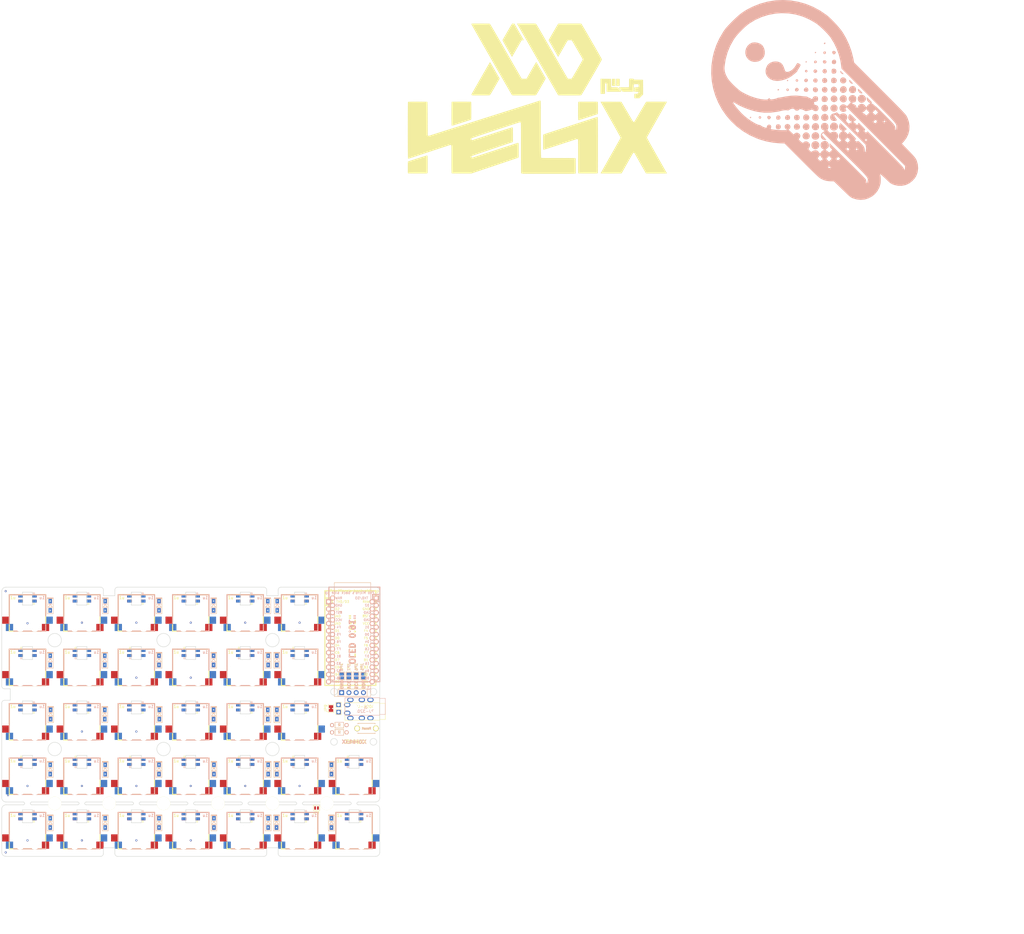
<source format=kicad_pcb>
(kicad_pcb (version 20171130) (host pcbnew "(5.1.5)-3")
  (layers (0 F.Cu signal) (31 B.Cu signal) (34 B.Paste user) (35 F.Paste user) (36 B.SilkS user) (37 F.SilkS user) (38 B.Mask user) (39 F.Mask user) (44 Edge.Cuts user))
  (net 0 "")
  (net 1 "Net-(D1-Pad2)")
  (net 2 "Net-(D2-Pad2)")
  (net 3 "Net-(D3-Pad2)")
  (net 4 "Net-(D4-Pad2)")
  (net 5 "Net-(D5-Pad2)")
  (net 6 "Net-(D6-Pad2)")
  (net 7 "Net-(D7-Pad2)")
  (net 8 "Net-(D8-Pad2)")
  (net 9 "Net-(D9-Pad2)")
  (net 10 "Net-(D10-Pad2)")
  (net 11 "Net-(D11-Pad2)")
  (net 12 "Net-(D12-Pad2)")
  (net 13 "Net-(D13-Pad2)")
  (net 14 "Net-(D14-Pad2)")
  (net 15 "Net-(D15-Pad2)")
  (net 16 "Net-(D16-Pad2)")
  (net 17 "Net-(D17-Pad2)")
  (net 18 "Net-(D18-Pad2)")
  (net 19 "Net-(D19-Pad2)")
  (net 20 "Net-(D20-Pad2)")
  (net 21 "Net-(D21-Pad2)")
  (net 22 "Net-(D22-Pad2)")
  (net 23 "Net-(D23-Pad2)")
  (net 24 "Net-(D24-Pad2)")
  (net 25 VCC)
  (net 26 GND)
  (net 27 LED)
  (net 28 /~RESET)
  (net 29 "Net-(D25-Pad2)")
  (net 30 "Net-(D26-Pad2)")
  (net 31 "Net-(D27-Pad2)")
  (net 32 "Net-(D28-Pad2)")
  (net 33 "Net-(D29-Pad2)")
  (net 34 "Net-(D30-Pad2)")
  (net 35 "Net-(D31-Pad2)")
  (net 36 "Net-(D32-Pad2)")
  (net 37 "Net-(U2-Pad1)")
  (net 38 "Net-(U2-Pad3)")
  (net 39 "Net-(U3-Pad3)")
  (net 40 "Net-(U4-Pad3)")
  (net 41 "Net-(U5-Pad3)")
  (net 42 "Net-(U6-Pad3)")
  (net 43 "Net-(U8-Pad1)")
  (net 44 "Net-(U10-Pad3)")
  (net 45 "Net-(U10-Pad1)")
  (net 46 "Net-(U11-Pad1)")
  (net 47 "Net-(U12-Pad1)")
  (net 48 "Net-(U13-Pad1)")
  (net 49 "Net-(U14-Pad1)")
  (net 50 "Net-(U14-Pad3)")
  (net 51 "Net-(U15-Pad3)")
  (net 52 "Net-(U16-Pad3)")
  (net 53 "Net-(U17-Pad3)")
  (net 54 "Net-(U18-Pad3)")
  (net 55 "Net-(U20-Pad1)")
  (net 56 "Net-(U21-Pad1)")
  (net 57 "Net-(U22-Pad1)")
  (net 58 "Net-(U23-Pad1)")
  (net 59 "Net-(U24-Pad1)")
  (net 60 "Net-(U27-Pad1)")
  (net 61 "Net-(U27-Pad3)")
  (net 62 "Net-(U28-Pad3)")
  (net 63 "Net-(U29-Pad3)")
  (net 64 "Net-(U30-Pad3)")
  (net 65 "Net-(U31-Pad3)")
  (net 66 data)
  (net 67 "Net-(JP2-Pad1)")
  (net 68 "Net-(JP2-Pad2)")
  (net 69 "Net-(JP3-Pad1)")
  (net 70 "Net-(U1-Pad12)")
  (net 71 "Net-(U1-Pad13)")
  (net 72 "Net-(J1-Pad1)")
  (net 73 scl)
  (net 74 sda)
  (net 75 "Net-(JP1-Pad1)")
  (net 76 "Net-(JP4-Pad1)")
  (net 77 row0)
  (net 78 row1)
  (net 79 row2)
  (net 80 row3)
  (net 81 row4)
  (net 82 col0)
  (net 83 col1)
  (net 84 col2)
  (net 85 col3)
  (net 86 col4)
  (net 87 col5)
  (net 88 col6)
  (net 89 rst)
  (net 90 "Net-(J2-Pad1)")
  (module "Ver 1.01:R" (layer F.Cu) (at 200.8522 92.133)
    (fp_text reference R2)
    (fp_text value R)
    (fp_text user R (at 0 0 unlocked) (layer B.SilkS) (effects (justify mirror)))
    (fp_text user R (at 0 0) (layer F.SilkS))
    (pad 1 thru_hole circle (at -2.54 0.0254) (size 1.397 1.397) (drill 0.8128) (layers *.Cu *.SilkS *.Mask) (net 73 scl))
    (pad 2 thru_hole circle (at 2.54 0.0254) (size 1.397 1.397) (drill 0.8128) (layers *.Cu *.SilkS *.Mask) (net 25 VCC))
  )
  (module "Ver 1.01:R" (layer F.Cu) (at 200.8522 94.673)
    (fp_text reference R1)
    (fp_text value R)
    (fp_text user R (at 0 0) (layer F.SilkS))
    (fp_text user R (at 0 0 unlocked) (layer B.SilkS) (effects (justify mirror)))
    (pad 2 thru_hole circle (at 2.54 0.0254) (size 1.397 1.397) (drill 0.8128) (layers *.Cu *.SilkS *.Mask) (net 25 VCC))
    (pad 1 thru_hole circle (at -2.54 0.0254) (size 1.397 1.397) (drill 0.8128) (layers *.Cu *.SilkS *.Mask) (net 74 sda))
  )
  (module Jumper:SolderJumper-2_P1.3mm_Bridged_Pad1.0x1.5mm (layer F.Cu) (at 197.9566 86.3672 90)
    (fp_text reference JP9 (at 0.0254 -1.8288 90) (layer F.SilkS))
    (fp_text value " ")
    (fp_poly (pts (xy -0.25 -0.3) (xy 0.25 -0.3) (xy 0.25 0.3) (xy -0.25 0.3)) (layer F.Cu) (width 0))
    (pad 2 smd rect (at 0.65 0 90) (size 1 1.5) (layers F.Cu F.Mask) (net 66 data))
    (pad 1 smd rect (at -0.65 0 90) (size 1 1.5) (layers F.Cu F.Mask) (net 90 "Net-(J2-Pad1)"))
  )
  (module "ARDUINO PRO MICRO:testpoind" (layer F.Cu) (at 200.5982 87.6118)
    (fp_text reference J2)
    (fp_text value " ")
    (pad 1 thru_hole rect (at 0 0) (size 1.5 1.5) (drill 1) (layers *.Cu *.Mask) (net 90 "Net-(J2-Pad1)"))
  )
  (module "ARDUINO PRO MICRO:testpoind" (layer F.Cu) (at 200.5728 85.0972)
    (fp_text reference J1)
    (fp_text value " ")
    (pad 1 thru_hole rect (at 0 0) (size 1.5 1.5) (drill 1) (layers *.Cu *.Mask) (net 72 "Net-(J1-Pad1)"))
  )
  (module "ARDUINO PRO MICRO:PJ-320A" (layer F.Cu) (at 209.8434 85.8846 270)
    (fp_text reference p1)
    (fp_text value PJ-320)
    (fp_text user PJ-320A (at -0.19 0.17) (layer F.SilkS))
    (fp_text user PJ-320A (at 1.46 0.17 180) (layer B.SilkS) (effects (justify mirror)))
    (pad 3 thru_hole oval (at 3.81 1.12 270) (size 1.6 2.2) (drill oval 0.9 1.5) (layers *.Cu *.Mask) (net 26 GND))
    (pad "" np_thru_hole circle (at 1.51 -3.48 270) (size 1.5 1.5) (drill 1.5) (layers *.Cu *.Mask))
    (pad "" np_thru_hole circle (at 1.51 3.52 270) (size 1.5 1.5) (drill 1.5) (layers *.Cu *.Mask))
    (pad 4 thru_hole oval (at 3.81 -1.88 270) (size 1.6 2.2) (drill oval 0.9 1.5) (layers *.Cu *.Mask) (net 90 "Net-(J2-Pad1)"))
    (pad 2 thru_hole oval (at 3.81 5.12 270) (size 1.6 2.2) (drill oval 0.9 1.5) (layers *.Cu *.Mask) (net 25 VCC))
    (pad 1 thru_hole oval (at -0.79 6.22 270) (size 1.6 2.2) (drill oval 0.9 1.5) (layers *.Cu *.Mask) (net 72 "Net-(J1-Pad1)"))
    (pad 3 thru_hole oval (at -2.54 1.12 270) (size 1.6 2.2) (drill oval 0.9 1.5) (layers *.Cu *.Mask) (net 26 GND))
    (pad 4 thru_hole oval (at -2.54 -1.88 270) (size 1.6 2.2) (drill oval 0.9 1.5) (layers *.Cu *.Mask) (net 90 "Net-(J2-Pad1)"))
    (pad 2 thru_hole oval (at -2.54 5.12 270) (size 1.6 2.2) (drill oval 0.9 1.5) (layers *.Cu *.Mask) (net 25 VCC))
    (pad 1 thru_hole oval (at 2.06 6.22 270) (size 1.6 2.2) (drill oval 0.9 1.5) (layers *.Cu *.Mask) (net 72 "Net-(J1-Pad1)"))
    (pad "" np_thru_hole circle (at -0.24 3.52 270) (size 1.5 1.5) (drill 1.5) (layers *.Cu *.Mask))
    (pad "" np_thru_hole circle (at -0.24 -3.48 270) (size 1.5 1.5) (drill 1.5) (layers *.Cu *.Mask))
  )
  (module "ARDUINO PRO MICRO:OLED" (layer F.Cu) (at 205.475 80.83 90)
    (fp_text reference O1)
    (fp_text value OLED)
    (fp_text user GND (at 2.794 3.81 90) (layer F.SilkS) (effects (font (thickness 0.25))))
    (fp_text user VCC (at 2.794 1.27 90) (layer F.SilkS) (effects (font (thickness 0.25))))
    (fp_text user SCL (at 2.667 -1.27 90) (layer F.SilkS) (effects (font (thickness 0.25))))
    (fp_text user SDA (at 2.794 -3.81 90) (layer F.SilkS) (effects (font (thickness 0.25))))
    (fp_text user "OLED 0.91\"" (at 18.542 0 90) (layer F.SilkS) (effects (font (size 2 2) (thickness 0.5))))
    (fp_text user GND (at 2.794 -3.81 270 unlocked) (layer B.SilkS) (effects (font (thickness 0.25)) (justify mirror)))
    (fp_text user VCC (at 2.794 -1.27 270 unlocked) (layer B.SilkS) (effects (font (thickness 0.25)) (justify mirror)))
    (fp_text user SCL (at 2.667 1.27 270 unlocked) (layer B.SilkS) (effects (font (thickness 0.25)) (justify mirror)))
    (fp_text user SDA (at 2.794 3.81 270 unlocked) (layer B.SilkS) (effects (font (thickness 0.25)) (justify mirror)))
    (fp_text user "OLED 0.91\"" (at 18.542 -0.1778 270 unlocked) (layer B.SilkS) (effects (font (size 2 2) (thickness 0.5)) (justify mirror)))
    (pad 4 thru_hole rect (at 0 -3.81 90) (size 1.7 1.7) (drill 1) (layers *.Cu *.Mask) (net 76 "Net-(JP4-Pad1)"))
    (pad 3 thru_hole oval (at 0 -1.27 90) (size 1.7 1.7) (drill 1) (layers *.Cu *.Mask) (net 69 "Net-(JP3-Pad1)"))
    (pad 2 thru_hole oval (at 0 1.27 90) (size 1.7 1.7) (drill 1) (layers *.Cu *.Mask) (net 67 "Net-(JP2-Pad1)"))
    (pad 1 thru_hole oval (at 0 3.81 90) (size 1.7 1.7) (drill 1) (layers *.Cu *.Mask) (net 75 "Net-(JP1-Pad1)"))
  )
  (module "" (layer F.Cu) (at 234.2024 84.0812)
    (fp_text reference "" (at 205.475 80.83) (layer F.SilkS) (effects (font (size 1.27 1.27))))
    (fp_text value "" (at 205.475 80.83) (layer F.SilkS) (effects (font (size 1.27 1.27))))
  )
  (module Jumper:SolderJumper-2_P1.3mm_Open_Pad1.0x1.5mm (layer B.Cu) (at 201.665 75.0134 90)
    (fp_text reference JP8 (at 3.048 -0.0508 90) (layer B.SilkS) (effects (justify mirror)))
    (fp_text value " ")
    (pad 1 smd rect (at -0.65 0 90) (size 1 1.5) (layers B.Cu B.Mask) (net 76 "Net-(JP4-Pad1)"))
    (pad 2 smd rect (at 0.65 0 90) (size 1 1.5) (layers B.Cu B.Mask) (net 26 GND))
  )
  (module Jumper:SolderJumper-2_P1.3mm_Open_Pad1.0x1.5mm (layer B.Cu) (at 204.205 75.0134 90)
    (fp_text reference JP7 (at 3.2512 0.0762 90) (layer B.SilkS) (effects (justify mirror)))
    (fp_text value " ")
    (pad 1 smd rect (at -0.65 0 90) (size 1 1.5) (layers B.Cu B.Mask) (net 69 "Net-(JP3-Pad1)"))
    (pad 2 smd rect (at 0.65 0 90) (size 1 1.5) (layers B.Cu B.Mask) (net 25 VCC))
  )
  (module Jumper:SolderJumper-2_P1.3mm_Open_Pad1.0x1.5mm (layer B.Cu) (at 206.745 75.0134 90)
    (fp_text reference JP6 (at 3.1496 0.0254 270) (layer B.SilkS) (effects (justify mirror)))
    (fp_text value " ")
    (pad 1 smd rect (at -0.65 0 90) (size 1 1.5) (layers B.Cu B.Mask) (net 67 "Net-(JP2-Pad1)"))
    (pad 2 smd rect (at 0.65 0 90) (size 1 1.5) (layers B.Cu B.Mask) (net 73 scl))
  )
  (module Jumper:SolderJumper-2_P1.3mm_Open_Pad1.0x1.5mm (layer B.Cu) (at 209.285 75.0134 90)
    (fp_text reference JP5 (at 3.2004 -0.4064 90) (layer B.SilkS) (effects (justify mirror)))
    (fp_text value " ")
    (pad 1 smd rect (at -0.65 0 90) (size 1 1.5) (layers B.Cu B.Mask) (net 75 "Net-(JP1-Pad1)"))
    (pad 2 smd rect (at 0.65 0 90) (size 1 1.5) (layers B.Cu B.Mask) (net 74 sda))
  )
  (module Jumper:SolderJumper-2_P1.3mm_Open_Pad1.0x1.5mm (layer F.Cu) (at 201.665 75.0134 90)
    (fp_text reference JP4 (at 3.0734 0 90) (layer F.SilkS))
    (fp_text value " ")
    (pad 1 smd rect (at -0.65 0 90) (size 1 1.5) (layers F.Cu F.Mask) (net 76 "Net-(JP4-Pad1)"))
    (pad 2 smd rect (at 0.65 0 90) (size 1 1.5) (layers F.Cu F.Mask) (net 74 sda))
  )
  (module Jumper:SolderJumper-2_P1.3mm_Open_Pad1.0x1.5mm (layer F.Cu) (at 204.205 75.0134 90)
    (fp_text reference JP3 (at 3.0226 0 90) (layer F.SilkS))
    (fp_text value " ")
    (pad 1 smd rect (at -0.65 0 90) (size 1 1.5) (layers F.Cu F.Mask) (net 69 "Net-(JP3-Pad1)"))
    (pad 2 smd rect (at 0.65 0 90) (size 1 1.5) (layers F.Cu F.Mask) (net 73 scl))
  )
  (module Jumper:SolderJumper-2_P1.3mm_Open_Pad1.0x1.5mm (layer F.Cu) (at 206.745 75.0134 90)
    (fp_text reference JP2 (at 3.0988 0.0254 90) (layer F.SilkS))
    (fp_text value " ")
    (pad 1 smd rect (at -0.65 0 90) (size 1 1.5) (layers F.Cu F.Mask) (net 67 "Net-(JP2-Pad1)"))
    (pad 2 smd rect (at 0.65 0 90) (size 1 1.5) (layers F.Cu F.Mask) (net 25 VCC))
  )
  (module Jumper:SolderJumper-2_P1.3mm_Open_Pad1.0x1.5mm (layer F.Cu) (at 209.285 75.0134 90)
    (fp_text reference JP1 (at 3.175 -0.5588 90) (layer F.SilkS))
    (fp_text value " ")
    (pad 1 smd rect (at -0.65 0 90) (size 1 1.5) (layers F.Cu F.Mask) (net 75 "Net-(JP1-Pad1)"))
    (pad 2 smd rect (at 0.65 0 90) (size 1 1.5) (layers F.Cu F.Mask) (net 26 GND))
  )
  (module MYLIB:HOLE_M2_TH (layer F.Cu) (at 196.5 119.5)
    (fp_text reference HOLE_3M hide)
    (fp_text value VAL** hide)
    (pad "" np_thru_hole circle (at 0 0 90) (size 4.7004 4.7004) (drill 4.7004) (layers *.Cu *.Mask F.SilkS) (clearance 0.3))
  )
  (module Switch_hotswap_2_mat:1u (layer F.Cu) (at 149 53 180)
    (fp_text reference SW4)
    (fp_text value " ")
    (fp_text user 1u (at 5.08 5.334) (layer F.SilkS) (effects (font (thickness 0.2))))
    (fp_text user 1u (at -5.08 5.334 180) (layer B.SilkS) (effects (font (thickness 0.2)) (justify mirror)))
    (pad 1 smd rect (at 6.29 -5.08 180) (size 2.55 2.5) (layers B.Cu B.Paste B.Mask) (net 85 col3))
    (pad "" np_thru_hole circle (at 2.54 -5.08 180) (size 3 3) (drill 3) (layers *.Cu *.Mask))
    (pad "" np_thru_hole circle (at -3.81 -2.54 180) (size 3 3) (drill 3) (layers *.Cu *.Mask))
    (pad 2 smd rect (at -7.56 -2.54 180) (size 2.55 2.5) (layers B.Cu B.Paste B.Mask) (net 4 "Net-(D4-Pad2)"))
    (pad 1 smd rect (at 7.56 -2.54) (size 2.55 2.5) (layers F.Cu F.Paste F.Mask) (net 85 col3))
    (pad "" np_thru_hole circle (at 3.81 -2.54) (size 3 3) (drill 3) (layers *.Cu *.Mask))
    (pad "" np_thru_hole circle (at -2.54 -5.08) (size 3 3) (drill 3) (layers *.Cu *.Mask))
    (pad 2 smd rect (at -6.29 -5.08) (size 2.55 2.5) (layers F.Cu F.Paste F.Mask) (net 4 "Net-(D4-Pad2)"))
    (pad "" np_thru_hole circle (at -5.08 0) (size 1.8 1.8) (drill 1.8) (layers *.Cu *.Mask))
    (pad "" np_thru_hole circle (at 0 0) (size 3.9878 3.9878) (drill 3.9878) (layers *.Cu *.Mask))
    (pad "" np_thru_hole circle (at 5.08 0) (size 1.8 1.8) (drill 1.8) (layers *.Cu *.Mask))
  )
  (module Switch_hotswap_2_mat:1u (layer F.Cu) (at 206 129 180)
    (fp_text reference SW32)
    (fp_text value " ")
    (fp_text user 1u (at 5.08 5.334) (layer F.SilkS) (effects (font (thickness 0.2))))
    (fp_text user 1u (at -5.08 5.334 180) (layer B.SilkS) (effects (font (thickness 0.2)) (justify mirror)))
    (pad 1 smd rect (at 6.29 -5.08 180) (size 2.55 2.5) (layers B.Cu B.Paste B.Mask) (net 36 "Net-(D32-Pad2)"))
    (pad "" np_thru_hole circle (at 2.54 -5.08 180) (size 3 3) (drill 3) (layers *.Cu *.Mask))
    (pad "" np_thru_hole circle (at -3.81 -2.54 180) (size 3 3) (drill 3) (layers *.Cu *.Mask))
    (pad 2 smd rect (at -7.56 -2.54 180) (size 2.55 2.5) (layers B.Cu B.Paste B.Mask) (net 88 col6))
    (pad 1 smd rect (at 7.56 -2.54) (size 2.55 2.5) (layers F.Cu F.Paste F.Mask) (net 36 "Net-(D32-Pad2)"))
    (pad "" np_thru_hole circle (at 3.81 -2.54) (size 3 3) (drill 3) (layers *.Cu *.Mask))
    (pad "" np_thru_hole circle (at -2.54 -5.08) (size 3 3) (drill 3) (layers *.Cu *.Mask))
    (pad 2 smd rect (at -6.29 -5.08) (size 2.55 2.5) (layers F.Cu F.Paste F.Mask) (net 88 col6))
    (pad "" np_thru_hole circle (at -5.08 0) (size 1.8 1.8) (drill 1.8) (layers *.Cu *.Mask))
    (pad "" np_thru_hole circle (at 0 0) (size 3.9878 3.9878) (drill 3.9878) (layers *.Cu *.Mask))
    (pad "" np_thru_hole circle (at 5.08 0) (size 1.8 1.8) (drill 1.8) (layers *.Cu *.Mask))
  )
  (module Switch_hotswap_2_mat:1u (layer F.Cu) (at 187 129 180)
    (fp_text reference SW31)
    (fp_text value " ")
    (fp_text user 1u (at 5.08 5.334) (layer F.SilkS) (effects (font (thickness 0.2))))
    (fp_text user 1u (at -5.08 5.334 180) (layer B.SilkS) (effects (font (thickness 0.2)) (justify mirror)))
    (pad 1 smd rect (at 6.29 -5.08 180) (size 2.55 2.5) (layers B.Cu B.Paste B.Mask) (net 35 "Net-(D31-Pad2)"))
    (pad "" np_thru_hole circle (at 2.54 -5.08 180) (size 3 3) (drill 3) (layers *.Cu *.Mask))
    (pad "" np_thru_hole circle (at -3.81 -2.54 180) (size 3 3) (drill 3) (layers *.Cu *.Mask))
    (pad 2 smd rect (at -7.56 -2.54 180) (size 2.55 2.5) (layers B.Cu B.Paste B.Mask) (net 87 col5))
    (pad 1 smd rect (at 7.56 -2.54) (size 2.55 2.5) (layers F.Cu F.Paste F.Mask) (net 35 "Net-(D31-Pad2)"))
    (pad "" np_thru_hole circle (at 3.81 -2.54) (size 3 3) (drill 3) (layers *.Cu *.Mask))
    (pad "" np_thru_hole circle (at -2.54 -5.08) (size 3 3) (drill 3) (layers *.Cu *.Mask))
    (pad 2 smd rect (at -6.29 -5.08) (size 2.55 2.5) (layers F.Cu F.Paste F.Mask) (net 87 col5))
    (pad "" np_thru_hole circle (at -5.08 0) (size 1.8 1.8) (drill 1.8) (layers *.Cu *.Mask))
    (pad "" np_thru_hole circle (at 0 0) (size 3.9878 3.9878) (drill 3.9878) (layers *.Cu *.Mask))
    (pad "" np_thru_hole circle (at 5.08 0) (size 1.8 1.8) (drill 1.8) (layers *.Cu *.Mask))
  )
  (module Switch_hotswap_2_mat:1u (layer F.Cu) (at 168 129 180)
    (fp_text reference SW30)
    (fp_text value " ")
    (fp_text user 1u (at 5.08 5.334) (layer F.SilkS) (effects (font (thickness 0.2))))
    (fp_text user 1u (at -5.08 5.334 180) (layer B.SilkS) (effects (font (thickness 0.2)) (justify mirror)))
    (pad 1 smd rect (at 6.29 -5.08 180) (size 2.55 2.5) (layers B.Cu B.Paste B.Mask) (net 86 col4))
    (pad "" np_thru_hole circle (at 2.54 -5.08 180) (size 3 3) (drill 3) (layers *.Cu *.Mask))
    (pad "" np_thru_hole circle (at -3.81 -2.54 180) (size 3 3) (drill 3) (layers *.Cu *.Mask))
    (pad 2 smd rect (at -7.56 -2.54 180) (size 2.55 2.5) (layers B.Cu B.Paste B.Mask) (net 34 "Net-(D30-Pad2)"))
    (pad 1 smd rect (at 7.56 -2.54) (size 2.55 2.5) (layers F.Cu F.Paste F.Mask) (net 86 col4))
    (pad "" np_thru_hole circle (at 3.81 -2.54) (size 3 3) (drill 3) (layers *.Cu *.Mask))
    (pad "" np_thru_hole circle (at -2.54 -5.08) (size 3 3) (drill 3) (layers *.Cu *.Mask))
    (pad 2 smd rect (at -6.29 -5.08) (size 2.55 2.5) (layers F.Cu F.Paste F.Mask) (net 34 "Net-(D30-Pad2)"))
    (pad "" np_thru_hole circle (at -5.08 0) (size 1.8 1.8) (drill 1.8) (layers *.Cu *.Mask))
    (pad "" np_thru_hole circle (at 0 0) (size 3.9878 3.9878) (drill 3.9878) (layers *.Cu *.Mask))
    (pad "" np_thru_hole circle (at 5.08 0) (size 1.8 1.8) (drill 1.8) (layers *.Cu *.Mask))
  )
  (module Switch_hotswap_2_mat:1u (layer F.Cu) (at 149 129 180)
    (fp_text reference SW29)
    (fp_text value " ")
    (fp_text user 1u (at 5.08 5.334) (layer F.SilkS) (effects (font (thickness 0.2))))
    (fp_text user 1u (at -5.08 5.334 180) (layer B.SilkS) (effects (font (thickness 0.2)) (justify mirror)))
    (pad 1 smd rect (at 6.29 -5.08 180) (size 2.55 2.5) (layers B.Cu B.Paste B.Mask) (net 85 col3))
    (pad "" np_thru_hole circle (at 2.54 -5.08 180) (size 3 3) (drill 3) (layers *.Cu *.Mask))
    (pad "" np_thru_hole circle (at -3.81 -2.54 180) (size 3 3) (drill 3) (layers *.Cu *.Mask))
    (pad 2 smd rect (at -7.56 -2.54 180) (size 2.55 2.5) (layers B.Cu B.Paste B.Mask) (net 33 "Net-(D29-Pad2)"))
    (pad 1 smd rect (at 7.56 -2.54) (size 2.55 2.5) (layers F.Cu F.Paste F.Mask) (net 85 col3))
    (pad "" np_thru_hole circle (at 3.81 -2.54) (size 3 3) (drill 3) (layers *.Cu *.Mask))
    (pad "" np_thru_hole circle (at -2.54 -5.08) (size 3 3) (drill 3) (layers *.Cu *.Mask))
    (pad 2 smd rect (at -6.29 -5.08) (size 2.55 2.5) (layers F.Cu F.Paste F.Mask) (net 33 "Net-(D29-Pad2)"))
    (pad "" np_thru_hole circle (at -5.08 0) (size 1.8 1.8) (drill 1.8) (layers *.Cu *.Mask))
    (pad "" np_thru_hole circle (at 0 0) (size 3.9878 3.9878) (drill 3.9878) (layers *.Cu *.Mask))
    (pad "" np_thru_hole circle (at 5.08 0) (size 1.8 1.8) (drill 1.8) (layers *.Cu *.Mask))
  )
  (module Switch_hotswap_2_mat:1u (layer F.Cu) (at 130 129 180)
    (fp_text reference SW28)
    (fp_text value " ")
    (fp_text user 1u (at 5.08 5.334) (layer F.SilkS) (effects (font (thickness 0.2))))
    (fp_text user 1u (at -5.08 5.334 180) (layer B.SilkS) (effects (font (thickness 0.2)) (justify mirror)))
    (pad 1 smd rect (at 6.29 -5.08 180) (size 2.55 2.5) (layers B.Cu B.Paste B.Mask) (net 84 col2))
    (pad "" np_thru_hole circle (at 2.54 -5.08 180) (size 3 3) (drill 3) (layers *.Cu *.Mask))
    (pad "" np_thru_hole circle (at -3.81 -2.54 180) (size 3 3) (drill 3) (layers *.Cu *.Mask))
    (pad 2 smd rect (at -7.56 -2.54 180) (size 2.55 2.5) (layers B.Cu B.Paste B.Mask) (net 32 "Net-(D28-Pad2)"))
    (pad 1 smd rect (at 7.56 -2.54) (size 2.55 2.5) (layers F.Cu F.Paste F.Mask) (net 84 col2))
    (pad "" np_thru_hole circle (at 3.81 -2.54) (size 3 3) (drill 3) (layers *.Cu *.Mask))
    (pad "" np_thru_hole circle (at -2.54 -5.08) (size 3 3) (drill 3) (layers *.Cu *.Mask))
    (pad 2 smd rect (at -6.29 -5.08) (size 2.55 2.5) (layers F.Cu F.Paste F.Mask) (net 32 "Net-(D28-Pad2)"))
    (pad "" np_thru_hole circle (at -5.08 0) (size 1.8 1.8) (drill 1.8) (layers *.Cu *.Mask))
    (pad "" np_thru_hole circle (at 0 0) (size 3.9878 3.9878) (drill 3.9878) (layers *.Cu *.Mask))
    (pad "" np_thru_hole circle (at 5.08 0) (size 1.8 1.8) (drill 1.8) (layers *.Cu *.Mask))
  )
  (module Switch_hotswap_2_mat:1u (layer F.Cu) (at 111 129 180)
    (fp_text reference SW27)
    (fp_text value " ")
    (fp_text user 1u (at 5.08 5.334) (layer F.SilkS) (effects (font (thickness 0.2))))
    (fp_text user 1u (at -5.08 5.334 180) (layer B.SilkS) (effects (font (thickness 0.2)) (justify mirror)))
    (pad 1 smd rect (at 6.29 -5.08 180) (size 2.55 2.5) (layers B.Cu B.Paste B.Mask) (net 83 col1))
    (pad "" np_thru_hole circle (at 2.54 -5.08 180) (size 3 3) (drill 3) (layers *.Cu *.Mask))
    (pad "" np_thru_hole circle (at -3.81 -2.54 180) (size 3 3) (drill 3) (layers *.Cu *.Mask))
    (pad 2 smd rect (at -7.56 -2.54 180) (size 2.55 2.5) (layers B.Cu B.Paste B.Mask) (net 31 "Net-(D27-Pad2)"))
    (pad 1 smd rect (at 7.56 -2.54) (size 2.55 2.5) (layers F.Cu F.Paste F.Mask) (net 83 col1))
    (pad "" np_thru_hole circle (at 3.81 -2.54) (size 3 3) (drill 3) (layers *.Cu *.Mask))
    (pad "" np_thru_hole circle (at -2.54 -5.08) (size 3 3) (drill 3) (layers *.Cu *.Mask))
    (pad 2 smd rect (at -6.29 -5.08) (size 2.55 2.5) (layers F.Cu F.Paste F.Mask) (net 31 "Net-(D27-Pad2)"))
    (pad "" np_thru_hole circle (at -5.08 0) (size 1.8 1.8) (drill 1.8) (layers *.Cu *.Mask))
    (pad "" np_thru_hole circle (at 0 0) (size 3.9878 3.9878) (drill 3.9878) (layers *.Cu *.Mask))
    (pad "" np_thru_hole circle (at 5.08 0) (size 1.8 1.8) (drill 1.8) (layers *.Cu *.Mask))
  )
  (module Switch_hotswap_2_mat:1u (layer F.Cu) (at 92 129 180)
    (fp_text reference SW26)
    (fp_text value " ")
    (fp_text user 1u (at 5.08 5.334) (layer F.SilkS) (effects (font (thickness 0.2))))
    (fp_text user 1u (at -5.08 5.334 180) (layer B.SilkS) (effects (font (thickness 0.2)) (justify mirror)))
    (pad 1 smd rect (at 6.29 -5.08 180) (size 2.55 2.5) (layers B.Cu B.Paste B.Mask) (net 82 col0))
    (pad "" np_thru_hole circle (at 2.54 -5.08 180) (size 3 3) (drill 3) (layers *.Cu *.Mask))
    (pad "" np_thru_hole circle (at -3.81 -2.54 180) (size 3 3) (drill 3) (layers *.Cu *.Mask))
    (pad 2 smd rect (at -7.56 -2.54 180) (size 2.55 2.5) (layers B.Cu B.Paste B.Mask) (net 30 "Net-(D26-Pad2)"))
    (pad 1 smd rect (at 7.56 -2.54) (size 2.55 2.5) (layers F.Cu F.Paste F.Mask) (net 82 col0))
    (pad "" np_thru_hole circle (at 3.81 -2.54) (size 3 3) (drill 3) (layers *.Cu *.Mask))
    (pad "" np_thru_hole circle (at -2.54 -5.08) (size 3 3) (drill 3) (layers *.Cu *.Mask))
    (pad 2 smd rect (at -6.29 -5.08) (size 2.55 2.5) (layers F.Cu F.Paste F.Mask) (net 30 "Net-(D26-Pad2)"))
    (pad "" np_thru_hole circle (at -5.08 0) (size 1.8 1.8) (drill 1.8) (layers *.Cu *.Mask))
    (pad "" np_thru_hole circle (at 0 0) (size 3.9878 3.9878) (drill 3.9878) (layers *.Cu *.Mask))
    (pad "" np_thru_hole circle (at 5.08 0) (size 1.8 1.8) (drill 1.8) (layers *.Cu *.Mask))
  )
  (module Switch_hotswap_2_mat:1u (layer F.Cu) (at 206 110 180)
    (fp_text reference SW25)
    (fp_text value " ")
    (fp_text user 1u (at 5.08 5.334) (layer F.SilkS) (effects (font (thickness 0.2))))
    (fp_text user 1u (at -5.08 5.334 180) (layer B.SilkS) (effects (font (thickness 0.2)) (justify mirror)))
    (pad 1 smd rect (at 6.29 -5.08 180) (size 2.55 2.5) (layers B.Cu B.Paste B.Mask) (net 29 "Net-(D25-Pad2)"))
    (pad "" np_thru_hole circle (at 2.54 -5.08 180) (size 3 3) (drill 3) (layers *.Cu *.Mask))
    (pad "" np_thru_hole circle (at -3.81 -2.54 180) (size 3 3) (drill 3) (layers *.Cu *.Mask))
    (pad 2 smd rect (at -7.56 -2.54 180) (size 2.55 2.5) (layers B.Cu B.Paste B.Mask) (net 88 col6))
    (pad 1 smd rect (at 7.56 -2.54) (size 2.55 2.5) (layers F.Cu F.Paste F.Mask) (net 29 "Net-(D25-Pad2)"))
    (pad "" np_thru_hole circle (at 3.81 -2.54) (size 3 3) (drill 3) (layers *.Cu *.Mask))
    (pad "" np_thru_hole circle (at -2.54 -5.08) (size 3 3) (drill 3) (layers *.Cu *.Mask))
    (pad 2 smd rect (at -6.29 -5.08) (size 2.55 2.5) (layers F.Cu F.Paste F.Mask) (net 88 col6))
    (pad "" np_thru_hole circle (at -5.08 0) (size 1.8 1.8) (drill 1.8) (layers *.Cu *.Mask))
    (pad "" np_thru_hole circle (at 0 0) (size 3.9878 3.9878) (drill 3.9878) (layers *.Cu *.Mask))
    (pad "" np_thru_hole circle (at 5.08 0) (size 1.8 1.8) (drill 1.8) (layers *.Cu *.Mask))
  )
  (module Switch_hotswap_2_mat:1u (layer F.Cu) (at 187 110 180)
    (fp_text reference SW24)
    (fp_text value " ")
    (fp_text user 1u (at 5.08 5.334) (layer F.SilkS) (effects (font (thickness 0.2))))
    (fp_text user 1u (at -5.08 5.334 180) (layer B.SilkS) (effects (font (thickness 0.2)) (justify mirror)))
    (pad 1 smd rect (at 6.29 -5.08 180) (size 2.55 2.5) (layers B.Cu B.Paste B.Mask) (net 24 "Net-(D24-Pad2)"))
    (pad "" np_thru_hole circle (at 2.54 -5.08 180) (size 3 3) (drill 3) (layers *.Cu *.Mask))
    (pad "" np_thru_hole circle (at -3.81 -2.54 180) (size 3 3) (drill 3) (layers *.Cu *.Mask))
    (pad 2 smd rect (at -7.56 -2.54 180) (size 2.55 2.5) (layers B.Cu B.Paste B.Mask) (net 87 col5))
    (pad 1 smd rect (at 7.56 -2.54) (size 2.55 2.5) (layers F.Cu F.Paste F.Mask) (net 24 "Net-(D24-Pad2)"))
    (pad "" np_thru_hole circle (at 3.81 -2.54) (size 3 3) (drill 3) (layers *.Cu *.Mask))
    (pad "" np_thru_hole circle (at -2.54 -5.08) (size 3 3) (drill 3) (layers *.Cu *.Mask))
    (pad 2 smd rect (at -6.29 -5.08) (size 2.55 2.5) (layers F.Cu F.Paste F.Mask) (net 87 col5))
    (pad "" np_thru_hole circle (at -5.08 0) (size 1.8 1.8) (drill 1.8) (layers *.Cu *.Mask))
    (pad "" np_thru_hole circle (at 0 0) (size 3.9878 3.9878) (drill 3.9878) (layers *.Cu *.Mask))
    (pad "" np_thru_hole circle (at 5.08 0) (size 1.8 1.8) (drill 1.8) (layers *.Cu *.Mask))
  )
  (module Switch_hotswap_2_mat:1u (layer F.Cu) (at 168 110 180)
    (fp_text reference SW23)
    (fp_text value " ")
    (fp_text user 1u (at 5.08 5.334) (layer F.SilkS) (effects (font (thickness 0.2))))
    (fp_text user 1u (at -5.08 5.334 180) (layer B.SilkS) (effects (font (thickness 0.2)) (justify mirror)))
    (pad 1 smd rect (at 6.29 -5.08 180) (size 2.55 2.5) (layers B.Cu B.Paste B.Mask) (net 86 col4))
    (pad "" np_thru_hole circle (at 2.54 -5.08 180) (size 3 3) (drill 3) (layers *.Cu *.Mask))
    (pad "" np_thru_hole circle (at -3.81 -2.54 180) (size 3 3) (drill 3) (layers *.Cu *.Mask))
    (pad 2 smd rect (at -7.56 -2.54 180) (size 2.55 2.5) (layers B.Cu B.Paste B.Mask) (net 23 "Net-(D23-Pad2)"))
    (pad 1 smd rect (at 7.56 -2.54) (size 2.55 2.5) (layers F.Cu F.Paste F.Mask) (net 86 col4))
    (pad "" np_thru_hole circle (at 3.81 -2.54) (size 3 3) (drill 3) (layers *.Cu *.Mask))
    (pad "" np_thru_hole circle (at -2.54 -5.08) (size 3 3) (drill 3) (layers *.Cu *.Mask))
    (pad 2 smd rect (at -6.29 -5.08) (size 2.55 2.5) (layers F.Cu F.Paste F.Mask) (net 23 "Net-(D23-Pad2)"))
    (pad "" np_thru_hole circle (at -5.08 0) (size 1.8 1.8) (drill 1.8) (layers *.Cu *.Mask))
    (pad "" np_thru_hole circle (at 0 0) (size 3.9878 3.9878) (drill 3.9878) (layers *.Cu *.Mask))
    (pad "" np_thru_hole circle (at 5.08 0) (size 1.8 1.8) (drill 1.8) (layers *.Cu *.Mask))
  )
  (module Switch_hotswap_2_mat:1u (layer F.Cu) (at 149 110 180)
    (fp_text reference SW22)
    (fp_text value " ")
    (fp_text user 1u (at 5.08 5.334) (layer F.SilkS) (effects (font (thickness 0.2))))
    (fp_text user 1u (at -5.08 5.334 180) (layer B.SilkS) (effects (font (thickness 0.2)) (justify mirror)))
    (pad 1 smd rect (at 6.29 -5.08 180) (size 2.55 2.5) (layers B.Cu B.Paste B.Mask) (net 85 col3))
    (pad "" np_thru_hole circle (at 2.54 -5.08 180) (size 3 3) (drill 3) (layers *.Cu *.Mask))
    (pad "" np_thru_hole circle (at -3.81 -2.54 180) (size 3 3) (drill 3) (layers *.Cu *.Mask))
    (pad 2 smd rect (at -7.56 -2.54 180) (size 2.55 2.5) (layers B.Cu B.Paste B.Mask) (net 22 "Net-(D22-Pad2)"))
    (pad 1 smd rect (at 7.56 -2.54) (size 2.55 2.5) (layers F.Cu F.Paste F.Mask) (net 85 col3))
    (pad "" np_thru_hole circle (at 3.81 -2.54) (size 3 3) (drill 3) (layers *.Cu *.Mask))
    (pad "" np_thru_hole circle (at -2.54 -5.08) (size 3 3) (drill 3) (layers *.Cu *.Mask))
    (pad 2 smd rect (at -6.29 -5.08) (size 2.55 2.5) (layers F.Cu F.Paste F.Mask) (net 22 "Net-(D22-Pad2)"))
    (pad "" np_thru_hole circle (at -5.08 0) (size 1.8 1.8) (drill 1.8) (layers *.Cu *.Mask))
    (pad "" np_thru_hole circle (at 0 0) (size 3.9878 3.9878) (drill 3.9878) (layers *.Cu *.Mask))
    (pad "" np_thru_hole circle (at 5.08 0) (size 1.8 1.8) (drill 1.8) (layers *.Cu *.Mask))
  )
  (module Switch_hotswap_2_mat:1u (layer F.Cu) (at 130 110 180)
    (fp_text reference SW21)
    (fp_text value " ")
    (fp_text user 1u (at 5.08 5.334) (layer F.SilkS) (effects (font (thickness 0.2))))
    (fp_text user 1u (at -5.08 5.334 180) (layer B.SilkS) (effects (font (thickness 0.2)) (justify mirror)))
    (pad 1 smd rect (at 6.29 -5.08 180) (size 2.55 2.5) (layers B.Cu B.Paste B.Mask) (net 84 col2))
    (pad "" np_thru_hole circle (at 2.54 -5.08 180) (size 3 3) (drill 3) (layers *.Cu *.Mask))
    (pad "" np_thru_hole circle (at -3.81 -2.54 180) (size 3 3) (drill 3) (layers *.Cu *.Mask))
    (pad 2 smd rect (at -7.56 -2.54 180) (size 2.55 2.5) (layers B.Cu B.Paste B.Mask) (net 21 "Net-(D21-Pad2)"))
    (pad 1 smd rect (at 7.56 -2.54) (size 2.55 2.5) (layers F.Cu F.Paste F.Mask) (net 84 col2))
    (pad "" np_thru_hole circle (at 3.81 -2.54) (size 3 3) (drill 3) (layers *.Cu *.Mask))
    (pad "" np_thru_hole circle (at -2.54 -5.08) (size 3 3) (drill 3) (layers *.Cu *.Mask))
    (pad 2 smd rect (at -6.29 -5.08) (size 2.55 2.5) (layers F.Cu F.Paste F.Mask) (net 21 "Net-(D21-Pad2)"))
    (pad "" np_thru_hole circle (at -5.08 0) (size 1.8 1.8) (drill 1.8) (layers *.Cu *.Mask))
    (pad "" np_thru_hole circle (at 0 0) (size 3.9878 3.9878) (drill 3.9878) (layers *.Cu *.Mask))
    (pad "" np_thru_hole circle (at 5.08 0) (size 1.8 1.8) (drill 1.8) (layers *.Cu *.Mask))
  )
  (module Switch_hotswap_2_mat:1u (layer F.Cu) (at 111 110 180)
    (fp_text reference SW20)
    (fp_text value " ")
    (fp_text user 1u (at 5.08 5.334) (layer F.SilkS) (effects (font (thickness 0.2))))
    (fp_text user 1u (at -5.08 5.334 180) (layer B.SilkS) (effects (font (thickness 0.2)) (justify mirror)))
    (pad 1 smd rect (at 6.29 -5.08 180) (size 2.55 2.5) (layers B.Cu B.Paste B.Mask) (net 83 col1))
    (pad "" np_thru_hole circle (at 2.54 -5.08 180) (size 3 3) (drill 3) (layers *.Cu *.Mask))
    (pad "" np_thru_hole circle (at -3.81 -2.54 180) (size 3 3) (drill 3) (layers *.Cu *.Mask))
    (pad 2 smd rect (at -7.56 -2.54 180) (size 2.55 2.5) (layers B.Cu B.Paste B.Mask) (net 20 "Net-(D20-Pad2)"))
    (pad 1 smd rect (at 7.56 -2.54) (size 2.55 2.5) (layers F.Cu F.Paste F.Mask) (net 83 col1))
    (pad "" np_thru_hole circle (at 3.81 -2.54) (size 3 3) (drill 3) (layers *.Cu *.Mask))
    (pad "" np_thru_hole circle (at -2.54 -5.08) (size 3 3) (drill 3) (layers *.Cu *.Mask))
    (pad 2 smd rect (at -6.29 -5.08) (size 2.55 2.5) (layers F.Cu F.Paste F.Mask) (net 20 "Net-(D20-Pad2)"))
    (pad "" np_thru_hole circle (at -5.08 0) (size 1.8 1.8) (drill 1.8) (layers *.Cu *.Mask))
    (pad "" np_thru_hole circle (at 0 0) (size 3.9878 3.9878) (drill 3.9878) (layers *.Cu *.Mask))
    (pad "" np_thru_hole circle (at 5.08 0) (size 1.8 1.8) (drill 1.8) (layers *.Cu *.Mask))
  )
  (module Switch_hotswap_2_mat:1u (layer F.Cu) (at 92 110 180)
    (fp_text reference SW19)
    (fp_text value " ")
    (fp_text user 1u (at 5.08 5.334) (layer F.SilkS) (effects (font (thickness 0.2))))
    (fp_text user 1u (at -5.08 5.334 180) (layer B.SilkS) (effects (font (thickness 0.2)) (justify mirror)))
    (pad 1 smd rect (at 6.29 -5.08 180) (size 2.55 2.5) (layers B.Cu B.Paste B.Mask) (net 82 col0))
    (pad "" np_thru_hole circle (at 2.54 -5.08 180) (size 3 3) (drill 3) (layers *.Cu *.Mask))
    (pad "" np_thru_hole circle (at -3.81 -2.54 180) (size 3 3) (drill 3) (layers *.Cu *.Mask))
    (pad 2 smd rect (at -7.56 -2.54 180) (size 2.55 2.5) (layers B.Cu B.Paste B.Mask) (net 19 "Net-(D19-Pad2)"))
    (pad 1 smd rect (at 7.56 -2.54) (size 2.55 2.5) (layers F.Cu F.Paste F.Mask) (net 82 col0))
    (pad "" np_thru_hole circle (at 3.81 -2.54) (size 3 3) (drill 3) (layers *.Cu *.Mask))
    (pad "" np_thru_hole circle (at -2.54 -5.08) (size 3 3) (drill 3) (layers *.Cu *.Mask))
    (pad 2 smd rect (at -6.29 -5.08) (size 2.55 2.5) (layers F.Cu F.Paste F.Mask) (net 19 "Net-(D19-Pad2)"))
    (pad "" np_thru_hole circle (at -5.08 0) (size 1.8 1.8) (drill 1.8) (layers *.Cu *.Mask))
    (pad "" np_thru_hole circle (at 0 0) (size 3.9878 3.9878) (drill 3.9878) (layers *.Cu *.Mask))
    (pad "" np_thru_hole circle (at 5.08 0) (size 1.8 1.8) (drill 1.8) (layers *.Cu *.Mask))
  )
  (module Switch_hotswap_2_mat:1u (layer F.Cu) (at 187 91 180)
    (fp_text reference SW18)
    (fp_text value " ")
    (fp_text user 1u (at 5.08 5.334) (layer F.SilkS) (effects (font (thickness 0.2))))
    (fp_text user 1u (at -5.08 5.334 180) (layer B.SilkS) (effects (font (thickness 0.2)) (justify mirror)))
    (pad 1 smd rect (at 6.29 -5.08 180) (size 2.55 2.5) (layers B.Cu B.Paste B.Mask) (net 18 "Net-(D18-Pad2)"))
    (pad "" np_thru_hole circle (at 2.54 -5.08 180) (size 3 3) (drill 3) (layers *.Cu *.Mask))
    (pad "" np_thru_hole circle (at -3.81 -2.54 180) (size 3 3) (drill 3) (layers *.Cu *.Mask))
    (pad 2 smd rect (at -7.56 -2.54 180) (size 2.55 2.5) (layers B.Cu B.Paste B.Mask) (net 87 col5))
    (pad 1 smd rect (at 7.56 -2.54) (size 2.55 2.5) (layers F.Cu F.Paste F.Mask) (net 18 "Net-(D18-Pad2)"))
    (pad "" np_thru_hole circle (at 3.81 -2.54) (size 3 3) (drill 3) (layers *.Cu *.Mask))
    (pad "" np_thru_hole circle (at -2.54 -5.08) (size 3 3) (drill 3) (layers *.Cu *.Mask))
    (pad 2 smd rect (at -6.29 -5.08) (size 2.55 2.5) (layers F.Cu F.Paste F.Mask) (net 87 col5))
    (pad "" np_thru_hole circle (at -5.08 0) (size 1.8 1.8) (drill 1.8) (layers *.Cu *.Mask))
    (pad "" np_thru_hole circle (at 0 0) (size 3.9878 3.9878) (drill 3.9878) (layers *.Cu *.Mask))
    (pad "" np_thru_hole circle (at 5.08 0) (size 1.8 1.8) (drill 1.8) (layers *.Cu *.Mask))
  )
  (module Switch_hotswap_2_mat:1u (layer F.Cu) (at 168 91 180)
    (fp_text reference SW17)
    (fp_text value " ")
    (fp_text user 1u (at 5.08 5.334) (layer F.SilkS) (effects (font (thickness 0.2))))
    (fp_text user 1u (at -5.08 5.334 180) (layer B.SilkS) (effects (font (thickness 0.2)) (justify mirror)))
    (pad 1 smd rect (at 6.29 -5.08 180) (size 2.55 2.5) (layers B.Cu B.Paste B.Mask) (net 86 col4))
    (pad "" np_thru_hole circle (at 2.54 -5.08 180) (size 3 3) (drill 3) (layers *.Cu *.Mask))
    (pad "" np_thru_hole circle (at -3.81 -2.54 180) (size 3 3) (drill 3) (layers *.Cu *.Mask))
    (pad 2 smd rect (at -7.56 -2.54 180) (size 2.55 2.5) (layers B.Cu B.Paste B.Mask) (net 17 "Net-(D17-Pad2)"))
    (pad 1 smd rect (at 7.56 -2.54) (size 2.55 2.5) (layers F.Cu F.Paste F.Mask) (net 86 col4))
    (pad "" np_thru_hole circle (at 3.81 -2.54) (size 3 3) (drill 3) (layers *.Cu *.Mask))
    (pad "" np_thru_hole circle (at -2.54 -5.08) (size 3 3) (drill 3) (layers *.Cu *.Mask))
    (pad 2 smd rect (at -6.29 -5.08) (size 2.55 2.5) (layers F.Cu F.Paste F.Mask) (net 17 "Net-(D17-Pad2)"))
    (pad "" np_thru_hole circle (at -5.08 0) (size 1.8 1.8) (drill 1.8) (layers *.Cu *.Mask))
    (pad "" np_thru_hole circle (at 0 0) (size 3.9878 3.9878) (drill 3.9878) (layers *.Cu *.Mask))
    (pad "" np_thru_hole circle (at 5.08 0) (size 1.8 1.8) (drill 1.8) (layers *.Cu *.Mask))
  )
  (module Switch_hotswap_2_mat:1u (layer F.Cu) (at 149 91 180)
    (fp_text reference SW16)
    (fp_text value " ")
    (fp_text user 1u (at 5.08 5.334) (layer F.SilkS) (effects (font (thickness 0.2))))
    (fp_text user 1u (at -5.08 5.334 180) (layer B.SilkS) (effects (font (thickness 0.2)) (justify mirror)))
    (pad 1 smd rect (at 6.29 -5.08 180) (size 2.55 2.5) (layers B.Cu B.Paste B.Mask) (net 85 col3))
    (pad "" np_thru_hole circle (at 2.54 -5.08 180) (size 3 3) (drill 3) (layers *.Cu *.Mask))
    (pad "" np_thru_hole circle (at -3.81 -2.54 180) (size 3 3) (drill 3) (layers *.Cu *.Mask))
    (pad 2 smd rect (at -7.56 -2.54 180) (size 2.55 2.5) (layers B.Cu B.Paste B.Mask) (net 16 "Net-(D16-Pad2)"))
    (pad 1 smd rect (at 7.56 -2.54) (size 2.55 2.5) (layers F.Cu F.Paste F.Mask) (net 85 col3))
    (pad "" np_thru_hole circle (at 3.81 -2.54) (size 3 3) (drill 3) (layers *.Cu *.Mask))
    (pad "" np_thru_hole circle (at -2.54 -5.08) (size 3 3) (drill 3) (layers *.Cu *.Mask))
    (pad 2 smd rect (at -6.29 -5.08) (size 2.55 2.5) (layers F.Cu F.Paste F.Mask) (net 16 "Net-(D16-Pad2)"))
    (pad "" np_thru_hole circle (at -5.08 0) (size 1.8 1.8) (drill 1.8) (layers *.Cu *.Mask))
    (pad "" np_thru_hole circle (at 0 0) (size 3.9878 3.9878) (drill 3.9878) (layers *.Cu *.Mask))
    (pad "" np_thru_hole circle (at 5.08 0) (size 1.8 1.8) (drill 1.8) (layers *.Cu *.Mask))
  )
  (module Switch_hotswap_2_mat:1u (layer F.Cu) (at 130 91 180)
    (fp_text reference SW15)
    (fp_text value " ")
    (fp_text user 1u (at 5.08 5.334) (layer F.SilkS) (effects (font (thickness 0.2))))
    (fp_text user 1u (at -5.08 5.334 180) (layer B.SilkS) (effects (font (thickness 0.2)) (justify mirror)))
    (pad 1 smd rect (at 6.29 -5.08 180) (size 2.55 2.5) (layers B.Cu B.Paste B.Mask) (net 84 col2))
    (pad "" np_thru_hole circle (at 2.54 -5.08 180) (size 3 3) (drill 3) (layers *.Cu *.Mask))
    (pad "" np_thru_hole circle (at -3.81 -2.54 180) (size 3 3) (drill 3) (layers *.Cu *.Mask))
    (pad 2 smd rect (at -7.56 -2.54 180) (size 2.55 2.5) (layers B.Cu B.Paste B.Mask) (net 15 "Net-(D15-Pad2)"))
    (pad 1 smd rect (at 7.56 -2.54) (size 2.55 2.5) (layers F.Cu F.Paste F.Mask) (net 84 col2))
    (pad "" np_thru_hole circle (at 3.81 -2.54) (size 3 3) (drill 3) (layers *.Cu *.Mask))
    (pad "" np_thru_hole circle (at -2.54 -5.08) (size 3 3) (drill 3) (layers *.Cu *.Mask))
    (pad 2 smd rect (at -6.29 -5.08) (size 2.55 2.5) (layers F.Cu F.Paste F.Mask) (net 15 "Net-(D15-Pad2)"))
    (pad "" np_thru_hole circle (at -5.08 0) (size 1.8 1.8) (drill 1.8) (layers *.Cu *.Mask))
    (pad "" np_thru_hole circle (at 0 0) (size 3.9878 3.9878) (drill 3.9878) (layers *.Cu *.Mask))
    (pad "" np_thru_hole circle (at 5.08 0) (size 1.8 1.8) (drill 1.8) (layers *.Cu *.Mask))
  )
  (module Switch_hotswap_2_mat:1u (layer F.Cu) (at 111 91 180)
    (fp_text reference SW14)
    (fp_text value " ")
    (fp_text user 1u (at 5.08 5.334) (layer F.SilkS) (effects (font (thickness 0.2))))
    (fp_text user 1u (at -5.08 5.334 180) (layer B.SilkS) (effects (font (thickness 0.2)) (justify mirror)))
    (pad 1 smd rect (at 6.29 -5.08 180) (size 2.55 2.5) (layers B.Cu B.Paste B.Mask) (net 83 col1))
    (pad "" np_thru_hole circle (at 2.54 -5.08 180) (size 3 3) (drill 3) (layers *.Cu *.Mask))
    (pad "" np_thru_hole circle (at -3.81 -2.54 180) (size 3 3) (drill 3) (layers *.Cu *.Mask))
    (pad 2 smd rect (at -7.56 -2.54 180) (size 2.55 2.5) (layers B.Cu B.Paste B.Mask) (net 14 "Net-(D14-Pad2)"))
    (pad 1 smd rect (at 7.56 -2.54) (size 2.55 2.5) (layers F.Cu F.Paste F.Mask) (net 83 col1))
    (pad "" np_thru_hole circle (at 3.81 -2.54) (size 3 3) (drill 3) (layers *.Cu *.Mask))
    (pad "" np_thru_hole circle (at -2.54 -5.08) (size 3 3) (drill 3) (layers *.Cu *.Mask))
    (pad 2 smd rect (at -6.29 -5.08) (size 2.55 2.5) (layers F.Cu F.Paste F.Mask) (net 14 "Net-(D14-Pad2)"))
    (pad "" np_thru_hole circle (at -5.08 0) (size 1.8 1.8) (drill 1.8) (layers *.Cu *.Mask))
    (pad "" np_thru_hole circle (at 0 0) (size 3.9878 3.9878) (drill 3.9878) (layers *.Cu *.Mask))
    (pad "" np_thru_hole circle (at 5.08 0) (size 1.8 1.8) (drill 1.8) (layers *.Cu *.Mask))
  )
  (module Switch_hotswap_2_mat:1u (layer F.Cu) (at 92 91 180)
    (fp_text reference SW13)
    (fp_text value " ")
    (fp_text user 1u (at 5.08 5.334) (layer F.SilkS) (effects (font (thickness 0.2))))
    (fp_text user 1u (at -5.08 5.334 180) (layer B.SilkS) (effects (font (thickness 0.2)) (justify mirror)))
    (pad 1 smd rect (at 6.29 -5.08 180) (size 2.55 2.5) (layers B.Cu B.Paste B.Mask) (net 82 col0))
    (pad "" np_thru_hole circle (at 2.54 -5.08 180) (size 3 3) (drill 3) (layers *.Cu *.Mask))
    (pad "" np_thru_hole circle (at -3.81 -2.54 180) (size 3 3) (drill 3) (layers *.Cu *.Mask))
    (pad 2 smd rect (at -7.56 -2.54 180) (size 2.55 2.5) (layers B.Cu B.Paste B.Mask) (net 13 "Net-(D13-Pad2)"))
    (pad 1 smd rect (at 7.56 -2.54) (size 2.55 2.5) (layers F.Cu F.Paste F.Mask) (net 82 col0))
    (pad "" np_thru_hole circle (at 3.81 -2.54) (size 3 3) (drill 3) (layers *.Cu *.Mask))
    (pad "" np_thru_hole circle (at -2.54 -5.08) (size 3 3) (drill 3) (layers *.Cu *.Mask))
    (pad 2 smd rect (at -6.29 -5.08) (size 2.55 2.5) (layers F.Cu F.Paste F.Mask) (net 13 "Net-(D13-Pad2)"))
    (pad "" np_thru_hole circle (at -5.08 0) (size 1.8 1.8) (drill 1.8) (layers *.Cu *.Mask))
    (pad "" np_thru_hole circle (at 0 0) (size 3.9878 3.9878) (drill 3.9878) (layers *.Cu *.Mask))
    (pad "" np_thru_hole circle (at 5.08 0) (size 1.8 1.8) (drill 1.8) (layers *.Cu *.Mask))
  )
  (module Switch_hotswap_2_mat:1u (layer F.Cu) (at 187 72 180)
    (fp_text reference SW12)
    (fp_text value " ")
    (fp_text user 1u (at 5.08 5.334) (layer F.SilkS) (effects (font (thickness 0.2))))
    (fp_text user 1u (at -5.08 5.334 180) (layer B.SilkS) (effects (font (thickness 0.2)) (justify mirror)))
    (pad 1 smd rect (at 6.29 -5.08 180) (size 2.55 2.5) (layers B.Cu B.Paste B.Mask) (net 12 "Net-(D12-Pad2)"))
    (pad "" np_thru_hole circle (at 2.54 -5.08 180) (size 3 3) (drill 3) (layers *.Cu *.Mask))
    (pad "" np_thru_hole circle (at -3.81 -2.54 180) (size 3 3) (drill 3) (layers *.Cu *.Mask))
    (pad 2 smd rect (at -7.56 -2.54 180) (size 2.55 2.5) (layers B.Cu B.Paste B.Mask) (net 87 col5))
    (pad 1 smd rect (at 7.56 -2.54) (size 2.55 2.5) (layers F.Cu F.Paste F.Mask) (net 12 "Net-(D12-Pad2)"))
    (pad "" np_thru_hole circle (at 3.81 -2.54) (size 3 3) (drill 3) (layers *.Cu *.Mask))
    (pad "" np_thru_hole circle (at -2.54 -5.08) (size 3 3) (drill 3) (layers *.Cu *.Mask))
    (pad 2 smd rect (at -6.29 -5.08) (size 2.55 2.5) (layers F.Cu F.Paste F.Mask) (net 87 col5))
    (pad "" np_thru_hole circle (at -5.08 0) (size 1.8 1.8) (drill 1.8) (layers *.Cu *.Mask))
    (pad "" np_thru_hole circle (at 0 0) (size 3.9878 3.9878) (drill 3.9878) (layers *.Cu *.Mask))
    (pad "" np_thru_hole circle (at 5.08 0) (size 1.8 1.8) (drill 1.8) (layers *.Cu *.Mask))
  )
  (module Switch_hotswap_2_mat:1u (layer F.Cu) (at 168 72 180)
    (fp_text reference SW11)
    (fp_text value " ")
    (fp_text user 1u (at 5.08 5.334) (layer F.SilkS) (effects (font (thickness 0.2))))
    (fp_text user 1u (at -5.08 5.334 180) (layer B.SilkS) (effects (font (thickness 0.2)) (justify mirror)))
    (pad 1 smd rect (at 6.29 -5.08 180) (size 2.55 2.5) (layers B.Cu B.Paste B.Mask) (net 86 col4))
    (pad "" np_thru_hole circle (at 2.54 -5.08 180) (size 3 3) (drill 3) (layers *.Cu *.Mask))
    (pad "" np_thru_hole circle (at -3.81 -2.54 180) (size 3 3) (drill 3) (layers *.Cu *.Mask))
    (pad 2 smd rect (at -7.56 -2.54 180) (size 2.55 2.5) (layers B.Cu B.Paste B.Mask) (net 11 "Net-(D11-Pad2)"))
    (pad 1 smd rect (at 7.56 -2.54) (size 2.55 2.5) (layers F.Cu F.Paste F.Mask) (net 86 col4))
    (pad "" np_thru_hole circle (at 3.81 -2.54) (size 3 3) (drill 3) (layers *.Cu *.Mask))
    (pad "" np_thru_hole circle (at -2.54 -5.08) (size 3 3) (drill 3) (layers *.Cu *.Mask))
    (pad 2 smd rect (at -6.29 -5.08) (size 2.55 2.5) (layers F.Cu F.Paste F.Mask) (net 11 "Net-(D11-Pad2)"))
    (pad "" np_thru_hole circle (at -5.08 0) (size 1.8 1.8) (drill 1.8) (layers *.Cu *.Mask))
    (pad "" np_thru_hole circle (at 0 0) (size 3.9878 3.9878) (drill 3.9878) (layers *.Cu *.Mask))
    (pad "" np_thru_hole circle (at 5.08 0) (size 1.8 1.8) (drill 1.8) (layers *.Cu *.Mask))
  )
  (module Switch_hotswap_2_mat:1u (layer F.Cu) (at 149 72 180)
    (fp_text reference SW10)
    (fp_text value " ")
    (fp_text user 1u (at 5.08 5.334) (layer F.SilkS) (effects (font (thickness 0.2))))
    (fp_text user 1u (at -5.08 5.334 180) (layer B.SilkS) (effects (font (thickness 0.2)) (justify mirror)))
    (pad 1 smd rect (at 6.29 -5.08 180) (size 2.55 2.5) (layers B.Cu B.Paste B.Mask) (net 85 col3))
    (pad "" np_thru_hole circle (at 2.54 -5.08 180) (size 3 3) (drill 3) (layers *.Cu *.Mask))
    (pad "" np_thru_hole circle (at -3.81 -2.54 180) (size 3 3) (drill 3) (layers *.Cu *.Mask))
    (pad 2 smd rect (at -7.56 -2.54 180) (size 2.55 2.5) (layers B.Cu B.Paste B.Mask) (net 10 "Net-(D10-Pad2)"))
    (pad 1 smd rect (at 7.56 -2.54) (size 2.55 2.5) (layers F.Cu F.Paste F.Mask) (net 85 col3))
    (pad "" np_thru_hole circle (at 3.81 -2.54) (size 3 3) (drill 3) (layers *.Cu *.Mask))
    (pad "" np_thru_hole circle (at -2.54 -5.08) (size 3 3) (drill 3) (layers *.Cu *.Mask))
    (pad 2 smd rect (at -6.29 -5.08) (size 2.55 2.5) (layers F.Cu F.Paste F.Mask) (net 10 "Net-(D10-Pad2)"))
    (pad "" np_thru_hole circle (at -5.08 0) (size 1.8 1.8) (drill 1.8) (layers *.Cu *.Mask))
    (pad "" np_thru_hole circle (at 0 0) (size 3.9878 3.9878) (drill 3.9878) (layers *.Cu *.Mask))
    (pad "" np_thru_hole circle (at 5.08 0) (size 1.8 1.8) (drill 1.8) (layers *.Cu *.Mask))
  )
  (module Switch_hotswap_2_mat:1u (layer F.Cu) (at 130 72 180)
    (fp_text reference SW9)
    (fp_text value " ")
    (fp_text user 1u (at 5.08 5.334) (layer F.SilkS) (effects (font (thickness 0.2))))
    (fp_text user 1u (at -5.08 5.334 180) (layer B.SilkS) (effects (font (thickness 0.2)) (justify mirror)))
    (pad 1 smd rect (at 6.29 -5.08 180) (size 2.55 2.5) (layers B.Cu B.Paste B.Mask) (net 84 col2))
    (pad "" np_thru_hole circle (at 2.54 -5.08 180) (size 3 3) (drill 3) (layers *.Cu *.Mask))
    (pad "" np_thru_hole circle (at -3.81 -2.54 180) (size 3 3) (drill 3) (layers *.Cu *.Mask))
    (pad 2 smd rect (at -7.56 -2.54 180) (size 2.55 2.5) (layers B.Cu B.Paste B.Mask) (net 9 "Net-(D9-Pad2)"))
    (pad 1 smd rect (at 7.56 -2.54) (size 2.55 2.5) (layers F.Cu F.Paste F.Mask) (net 84 col2))
    (pad "" np_thru_hole circle (at 3.81 -2.54) (size 3 3) (drill 3) (layers *.Cu *.Mask))
    (pad "" np_thru_hole circle (at -2.54 -5.08) (size 3 3) (drill 3) (layers *.Cu *.Mask))
    (pad 2 smd rect (at -6.29 -5.08) (size 2.55 2.5) (layers F.Cu F.Paste F.Mask) (net 9 "Net-(D9-Pad2)"))
    (pad "" np_thru_hole circle (at -5.08 0) (size 1.8 1.8) (drill 1.8) (layers *.Cu *.Mask))
    (pad "" np_thru_hole circle (at 0 0) (size 3.9878 3.9878) (drill 3.9878) (layers *.Cu *.Mask))
    (pad "" np_thru_hole circle (at 5.08 0) (size 1.8 1.8) (drill 1.8) (layers *.Cu *.Mask))
  )
  (module Switch_hotswap_2_mat:1u (layer F.Cu) (at 111 72 180)
    (fp_text reference SW8)
    (fp_text value " ")
    (fp_text user 1u (at 5.08 5.334) (layer F.SilkS) (effects (font (thickness 0.2))))
    (fp_text user 1u (at -5.08 5.334 180) (layer B.SilkS) (effects (font (thickness 0.2)) (justify mirror)))
    (pad 1 smd rect (at 6.29 -5.08 180) (size 2.55 2.5) (layers B.Cu B.Paste B.Mask) (net 83 col1))
    (pad "" np_thru_hole circle (at 2.54 -5.08 180) (size 3 3) (drill 3) (layers *.Cu *.Mask))
    (pad "" np_thru_hole circle (at -3.81 -2.54 180) (size 3 3) (drill 3) (layers *.Cu *.Mask))
    (pad 2 smd rect (at -7.56 -2.54 180) (size 2.55 2.5) (layers B.Cu B.Paste B.Mask) (net 8 "Net-(D8-Pad2)"))
    (pad 1 smd rect (at 7.56 -2.54) (size 2.55 2.5) (layers F.Cu F.Paste F.Mask) (net 83 col1))
    (pad "" np_thru_hole circle (at 3.81 -2.54) (size 3 3) (drill 3) (layers *.Cu *.Mask))
    (pad "" np_thru_hole circle (at -2.54 -5.08) (size 3 3) (drill 3) (layers *.Cu *.Mask))
    (pad 2 smd rect (at -6.29 -5.08) (size 2.55 2.5) (layers F.Cu F.Paste F.Mask) (net 8 "Net-(D8-Pad2)"))
    (pad "" np_thru_hole circle (at -5.08 0) (size 1.8 1.8) (drill 1.8) (layers *.Cu *.Mask))
    (pad "" np_thru_hole circle (at 0 0) (size 3.9878 3.9878) (drill 3.9878) (layers *.Cu *.Mask))
    (pad "" np_thru_hole circle (at 5.08 0) (size 1.8 1.8) (drill 1.8) (layers *.Cu *.Mask))
  )
  (module Switch_hotswap_2_mat:1u (layer F.Cu) (at 92 72 180)
    (fp_text reference SW7)
    (fp_text value " ")
    (fp_text user 1u (at 5.08 5.334) (layer F.SilkS) (effects (font (thickness 0.2))))
    (fp_text user 1u (at -5.08 5.334 180) (layer B.SilkS) (effects (font (thickness 0.2)) (justify mirror)))
    (pad 1 smd rect (at 6.29 -5.08 180) (size 2.55 2.5) (layers B.Cu B.Paste B.Mask) (net 82 col0))
    (pad "" np_thru_hole circle (at 2.54 -5.08 180) (size 3 3) (drill 3) (layers *.Cu *.Mask))
    (pad "" np_thru_hole circle (at -3.81 -2.54 180) (size 3 3) (drill 3) (layers *.Cu *.Mask))
    (pad 2 smd rect (at -7.56 -2.54 180) (size 2.55 2.5) (layers B.Cu B.Paste B.Mask) (net 7 "Net-(D7-Pad2)"))
    (pad 1 smd rect (at 7.56 -2.54) (size 2.55 2.5) (layers F.Cu F.Paste F.Mask) (net 82 col0))
    (pad "" np_thru_hole circle (at 3.81 -2.54) (size 3 3) (drill 3) (layers *.Cu *.Mask))
    (pad "" np_thru_hole circle (at -2.54 -5.08) (size 3 3) (drill 3) (layers *.Cu *.Mask))
    (pad 2 smd rect (at -6.29 -5.08) (size 2.55 2.5) (layers F.Cu F.Paste F.Mask) (net 7 "Net-(D7-Pad2)"))
    (pad "" np_thru_hole circle (at -5.08 0) (size 1.8 1.8) (drill 1.8) (layers *.Cu *.Mask))
    (pad "" np_thru_hole circle (at 0 0) (size 3.9878 3.9878) (drill 3.9878) (layers *.Cu *.Mask))
    (pad "" np_thru_hole circle (at 5.08 0) (size 1.8 1.8) (drill 1.8) (layers *.Cu *.Mask))
  )
  (module Switch_hotswap_2_mat:1u (layer F.Cu) (at 187 53 180)
    (fp_text reference SW6)
    (fp_text value " ")
    (fp_text user 1u (at 5.08 5.334) (layer F.SilkS) (effects (font (thickness 0.2))))
    (fp_text user 1u (at -5.08 5.334 180) (layer B.SilkS) (effects (font (thickness 0.2)) (justify mirror)))
    (pad 1 smd rect (at 6.29 -5.08 180) (size 2.55 2.5) (layers B.Cu B.Paste B.Mask) (net 6 "Net-(D6-Pad2)"))
    (pad "" np_thru_hole circle (at 2.54 -5.08 180) (size 3 3) (drill 3) (layers *.Cu *.Mask))
    (pad "" np_thru_hole circle (at -3.81 -2.54 180) (size 3 3) (drill 3) (layers *.Cu *.Mask))
    (pad 2 smd rect (at -7.56 -2.54 180) (size 2.55 2.5) (layers B.Cu B.Paste B.Mask) (net 87 col5))
    (pad 1 smd rect (at 7.56 -2.54) (size 2.55 2.5) (layers F.Cu F.Paste F.Mask) (net 6 "Net-(D6-Pad2)"))
    (pad "" np_thru_hole circle (at 3.81 -2.54) (size 3 3) (drill 3) (layers *.Cu *.Mask))
    (pad "" np_thru_hole circle (at -2.54 -5.08) (size 3 3) (drill 3) (layers *.Cu *.Mask))
    (pad 2 smd rect (at -6.29 -5.08) (size 2.55 2.5) (layers F.Cu F.Paste F.Mask) (net 87 col5))
    (pad "" np_thru_hole circle (at -5.08 0) (size 1.8 1.8) (drill 1.8) (layers *.Cu *.Mask))
    (pad "" np_thru_hole circle (at 0 0) (size 3.9878 3.9878) (drill 3.9878) (layers *.Cu *.Mask))
    (pad "" np_thru_hole circle (at 5.08 0) (size 1.8 1.8) (drill 1.8) (layers *.Cu *.Mask))
  )
  (module Switch_hotswap_2_mat:1u (layer F.Cu) (at 168 53 180)
    (fp_text reference SW5)
    (fp_text value " ")
    (fp_text user 1u (at 5.08 5.334) (layer F.SilkS) (effects (font (thickness 0.2))))
    (fp_text user 1u (at -5.08 5.334 180) (layer B.SilkS) (effects (font (thickness 0.2)) (justify mirror)))
    (pad 1 smd rect (at 6.29 -5.08 180) (size 2.55 2.5) (layers B.Cu B.Paste B.Mask) (net 86 col4))
    (pad "" np_thru_hole circle (at 2.54 -5.08 180) (size 3 3) (drill 3) (layers *.Cu *.Mask))
    (pad "" np_thru_hole circle (at -3.81 -2.54 180) (size 3 3) (drill 3) (layers *.Cu *.Mask))
    (pad 2 smd rect (at -7.56 -2.54 180) (size 2.55 2.5) (layers B.Cu B.Paste B.Mask) (net 5 "Net-(D5-Pad2)"))
    (pad 1 smd rect (at 7.56 -2.54) (size 2.55 2.5) (layers F.Cu F.Paste F.Mask) (net 86 col4))
    (pad "" np_thru_hole circle (at 3.81 -2.54) (size 3 3) (drill 3) (layers *.Cu *.Mask))
    (pad "" np_thru_hole circle (at -2.54 -5.08) (size 3 3) (drill 3) (layers *.Cu *.Mask))
    (pad 2 smd rect (at -6.29 -5.08) (size 2.55 2.5) (layers F.Cu F.Paste F.Mask) (net 5 "Net-(D5-Pad2)"))
    (pad "" np_thru_hole circle (at -5.08 0) (size 1.8 1.8) (drill 1.8) (layers *.Cu *.Mask))
    (pad "" np_thru_hole circle (at 0 0) (size 3.9878 3.9878) (drill 3.9878) (layers *.Cu *.Mask))
    (pad "" np_thru_hole circle (at 5.08 0) (size 1.8 1.8) (drill 1.8) (layers *.Cu *.Mask))
  )
  (module Switch_hotswap_2_mat:1u (layer F.Cu) (at 130 53 180)
    (fp_text reference SW3)
    (fp_text value " ")
    (fp_text user 1u (at 5.08 5.334) (layer F.SilkS) (effects (font (thickness 0.2))))
    (fp_text user 1u (at -5.08 5.334 180) (layer B.SilkS) (effects (font (thickness 0.2)) (justify mirror)))
    (pad 1 smd rect (at 6.29 -5.08 180) (size 2.55 2.5) (layers B.Cu B.Paste B.Mask) (net 84 col2))
    (pad "" np_thru_hole circle (at 2.54 -5.08 180) (size 3 3) (drill 3) (layers *.Cu *.Mask))
    (pad "" np_thru_hole circle (at -3.81 -2.54 180) (size 3 3) (drill 3) (layers *.Cu *.Mask))
    (pad 2 smd rect (at -7.56 -2.54 180) (size 2.55 2.5) (layers B.Cu B.Paste B.Mask) (net 3 "Net-(D3-Pad2)"))
    (pad 1 smd rect (at 7.56 -2.54) (size 2.55 2.5) (layers F.Cu F.Paste F.Mask) (net 84 col2))
    (pad "" np_thru_hole circle (at 3.81 -2.54) (size 3 3) (drill 3) (layers *.Cu *.Mask))
    (pad "" np_thru_hole circle (at -2.54 -5.08) (size 3 3) (drill 3) (layers *.Cu *.Mask))
    (pad 2 smd rect (at -6.29 -5.08) (size 2.55 2.5) (layers F.Cu F.Paste F.Mask) (net 3 "Net-(D3-Pad2)"))
    (pad "" np_thru_hole circle (at -5.08 0) (size 1.8 1.8) (drill 1.8) (layers *.Cu *.Mask))
    (pad "" np_thru_hole circle (at 0 0) (size 3.9878 3.9878) (drill 3.9878) (layers *.Cu *.Mask))
    (pad "" np_thru_hole circle (at 5.08 0) (size 1.8 1.8) (drill 1.8) (layers *.Cu *.Mask))
  )
  (module Switch_hotswap_2_mat:1u (layer F.Cu) (at 111 53 180)
    (fp_text reference SW2)
    (fp_text value " ")
    (fp_text user 1u (at -5.08 5.334 180) (layer B.SilkS) (effects (font (thickness 0.2)) (justify mirror)))
    (fp_text user 1u (at 5.08 5.334) (layer F.SilkS) (effects (font (thickness 0.2))))
    (pad "" np_thru_hole circle (at 5.08 0) (size 1.8 1.8) (drill 1.8) (layers *.Cu *.Mask))
    (pad "" np_thru_hole circle (at 0 0) (size 3.9878 3.9878) (drill 3.9878) (layers *.Cu *.Mask))
    (pad "" np_thru_hole circle (at -5.08 0) (size 1.8 1.8) (drill 1.8) (layers *.Cu *.Mask))
    (pad 2 smd rect (at -6.29 -5.08) (size 2.55 2.5) (layers F.Cu F.Paste F.Mask) (net 2 "Net-(D2-Pad2)"))
    (pad "" np_thru_hole circle (at -2.54 -5.08) (size 3 3) (drill 3) (layers *.Cu *.Mask))
    (pad "" np_thru_hole circle (at 3.81 -2.54) (size 3 3) (drill 3) (layers *.Cu *.Mask))
    (pad 1 smd rect (at 7.56 -2.54) (size 2.55 2.5) (layers F.Cu F.Paste F.Mask) (net 83 col1))
    (pad 2 smd rect (at -7.56 -2.54 180) (size 2.55 2.5) (layers B.Cu B.Paste B.Mask) (net 2 "Net-(D2-Pad2)"))
    (pad "" np_thru_hole circle (at -3.81 -2.54 180) (size 3 3) (drill 3) (layers *.Cu *.Mask))
    (pad "" np_thru_hole circle (at 2.54 -5.08 180) (size 3 3) (drill 3) (layers *.Cu *.Mask))
    (pad 1 smd rect (at 6.29 -5.08 180) (size 2.55 2.5) (layers B.Cu B.Paste B.Mask) (net 83 col1))
  )
  (module Switch_hotswap_2_mat:1u (layer F.Cu) (at 92 53 180)
    (fp_text reference SW1)
    (fp_text value " ")
    (fp_text user 1u (at -5.08 5.334 180) (layer B.SilkS) (effects (font (thickness 0.2)) (justify mirror)))
    (fp_text user 1u (at 5.08 5.334) (layer F.SilkS) (effects (font (thickness 0.2))))
    (pad "" np_thru_hole circle (at 5.08 0) (size 1.8 1.8) (drill 1.8) (layers *.Cu *.Mask))
    (pad "" np_thru_hole circle (at 0 0) (size 3.9878 3.9878) (drill 3.9878) (layers *.Cu *.Mask))
    (pad "" np_thru_hole circle (at -5.08 0) (size 1.8 1.8) (drill 1.8) (layers *.Cu *.Mask))
    (pad 2 smd rect (at -6.29 -5.08) (size 2.55 2.5) (layers F.Cu F.Paste F.Mask) (net 1 "Net-(D1-Pad2)"))
    (pad "" np_thru_hole circle (at -2.54 -5.08) (size 3 3) (drill 3) (layers *.Cu *.Mask))
    (pad "" np_thru_hole circle (at 3.81 -2.54) (size 3 3) (drill 3) (layers *.Cu *.Mask))
    (pad 1 smd rect (at 7.56 -2.54) (size 2.55 2.5) (layers F.Cu F.Paste F.Mask) (net 82 col0))
    (pad 2 smd rect (at -7.56 -2.54 180) (size 2.55 2.5) (layers B.Cu B.Paste B.Mask) (net 1 "Net-(D1-Pad2)"))
    (pad "" np_thru_hole circle (at -3.81 -2.54 180) (size 3 3) (drill 3) (layers *.Cu *.Mask))
    (pad "" np_thru_hole circle (at 2.54 -5.08 180) (size 3 3) (drill 3) (layers *.Cu *.Mask))
    (pad 1 smd rect (at 6.29 -5.08 180) (size 2.55 2.5) (layers B.Cu B.Paste B.Mask) (net 82 col0))
  )
  (module "ARDUINO PRO MICRO:1N4148_smd" (layer F.Cu) (at 198.109 126.296 270)
    (fp_text reference D32)
    (fp_text value " ")
    (pad 2 thru_hole rect (at 1.63 0 270) (size 1.6 1.2) (drill 0.4) (layers *.Cu *.Mask) (net 36 "Net-(D32-Pad2)"))
    (pad 1 thru_hole rect (at -1.63 0 270) (size 1.6 1.2) (drill 0.4) (layers *.Cu *.Mask) (net 81 row4))
  )
  (module "ARDUINO PRO MICRO:1N4148_smd" (layer F.Cu) (at 178.932 126.296 270)
    (fp_text reference D31)
    (fp_text value " ")
    (pad 2 thru_hole rect (at 1.63 0 270) (size 1.6 1.2) (drill 0.4) (layers *.Cu *.Mask) (net 35 "Net-(D31-Pad2)"))
    (pad 1 thru_hole rect (at -1.63 0 270) (size 1.6 1.2) (drill 0.4) (layers *.Cu *.Mask) (net 81 row4))
  )
  (module "ARDUINO PRO MICRO:1N4148_smd" (layer F.Cu) (at 176.011 126.296 270)
    (fp_text reference D30)
    (fp_text value " ")
    (pad 2 thru_hole rect (at 1.63 0 270) (size 1.6 1.2) (drill 0.4) (layers *.Cu *.Mask) (net 34 "Net-(D30-Pad2)"))
    (pad 1 thru_hole rect (at -1.63 0 270) (size 1.6 1.2) (drill 0.4) (layers *.Cu *.Mask) (net 81 row4))
  )
  (module "ARDUINO PRO MICRO:1N4148_smd" (layer F.Cu) (at 157.088 126.296 270)
    (fp_text reference D29)
    (fp_text value " ")
    (pad 2 thru_hole rect (at 1.63 0 270) (size 1.6 1.2) (drill 0.4) (layers *.Cu *.Mask) (net 33 "Net-(D29-Pad2)"))
    (pad 1 thru_hole rect (at -1.63 0 270) (size 1.6 1.2) (drill 0.4) (layers *.Cu *.Mask) (net 81 row4))
  )
  (module "ARDUINO PRO MICRO:1N4148_smd" (layer F.Cu) (at 137.911 126.296 270)
    (fp_text reference D28)
    (fp_text value " ")
    (pad 2 thru_hole rect (at 1.63 0 270) (size 1.6 1.2) (drill 0.4) (layers *.Cu *.Mask) (net 32 "Net-(D28-Pad2)"))
    (pad 1 thru_hole rect (at -1.63 0 270) (size 1.6 1.2) (drill 0.4) (layers *.Cu *.Mask) (net 81 row4))
  )
  (module "ARDUINO PRO MICRO:1N4148_smd" (layer F.Cu) (at 119.115 126.296 270)
    (fp_text reference D27)
    (fp_text value " ")
    (pad 2 thru_hole rect (at 1.63 0 270) (size 1.6 1.2) (drill 0.4) (layers *.Cu *.Mask) (net 31 "Net-(D27-Pad2)"))
    (pad 1 thru_hole rect (at -1.63 0 270) (size 1.6 1.2) (drill 0.4) (layers *.Cu *.Mask) (net 81 row4))
  )
  (module "ARDUINO PRO MICRO:1N4148_smd" (layer F.Cu) (at 99.938 126.296 270)
    (fp_text reference D26)
    (fp_text value " ")
    (pad 2 thru_hole rect (at 1.63 0 270) (size 1.6 1.2) (drill 0.4) (layers *.Cu *.Mask) (net 30 "Net-(D26-Pad2)"))
    (pad 1 thru_hole rect (at -1.63 0 270) (size 1.6 1.2) (drill 0.4) (layers *.Cu *.Mask) (net 81 row4))
  )
  (module "ARDUINO PRO MICRO:1N4148_smd" (layer F.Cu) (at 198.109 107.627 270)
    (fp_text reference D25)
    (fp_text value " ")
    (pad 2 thru_hole rect (at 1.63 0 270) (size 1.6 1.2) (drill 0.4) (layers *.Cu *.Mask) (net 29 "Net-(D25-Pad2)"))
    (pad 1 thru_hole rect (at -1.63 0 270) (size 1.6 1.2) (drill 0.4) (layers *.Cu *.Mask) (net 80 row3))
  )
  (module "ARDUINO PRO MICRO:1N4148_smd" (layer F.Cu) (at 179.059 107.627 270)
    (fp_text reference D24)
    (fp_text value " ")
    (pad 2 thru_hole rect (at 1.63 0 270) (size 1.6 1.2) (drill 0.4) (layers *.Cu *.Mask) (net 24 "Net-(D24-Pad2)"))
    (pad 1 thru_hole rect (at -1.63 0 270) (size 1.6 1.2) (drill 0.4) (layers *.Cu *.Mask) (net 80 row3))
  )
  (module "ARDUINO PRO MICRO:1N4148_smd" (layer F.Cu) (at 176.011 107.627 270)
    (fp_text reference D23)
    (fp_text value " ")
    (pad 2 thru_hole rect (at 1.63 0 270) (size 1.6 1.2) (drill 0.4) (layers *.Cu *.Mask) (net 23 "Net-(D23-Pad2)"))
    (pad 1 thru_hole rect (at -1.63 0 270) (size 1.6 1.2) (drill 0.4) (layers *.Cu *.Mask) (net 80 row3))
  )
  (module "ARDUINO PRO MICRO:1N4148_smd" (layer F.Cu) (at 157.088 107.627 270)
    (fp_text reference D22)
    (fp_text value " ")
    (pad 2 thru_hole rect (at 1.63 0 270) (size 1.6 1.2) (drill 0.4) (layers *.Cu *.Mask) (net 22 "Net-(D22-Pad2)"))
    (pad 1 thru_hole rect (at -1.63 0 270) (size 1.6 1.2) (drill 0.4) (layers *.Cu *.Mask) (net 80 row3))
  )
  (module "ARDUINO PRO MICRO:1N4148_smd" (layer F.Cu) (at 137.911 107.627 270)
    (fp_text reference D21)
    (fp_text value " ")
    (pad 2 thru_hole rect (at 1.63 0 270) (size 1.6 1.2) (drill 0.4) (layers *.Cu *.Mask) (net 21 "Net-(D21-Pad2)"))
    (pad 1 thru_hole rect (at -1.63 0 270) (size 1.6 1.2) (drill 0.4) (layers *.Cu *.Mask) (net 80 row3))
  )
  (module "ARDUINO PRO MICRO:1N4148_smd" (layer F.Cu) (at 119.115 107.627 270)
    (fp_text reference D20)
    (fp_text value " ")
    (pad 2 thru_hole rect (at 1.63 0 270) (size 1.6 1.2) (drill 0.4) (layers *.Cu *.Mask) (net 20 "Net-(D20-Pad2)"))
    (pad 1 thru_hole rect (at -1.63 0 270) (size 1.6 1.2) (drill 0.4) (layers *.Cu *.Mask) (net 80 row3))
  )
  (module "ARDUINO PRO MICRO:1N4148_smd" (layer F.Cu) (at 99.938 107.627 270)
    (fp_text reference D19)
    (fp_text value " ")
    (pad 2 thru_hole rect (at 1.63 0 270) (size 1.6 1.2) (drill 0.4) (layers *.Cu *.Mask) (net 19 "Net-(D19-Pad2)"))
    (pad 1 thru_hole rect (at -1.63 0 270) (size 1.6 1.2) (drill 0.4) (layers *.Cu *.Mask) (net 80 row3))
  )
  (module "ARDUINO PRO MICRO:1N4148_smd" (layer F.Cu) (at 179.059 88.45 270)
    (fp_text reference D18)
    (fp_text value " ")
    (pad 2 thru_hole rect (at 1.63 0 270) (size 1.6 1.2) (drill 0.4) (layers *.Cu *.Mask) (net 18 "Net-(D18-Pad2)"))
    (pad 1 thru_hole rect (at -1.63 0 270) (size 1.6 1.2) (drill 0.4) (layers *.Cu *.Mask) (net 79 row2))
  )
  (module "ARDUINO PRO MICRO:1N4148_smd" (layer F.Cu) (at 175.884 88.45 270)
    (fp_text reference D17)
    (fp_text value " ")
    (pad 2 thru_hole rect (at 1.63 0 270) (size 1.6 1.2) (drill 0.4) (layers *.Cu *.Mask) (net 17 "Net-(D17-Pad2)"))
    (pad 1 thru_hole rect (at -1.63 0 270) (size 1.6 1.2) (drill 0.4) (layers *.Cu *.Mask) (net 79 row2))
  )
  (module "ARDUINO PRO MICRO:1N4148_smd" (layer F.Cu) (at 156.961 88.45 270)
    (fp_text reference D16)
    (fp_text value " ")
    (pad 2 thru_hole rect (at 1.63 0 270) (size 1.6 1.2) (drill 0.4) (layers *.Cu *.Mask) (net 16 "Net-(D16-Pad2)"))
    (pad 1 thru_hole rect (at -1.63 0 270) (size 1.6 1.2) (drill 0.4) (layers *.Cu *.Mask) (net 79 row2))
  )
  (module "ARDUINO PRO MICRO:1N4148_smd" (layer F.Cu) (at 138.038 88.45 270)
    (fp_text reference D15)
    (fp_text value " ")
    (pad 2 thru_hole rect (at 1.63 0 270) (size 1.6 1.2) (drill 0.4) (layers *.Cu *.Mask) (net 15 "Net-(D15-Pad2)"))
    (pad 1 thru_hole rect (at -1.63 0 270) (size 1.6 1.2) (drill 0.4) (layers *.Cu *.Mask) (net 79 row2))
  )
  (module "ARDUINO PRO MICRO:1N4148_smd" (layer F.Cu) (at 118.988 88.45 270)
    (fp_text reference D14)
    (fp_text value " ")
    (pad 2 thru_hole rect (at 1.63 0 270) (size 1.6 1.2) (drill 0.4) (layers *.Cu *.Mask) (net 14 "Net-(D14-Pad2)"))
    (pad 1 thru_hole rect (at -1.63 0 270) (size 1.6 1.2) (drill 0.4) (layers *.Cu *.Mask) (net 79 row2))
  )
  (module "ARDUINO PRO MICRO:1N4148_smd" (layer F.Cu) (at 100.065 88.45 270)
    (fp_text reference D13)
    (fp_text value " ")
    (pad 2 thru_hole rect (at 1.63 0 270) (size 1.6 1.2) (drill 0.4) (layers *.Cu *.Mask) (net 13 "Net-(D13-Pad2)"))
    (pad 1 thru_hole rect (at -1.63 0 270) (size 1.6 1.2) (drill 0.4) (layers *.Cu *.Mask) (net 79 row2))
  )
  (module "ARDUINO PRO MICRO:1N4148_smd" (layer F.Cu) (at 179.059 69.527 270)
    (fp_text reference D12)
    (fp_text value " ")
    (pad 2 thru_hole rect (at 1.63 0 270) (size 1.6 1.2) (drill 0.4) (layers *.Cu *.Mask) (net 12 "Net-(D12-Pad2)"))
    (pad 1 thru_hole rect (at -1.63 0 270) (size 1.6 1.2) (drill 0.4) (layers *.Cu *.Mask) (net 78 row1))
  )
  (module "ARDUINO PRO MICRO:1N4148_smd" (layer F.Cu) (at 176.011 69.527 270)
    (fp_text reference D11)
    (fp_text value " ")
    (pad 2 thru_hole rect (at 1.63 0 270) (size 1.6 1.2) (drill 0.4) (layers *.Cu *.Mask) (net 11 "Net-(D11-Pad2)"))
    (pad 1 thru_hole rect (at -1.63 0 270) (size 1.6 1.2) (drill 0.4) (layers *.Cu *.Mask) (net 78 row1))
  )
  (module "ARDUINO PRO MICRO:1N4148_smd" (layer F.Cu) (at 156.961 69.527 270)
    (fp_text reference D10)
    (fp_text value " ")
    (pad 2 thru_hole rect (at 1.63 0 270) (size 1.6 1.2) (drill 0.4) (layers *.Cu *.Mask) (net 10 "Net-(D10-Pad2)"))
    (pad 1 thru_hole rect (at -1.63 0 270) (size 1.6 1.2) (drill 0.4) (layers *.Cu *.Mask) (net 78 row1))
  )
  (module "ARDUINO PRO MICRO:1N4148_smd" (layer F.Cu) (at 137.911 69.527 270)
    (fp_text reference D9)
    (fp_text value " ")
    (pad 2 thru_hole rect (at 1.63 0 270) (size 1.6 1.2) (drill 0.4) (layers *.Cu *.Mask) (net 9 "Net-(D9-Pad2)"))
    (pad 1 thru_hole rect (at -1.63 0 270) (size 1.6 1.2) (drill 0.4) (layers *.Cu *.Mask) (net 78 row1))
  )
  (module "ARDUINO PRO MICRO:1N4148_smd" (layer F.Cu) (at 118.988 69.527 270)
    (fp_text reference D8)
    (fp_text value " ")
    (pad 2 thru_hole rect (at 1.63 0 270) (size 1.6 1.2) (drill 0.4) (layers *.Cu *.Mask) (net 8 "Net-(D8-Pad2)"))
    (pad 1 thru_hole rect (at -1.63 0 270) (size 1.6 1.2) (drill 0.4) (layers *.Cu *.Mask) (net 78 row1))
  )
  (module "ARDUINO PRO MICRO:1N4148_smd" (layer F.Cu) (at 99.938 69.527 270)
    (fp_text reference D7)
    (fp_text value " ")
    (pad 2 thru_hole rect (at 1.63 0 270) (size 1.6 1.2) (drill 0.4) (layers *.Cu *.Mask) (net 7 "Net-(D7-Pad2)"))
    (pad 1 thru_hole rect (at -1.63 0 270) (size 1.6 1.2) (drill 0.4) (layers *.Cu *.Mask) (net 78 row1))
  )
  (module "ARDUINO PRO MICRO:1N4148_smd" (layer F.Cu) (at 179.186 50.477 270)
    (fp_text reference D6)
    (fp_text value " ")
    (pad 2 thru_hole rect (at 1.63 0 270) (size 1.6 1.2) (drill 0.4) (layers *.Cu *.Mask) (net 6 "Net-(D6-Pad2)"))
    (pad 1 thru_hole rect (at -1.63 0 270) (size 1.6 1.2) (drill 0.4) (layers *.Cu *.Mask) (net 77 row0))
  )
  (module "ARDUINO PRO MICRO:1N4148_smd" (layer F.Cu) (at 175.884 50.477 270)
    (fp_text reference D5)
    (fp_text value " ")
    (pad 2 thru_hole rect (at 1.63 0 270) (size 1.6 1.2) (drill 0.4) (layers *.Cu *.Mask) (net 5 "Net-(D5-Pad2)"))
    (pad 1 thru_hole rect (at -1.63 0 270) (size 1.6 1.2) (drill 0.4) (layers *.Cu *.Mask) (net 77 row0))
  )
  (module "ARDUINO PRO MICRO:1N4148_smd" (layer F.Cu) (at 156.961 50.477 270)
    (fp_text reference D4)
    (fp_text value " ")
    (pad 2 thru_hole rect (at 1.63 0 270) (size 1.6 1.2) (drill 0.4) (layers *.Cu *.Mask) (net 4 "Net-(D4-Pad2)"))
    (pad 1 thru_hole rect (at -1.63 0 270) (size 1.6 1.2) (drill 0.4) (layers *.Cu *.Mask) (net 77 row0))
  )
  (module "ARDUINO PRO MICRO:1N4148_smd" (layer F.Cu) (at 137.911 50.477 270)
    (fp_text reference D3)
    (fp_text value " ")
    (pad 2 thru_hole rect (at 1.63 0 270) (size 1.6 1.2) (drill 0.4) (layers *.Cu *.Mask) (net 3 "Net-(D3-Pad2)"))
    (pad 1 thru_hole rect (at -1.63 0 270) (size 1.6 1.2) (drill 0.4) (layers *.Cu *.Mask) (net 77 row0))
  )
  (module "ARDUINO PRO MICRO:1N4148_smd" (layer F.Cu) (at 119.115 50.477 270)
    (fp_text reference D2)
    (fp_text value " ")
    (pad 2 thru_hole rect (at 1.63 0 270) (size 1.6 1.2) (drill 0.4) (layers *.Cu *.Mask) (net 2 "Net-(D2-Pad2)"))
    (pad 1 thru_hole rect (at -1.63 0 270) (size 1.6 1.2) (drill 0.4) (layers *.Cu *.Mask) (net 77 row0))
  )
  (module "ARDUINO PRO MICRO:1N4148_smd" (layer F.Cu) (at 99.938 50.477 270)
    (fp_text reference D1)
    (fp_text value " ")
    (pad 2 thru_hole rect (at 1.63 0 270) (size 1.6 1.2) (drill 0.4) (layers *.Cu *.Mask) (net 1 "Net-(D1-Pad2)"))
    (pad 1 thru_hole rect (at -1.63 0 270) (size 1.6 1.2) (drill 0.4) (layers *.Cu *.Mask) (net 77 row0))
  )
  (module "ARDUINO PRO MICRO:ProMicro_V2" (layer F.Cu) (at 204.713 63.05)
    (fp_text reference U1)
    (fp_text value ProMicro)
    (fp_text user D1 (at 5.842 -5.08 180) (layer B.SilkS) (effects (font (size 0.8 0.8)) (justify mirror)))
    (fp_text user GND (at 5.842 -10.16 180) (layer B.SilkS) (effects (font (size 0.8 0.8)) (justify mirror)))
    (fp_text user D0 (at 5.842 -2.54 180) (layer B.SilkS) (effects (font (size 0.8 0.8)) (justify mirror)))
    (fp_text user GND (at 5.842 -7.62 180) (layer B.SilkS) (effects (font (size 0.8 0.8)) (justify mirror)))
    (fp_text user C6 (at 5.842 2.54 180) (layer B.SilkS) (effects (font (size 0.8 0.8)) (justify mirror)))
    (fp_text user D4 (at 5.842 0 180) (layer B.SilkS) (effects (font (size 0.8 0.8)) (justify mirror)))
    (fp_text user TX0/D3 (at 3.952872 -15.24 180) (layer B.SilkS) (effects (font (size 0.8 0.8)) (justify mirror)))
    (fp_text user D2 (at 5.842 -12.7 180) (layer B.SilkS) (effects (font (size 0.8 0.8)) (justify mirror)))
    (fp_text user B3 (at -4.064 7.62 180) (layer B.SilkS) (effects (font (size 0.8 0.8)) (justify mirror)))
    (fp_text user B1 (at -4.064 5.08 180) (layer B.SilkS) (effects (font (size 0.8 0.8)) (justify mirror)))
    (fp_text user ST (at -4.33612 -10.19 180) (layer B.SilkS) (effects (font (size 0.8 0.8)) (justify mirror)))
    (fp_text user VCC (at -4.064 -7.62 180) (layer B.SilkS) (effects (font (size 0.8 0.8)) (justify mirror)))
    (fp_text user RAW (at -4.064 -15.24 180) (layer B.SilkS) (effects (font (size 0.8 0.8)) (justify mirror)))
    (fp_text user GND (at -4.064 -12.7 180) (layer B.SilkS) (effects (font (size 0.8 0.8)) (justify mirror)))
    (fp_text user B2 (at -4.064 10.16 180) (layer B.SilkS) (effects (font (size 0.8 0.8)) (justify mirror)))
    (fp_text user F7 (at -4.064 2.54 180) (layer B.SilkS) (effects (font (size 0.8 0.8)) (justify mirror)))
    (fp_text user F6 (at -4.064 0 180) (layer B.SilkS) (effects (font (size 0.8 0.8)) (justify mirror)))
    (fp_text user F5 (at -4.064 -2.54 180) (layer B.SilkS) (effects (font (size 0.8 0.8)) (justify mirror)))
    (fp_text user F4 (at -4.064 -5.08 180) (layer B.SilkS) (effects (font (size 0.8 0.8)) (justify mirror)))
    (fp_text user E6 (at 5.842 7.62 180) (layer B.SilkS) (effects (font (size 0.8 0.8)) (justify mirror)))
    (fp_text user D7 (at 5.842 5.08 180) (layer B.SilkS) (effects (font (size 0.8 0.8)) (justify mirror)))
    (fp_text user B4 (at 5.842 10.16 180) (layer B.SilkS) (effects (font (size 0.8 0.8)) (justify mirror)))
    (fp_text user B6 (at -4.064 12.7 180) (layer B.SilkS) (effects (font (size 0.8 0.8)) (justify mirror)))
    (fp_text user B5 (at 5.842 12.7 180) (layer B.SilkS) (effects (font (size 0.8 0.8)) (justify mirror)))
    (fp_text user D1 (at -4.572 -3.81) (layer F.SilkS) (effects (font (size 0.8 0.8))))
    (fp_text user GND (at -4.572 -8.89) (layer F.SilkS) (effects (font (size 0.8 0.8))))
    (fp_text user D0 (at -4.572 -1.27) (layer F.SilkS) (effects (font (size 0.8 0.8))))
    (fp_text user GND (at -4.572 -6.35) (layer F.SilkS) (effects (font (size 0.8 0.8))))
    (fp_text user C6 (at -4.572 3.81) (layer F.SilkS) (effects (font (size 0.8 0.8))))
    (fp_text user D4 (at -4.572 1.27) (layer F.SilkS) (effects (font (size 0.8 0.8))))
    (fp_text user TX0/D3 (at -2.682872 -13.97) (layer F.SilkS) (effects (font (size 0.8 0.8))))
    (fp_text user D2 (at -4.572 -11.43) (layer F.SilkS) (effects (font (size 0.8 0.8))))
    (fp_text user B3 (at 5.461 8.89) (layer F.SilkS) (effects (font (size 0.8 0.8))))
    (fp_text user B1 (at 5.461 6.35) (layer F.SilkS) (effects (font (size 0.8 0.8))))
    (fp_text user ST (at 5.73312 -8.92) (layer F.SilkS) (effects (font (size 0.8 0.8))))
    (fp_text user VCC (at 5.461 -6.35) (layer F.SilkS) (effects (font (size 0.8 0.8))))
    (fp_text user RAW (at 5.461 -13.97) (layer F.SilkS) (effects (font (size 0.8 0.8))))
    (fp_text user GND (at 5.461 -11.43) (layer F.SilkS) (effects (font (size 0.8 0.8))))
    (fp_text user B2 (at 5.461 11.43) (layer F.SilkS) (effects (font (size 0.8 0.8))))
    (fp_text user F7 (at 5.461 3.81) (layer F.SilkS) (effects (font (size 0.8 0.8))))
    (fp_text user F6 (at 5.461 1.27) (layer F.SilkS) (effects (font (size 0.8 0.8))))
    (fp_text user F5 (at 5.461 -1.27) (layer F.SilkS) (effects (font (size 0.8 0.8))))
    (fp_text user F4 (at 5.461 -3.81) (layer F.SilkS) (effects (font (size 0.8 0.8))))
    (fp_text user E6 (at -4.572 8.89) (layer F.SilkS) (effects (font (size 0.8 0.8))))
    (fp_text user D7 (at -4.572 6.35) (layer F.SilkS) (effects (font (size 0.8 0.8))))
    (fp_text user B4 (at -4.572 11.43) (layer F.SilkS) (effects (font (size 0.8 0.8))))
    (fp_text user B6 (at 5.461 13.97) (layer F.SilkS) (effects (font (size 0.8 0.8))))
    (fp_text user B5 (at -4.572 13.97) (layer F.SilkS) (effects (font (size 0.8 0.8))))
    (pad 24 thru_hole circle (at -6.223 -15.24 270) (size 1.7526 1.7526) (drill 1.0922) (layers *.Cu *.SilkS *.Mask) (net 25 VCC))
    (pad 12 thru_hole circle (at 9.017 12.7 270) (size 1.7526 1.7526) (drill 1.0922) (layers *.Cu *.SilkS *.Mask) (net 70 "Net-(U1-Pad12)"))
    (pad 23 thru_hole circle (at -6.223 -12.7 270) (size 1.7526 1.7526) (drill 1.0922) (layers *.Cu *.SilkS *.Mask) (net 26 GND))
    (pad 22 thru_hole circle (at -6.223 -10.16 270) (size 1.7526 1.7526) (drill 1.0922) (layers *.Cu *.SilkS *.Mask) (net 89 rst))
    (pad 21 thru_hole circle (at -6.223 -7.62 270) (size 1.7526 1.7526) (drill 1.0922) (layers *.Cu *.SilkS *.Mask) (net 25 VCC))
    (pad 20 thru_hole circle (at -6.223 -5.08 270) (size 1.7526 1.7526) (drill 1.0922) (layers *.Cu *.SilkS *.Mask) (net 82 col0))
    (pad 19 thru_hole circle (at -6.223 -2.54 270) (size 1.7526 1.7526) (drill 1.0922) (layers *.Cu *.SilkS *.Mask) (net 83 col1))
    (pad 18 thru_hole circle (at -6.223 0 270) (size 1.7526 1.7526) (drill 1.0922) (layers *.Cu *.SilkS *.Mask) (net 84 col2))
    (pad 17 thru_hole circle (at -6.223 2.54 270) (size 1.7526 1.7526) (drill 1.0922) (layers *.Cu *.SilkS *.Mask) (net 85 col3))
    (pad 16 thru_hole circle (at -6.223 5.08 270) (size 1.7526 1.7526) (drill 1.0922) (layers *.Cu *.SilkS *.Mask) (net 86 col4))
    (pad 15 thru_hole circle (at -6.223 7.62 270) (size 1.7526 1.7526) (drill 1.0922) (layers *.Cu *.SilkS *.Mask) (net 87 col5))
    (pad 14 thru_hole circle (at -6.223 10.16 270) (size 1.7526 1.7526) (drill 1.0922) (layers *.Cu *.SilkS *.Mask) (net 88 col6))
    (pad 13 thru_hole circle (at -6.223 12.7 270) (size 1.7526 1.7526) (drill 1.0922) (layers *.Cu *.SilkS *.Mask) (net 71 "Net-(U1-Pad13)"))
    (pad 11 thru_hole circle (at 9.017 10.16 270) (size 1.7526 1.7526) (drill 1.0922) (layers *.Cu *.SilkS *.Mask) (net 81 row4))
    (pad 10 thru_hole circle (at 9.017 7.62 270) (size 1.7526 1.7526) (drill 1.0922) (layers *.Cu *.SilkS *.Mask) (net 80 row3))
    (pad 9 thru_hole circle (at 9.017 5.08 270) (size 1.7526 1.7526) (drill 1.0922) (layers *.Cu *.SilkS *.Mask) (net 79 row2))
    (pad 8 thru_hole circle (at 9.017 2.54 270) (size 1.7526 1.7526) (drill 1.0922) (layers *.Cu *.SilkS *.Mask) (net 78 row1))
    (pad 7 thru_hole circle (at 9.017 0 270) (size 1.7526 1.7526) (drill 1.0922) (layers *.Cu *.SilkS *.Mask) (net 77 row0))
    (pad 6 thru_hole circle (at 9.017 -2.54 270) (size 1.7526 1.7526) (drill 1.0922) (layers *.Cu *.SilkS *.Mask) (net 73 scl))
    (pad 5 thru_hole circle (at 9.017 -5.08 270) (size 1.7526 1.7526) (drill 1.0922) (layers *.Cu *.SilkS *.Mask) (net 74 sda))
    (pad 4 thru_hole circle (at 9.017 -7.62 270) (size 1.7526 1.7526) (drill 1.0922) (layers *.Cu *.SilkS *.Mask) (net 26 GND))
    (pad 3 thru_hole circle (at 9.017 -10.16 270) (size 1.7526 1.7526) (drill 1.0922) (layers *.Cu *.SilkS *.Mask) (net 26 GND))
    (pad 2 thru_hole circle (at 9.017 -12.7 270) (size 1.7526 1.7526) (drill 1.0922) (layers *.Cu *.SilkS *.Mask) (net 66 data))
    (pad 1 thru_hole rect (at 9.017 -15.24 270) (size 1.7526 1.7526) (drill 1.0922) (layers *.Cu *.SilkS *.Mask) (net 27 LED))
    (pad 24 thru_hole circle (at 7.62 -13.97 270) (size 1.7526 1.7526) (drill 1.0922) (layers *.Cu *.SilkS *.Mask) (net 25 VCC))
    (pad 12 thru_hole circle (at -7.62 13.97 270) (size 1.7526 1.7526) (drill 1.0922) (layers *.Cu *.SilkS *.Mask) (net 70 "Net-(U1-Pad12)"))
    (pad 23 thru_hole circle (at 7.62 -11.43 270) (size 1.7526 1.7526) (drill 1.0922) (layers *.Cu *.SilkS *.Mask) (net 26 GND))
    (pad 22 thru_hole circle (at 7.62 -8.89 270) (size 1.7526 1.7526) (drill 1.0922) (layers *.Cu *.SilkS *.Mask) (net 89 rst))
    (pad 21 thru_hole circle (at 7.62 -6.35 270) (size 1.7526 1.7526) (drill 1.0922) (layers *.Cu *.SilkS *.Mask) (net 25 VCC))
    (pad 20 thru_hole circle (at 7.62 -3.81 270) (size 1.7526 1.7526) (drill 1.0922) (layers *.Cu *.SilkS *.Mask) (net 82 col0))
    (pad 19 thru_hole circle (at 7.62 -1.27 270) (size 1.7526 1.7526) (drill 1.0922) (layers *.Cu *.SilkS *.Mask) (net 83 col1))
    (pad 18 thru_hole circle (at 7.62 1.27 270) (size 1.7526 1.7526) (drill 1.0922) (layers *.Cu *.SilkS *.Mask) (net 84 col2))
    (pad 17 thru_hole circle (at 7.62 3.81 270) (size 1.7526 1.7526) (drill 1.0922) (layers *.Cu *.SilkS *.Mask) (net 85 col3))
    (pad 16 thru_hole circle (at 7.62 6.35 270) (size 1.7526 1.7526) (drill 1.0922) (layers *.Cu *.SilkS *.Mask) (net 86 col4))
    (pad 15 thru_hole circle (at 7.62 8.89 270) (size 1.7526 1.7526) (drill 1.0922) (layers *.Cu *.SilkS *.Mask) (net 87 col5))
    (pad 14 thru_hole circle (at 7.62 11.43 270) (size 1.7526 1.7526) (drill 1.0922) (layers *.Cu *.SilkS *.Mask) (net 88 col6))
    (pad 13 thru_hole circle (at 7.62 13.97 270) (size 1.7526 1.7526) (drill 1.0922) (layers *.Cu *.SilkS *.Mask) (net 71 "Net-(U1-Pad13)"))
    (pad 11 thru_hole circle (at -7.62 11.43 270) (size 1.7526 1.7526) (drill 1.0922) (layers *.Cu *.SilkS *.Mask) (net 81 row4))
    (pad 10 thru_hole circle (at -7.62 8.89 270) (size 1.7526 1.7526) (drill 1.0922) (layers *.Cu *.SilkS *.Mask) (net 80 row3))
    (pad 9 thru_hole circle (at -7.62 6.35 270) (size 1.7526 1.7526) (drill 1.0922) (layers *.Cu *.SilkS *.Mask) (net 79 row2))
    (pad 8 thru_hole circle (at -7.62 3.81 270) (size 1.7526 1.7526) (drill 1.0922) (layers *.Cu *.SilkS *.Mask) (net 78 row1))
    (pad 7 thru_hole circle (at -7.62 1.27 270) (size 1.7526 1.7526) (drill 1.0922) (layers *.Cu *.SilkS *.Mask) (net 77 row0))
    (pad 6 thru_hole circle (at -7.62 -1.27 270) (size 1.7526 1.7526) (drill 1.0922) (layers *.Cu *.SilkS *.Mask) (net 73 scl))
    (pad 5 thru_hole circle (at -7.62 -3.81 270) (size 1.7526 1.7526) (drill 1.0922) (layers *.Cu *.SilkS *.Mask) (net 74 sda))
    (pad 4 thru_hole circle (at -7.62 -6.35 270) (size 1.7526 1.7526) (drill 1.0922) (layers *.Cu *.SilkS *.Mask) (net 26 GND))
    (pad 3 thru_hole circle (at -7.62 -8.89 270) (size 1.7526 1.7526) (drill 1.0922) (layers *.Cu *.SilkS *.Mask) (net 26 GND))
    (pad 2 thru_hole circle (at -7.62 -11.43 270) (size 1.7526 1.7526) (drill 1.0922) (layers *.Cu *.SilkS *.Mask) (net 66 data))
    (pad 1 thru_hole rect (at -7.62 -13.97 270) (size 1.7526 1.7526) (drill 1.0922) (layers *.Cu *.SilkS *.Mask) (net 27 LED))
  )
  (module LOGO (layer B.Cu) (at 206.0338 97.9242 180)
    (fp_text reference G*** hide)
    (fp_text value LOGO hide)
  )
  (module LOGO (layer F.Cu) (at 206.0846 97.8734)
    (fp_text reference G*** hide)
    (fp_text value LOGO hide)
  )
  (module MYLIB:HOLE_M2_TH (layer F.Cu) (at 158.5 119.5)
    (fp_text reference HOLE_3M hide)
    (fp_text value VAL** hide)
    (pad "" np_thru_hole circle (at 0 0 90) (size 4.7004 4.7004) (drill 4.7004) (layers *.Cu *.Mask F.SilkS) (clearance 0.3))
  )
  (module MYLIB:HOLE_M2_TH (layer F.Cu) (at 120.5 119.5)
    (fp_text reference HOLE_3M hide)
    (fp_text value VAL** hide)
    (pad "" np_thru_hole circle (at 0 0 90) (size 4.7004 4.7004) (drill 4.7004) (layers *.Cu *.Mask F.SilkS) (clearance 0.3))
  )
  (module MYLIB:HOLE_M2_TH (layer F.Cu) (at 139.5 119.5)
    (fp_text reference HOLE_3M hide)
    (fp_text value VAL** hide)
    (pad "" np_thru_hole circle (at 0 0 90) (size 4.7004 4.7004) (drill 4.7004) (layers *.Cu *.Mask F.SilkS) (clearance 0.3))
  )
  (module MYLIB_REV:SK6812MINI_rev (layer F.Cu) (at 111 48)
    (fp_text reference U3 hide)
    (fp_text value SK6812mini hide)
    (pad 4 smd rect (at 2.4 0.875) (size 1.6 1) (layers F.Cu F.Paste F.Mask) (net 25 VCC))
    (pad 3 smd rect (at 2.4 -0.875) (size 1.6 1) (layers F.Cu F.Paste F.Mask) (net 39 "Net-(U3-Pad3)"))
    (pad 1 smd rect (at -2.4 0.875) (size 1.6 1) (layers F.Cu F.Paste F.Mask) (net 38 "Net-(U2-Pad3)"))
    (pad 2 smd rect (at -2.4 -0.875) (size 1.6 1) (layers F.Cu F.Paste F.Mask) (net 26 GND))
    (pad 3 smd rect (at 2.4 0.875) (size 1.6 1) (layers B.Cu B.Paste B.Mask) (net 39 "Net-(U3-Pad3)"))
    (pad 4 smd rect (at 2.4 -0.875) (size 1.6 1) (layers B.Cu B.Paste B.Mask) (net 25 VCC))
    (pad 1 smd rect (at -2.4 -0.875) (size 1.6 1) (layers B.Cu B.Paste B.Mask) (net 38 "Net-(U2-Pad3)"))
    (pad 2 smd rect (at -2.4 0.875) (size 1.6 1) (layers B.Cu B.Paste B.Mask) (net 26 GND))
  )
  (module SK6812MINI_rev (layer F.Cu) (at 92 48)
    (fp_text reference U2 hide)
    (fp_text value SK6812mini hide)
    (pad 4 smd rect (at 2.4 0.875) (size 1.6 1) (layers F.Cu F.Paste F.Mask) (net 25 VCC))
    (pad 3 smd rect (at 2.4 -0.875) (size 1.6 1) (layers F.Cu F.Paste F.Mask) (net 38 "Net-(U2-Pad3)"))
    (pad 1 smd rect (at -2.4 0.875) (size 1.6 1) (layers F.Cu F.Paste F.Mask) (net 37 "Net-(U2-Pad1)"))
    (pad 2 smd rect (at -2.4 -0.875) (size 1.6 1) (layers F.Cu F.Paste F.Mask) (net 26 GND))
    (pad 3 smd rect (at 2.4 0.875) (size 1.6 1) (layers B.Cu B.Paste B.Mask) (net 38 "Net-(U2-Pad3)"))
    (pad 4 smd rect (at 2.4 -0.875) (size 1.6 1) (layers B.Cu B.Paste B.Mask) (net 25 VCC))
    (pad 1 smd rect (at -2.4 -0.875) (size 1.6 1) (layers B.Cu B.Paste B.Mask) (net 37 "Net-(U2-Pad1)"))
    (pad 2 smd rect (at -2.4 0.875) (size 1.6 1) (layers B.Cu B.Paste B.Mask) (net 26 GND))
  )
  (module MYLIB:via (layer F.Cu) (at 85.2 116.6)
    (fp_text reference "" hide)
    (fp_text value "")
    (pad "" thru_hole circle (at 0 0) (size 0.7 0.7) (drill 0.35) (layers *.Cu) (net 26 GND) (clearance -0.000001))
  )
  (module MYLIB:via (layer F.Cu) (at 84.4 136.6)
    (fp_text reference "" hide)
    (fp_text value "")
    (pad "" thru_hole circle (at 0 0) (size 0.7 0.7) (drill 0.35) (layers *.Cu) (net 26 GND) (clearance -0.000001))
  )
  (module MYLIB:via (layer F.Cu) (at 92 132.4)
    (fp_text reference "" hide)
    (fp_text value "")
    (pad "" thru_hole circle (at 0 0) (size 0.7 0.7) (drill 0.35) (layers *.Cu) (net 26 GND) (clearance -0.000001))
  )
  (module MYLIB:via (layer F.Cu) (at 111 132.4)
    (fp_text reference "" hide)
    (fp_text value "")
    (pad "" thru_hole circle (at 0 0) (size 0.7 0.7) (drill 0.35) (layers *.Cu) (net 26 GND) (clearance -0.000001))
  )
  (module MYLIB:via (layer F.Cu) (at 130 132.4)
    (fp_text reference "" hide)
    (fp_text value "")
    (pad "" thru_hole circle (at 0 0) (size 0.7 0.7) (drill 0.35) (layers *.Cu) (net 26 GND) (clearance -0.000001))
  )
  (module MYLIB:via (layer F.Cu) (at 149 132.4)
    (fp_text reference "" hide)
    (fp_text value "")
    (pad "" thru_hole circle (at 0 0) (size 0.7 0.7) (drill 0.35) (layers *.Cu) (net 26 GND) (clearance -0.000001))
  )
  (module MYLIB:via (layer F.Cu) (at 187 113.4)
    (fp_text reference "" hide)
    (fp_text value "")
    (pad "" thru_hole circle (at 0 0) (size 0.7 0.7) (drill 0.35) (layers *.Cu) (net 26 GND) (clearance -0.000001))
  )
  (module MYLIB:via (layer F.Cu) (at 168 113.4)
    (fp_text reference "" hide)
    (fp_text value "")
    (pad "" thru_hole circle (at 0 0) (size 0.7 0.7) (drill 0.35) (layers *.Cu) (net 26 GND) (clearance -0.000001))
  )
  (module MYLIB:via (layer F.Cu) (at 149 113.4)
    (fp_text reference "" hide)
    (fp_text value "")
    (pad "" thru_hole circle (at 0 0) (size 0.7 0.7) (drill 0.35) (layers *.Cu) (net 26 GND) (clearance -0.000001))
  )
  (module MYLIB:via (layer F.Cu) (at 130 113.4)
    (fp_text reference "" hide)
    (fp_text value "")
    (pad "" thru_hole circle (at 0 0) (size 0.7 0.7) (drill 0.35) (layers *.Cu) (net 26 GND) (clearance -0.000001))
  )
  (module MYLIB:via (layer F.Cu) (at 111 113.4)
    (fp_text reference "" hide)
    (fp_text value "")
    (pad "" thru_hole circle (at 0 0) (size 0.7 0.7) (drill 0.35) (layers *.Cu) (net 26 GND) (clearance -0.000001))
  )
  (module MYLIB:via (layer F.Cu) (at 92 113.4)
    (fp_text reference "" hide)
    (fp_text value "")
    (pad "" thru_hole circle (at 0 0) (size 0.7 0.7) (drill 0.35) (layers *.Cu) (net 26 GND) (clearance -0.000001))
  )
  (module MYLIB:via (layer F.Cu) (at 111 94.4)
    (fp_text reference "" hide)
    (fp_text value "")
    (pad "" thru_hole circle (at 0 0) (size 0.7 0.7) (drill 0.35) (layers *.Cu) (net 26 GND) (clearance -0.000001))
  )
  (module MYLIB:via (layer F.Cu) (at 130 94.4)
    (fp_text reference "" hide)
    (fp_text value "")
    (pad "" thru_hole circle (at 0 0) (size 0.7 0.7) (drill 0.35) (layers *.Cu) (net 26 GND) (clearance -0.000001))
  )
  (module MYLIB:via (layer F.Cu) (at 149 75.6)
    (fp_text reference "" hide)
    (fp_text value "")
    (pad "" thru_hole circle (at 0 0) (size 0.7 0.7) (drill 0.35) (layers *.Cu) (net 26 GND) (clearance -0.000001))
  )
  (module MYLIB:via (layer F.Cu) (at 130 75.6)
    (fp_text reference "" hide)
    (fp_text value "")
    (pad "" thru_hole circle (at 0 0) (size 0.7 0.7) (drill 0.35) (layers *.Cu) (net 26 GND) (clearance -0.000001))
  )
  (module MYLIB:via (layer F.Cu) (at 84.4 45.4)
    (fp_text reference "" hide)
    (fp_text value "")
    (pad "" thru_hole circle (at 0 0) (size 0.7 0.7) (drill 0.35) (layers *.Cu) (net 26 GND) (clearance -0.000001))
  )
  (module MYLIB:via (layer F.Cu) (at 92 56.6)
    (fp_text reference "" hide)
    (fp_text value "")
    (pad "" thru_hole circle (at 0 0) (size 0.7 0.7) (drill 0.35) (layers *.Cu) (net 26 GND) (clearance -0.000001))
  )
  (module MYLIB:via (layer F.Cu) (at 111 56.4)
    (fp_text reference "" hide)
    (fp_text value "")
    (pad "" thru_hole circle (at 0 0) (size 0.7 0.7) (drill 0.35) (layers *.Cu) (net 26 GND) (clearance -0.000001))
  )
  (module MYLIB:via (layer F.Cu) (at 130 56.4)
    (fp_text reference "" hide)
    (fp_text value "")
    (pad "" thru_hole circle (at 0 0) (size 0.7 0.7) (drill 0.35) (layers *.Cu) (net 26 GND) (clearance -0.000001))
  )
  (module MYLIB:via (layer F.Cu) (at 149 56.4)
    (fp_text reference "" hide)
    (fp_text value "")
    (pad "" thru_hole circle (at 0 0) (size 0.7 0.7) (drill 0.35) (layers *.Cu) (net 26 GND) (clearance -0.000001))
  )
  (module MYLIB:via (layer F.Cu) (at 168 56.4)
    (fp_text reference "" hide)
    (fp_text value "")
    (pad "" thru_hole circle (at 0 0) (size 0.7 0.7) (drill 0.35) (layers *.Cu) (net 26 GND) (clearance -0.000001))
  )
  (module MYLIB:via (layer F.Cu) (at 187 56.4)
    (fp_text reference "" hide)
    (fp_text value "")
    (pad "" thru_hole circle (at 0 0) (size 0.7 0.7) (drill 0.35) (layers *.Cu) (net 26 GND) (clearance -0.000001))
  )
  (module LOGO (layer B.Cu) (at 367.654 -125.799 225)
    (fp_text reference G*** hide)
    (fp_text value LOGO hide)
  )
  (module LOGO (layer F.Cu) (at 269.737 -126.561)
    (fp_text reference G*** hide)
    (fp_text value LOGO hide)
  )
  (module MYLIB:HOLE_M2_TH (layer F.Cu) (at 177.5 119.5)
    (fp_text reference HOLE_3M hide)
    (fp_text value VAL** hide)
    (pad "" np_thru_hole circle (at 0 0 90) (size 4.7004 4.7004) (drill 4.7004) (layers *.Cu *.Mask F.SilkS) (clearance 0.3))
  )
  (module MYLIB:HOLE_M2_TH (layer F.Cu) (at 101.5 119.5)
    (fp_text reference HOLE_3M hide)
    (fp_text value VAL** hide)
    (pad "" np_thru_hole circle (at 0 0 90) (size 4.7004 4.7004) (drill 4.7004) (layers *.Cu *.Mask F.SilkS) (clearance 0.50114))
  )
  (module MYLIB:SW_3.5x6.0_TH (layer F.Cu) (at 210.3492 93.3144 180)
    (fp_text reference SW33 hide)
    (fp_text value Reset (at 0.011 -0.032 180) (layer F.SilkS) (effects (font (size 0.8128 0.8128))))
    (pad 1 thru_hole circle (at 3.25 0 180) (size 2 2) (drill 1.3) (layers *.Cu *.Mask F.SilkS) (net 26 GND))
    (pad 2 thru_hole circle (at -3.25 0 180) (size 2 2) (drill 1.3) (layers *.Cu *.Mask F.SilkS) (net 28 /~RESET))
  )
  (module MYLIB:Jumper (layer F.Cu) (at 192.9 121.1)
    (fp_text reference JP2 (at -0.1 1.7) (layer F.SilkS) (effects (font (size 0.8128 0.8128) (thickness 0.1524))))
    (fp_text value JP2 hide)
    (pad 1 smd rect (at -0.50038 0) (size 0.635 1.143) (layers F.Cu F.Paste F.Mask) (net 67 "Net-(JP2-Pad1)") (clearance 0.1905))
    (pad 2 smd rect (at 0.50038 0) (size 0.635 1.143) (layers F.Cu F.Paste F.Mask) (net 68 "Net-(JP2-Pad2)") (clearance 0.1905))
  )
  (module MYLIB_REV:SK6812MINI_rev (layer F.Cu) (at 130 48)
    (fp_text reference U4 hide)
    (fp_text value SK6812mini hide)
    (pad 4 smd rect (at 2.4 0.875) (size 1.6 1) (layers F.Cu F.Paste F.Mask) (net 25 VCC))
    (pad 3 smd rect (at 2.4 -0.875) (size 1.6 1) (layers F.Cu F.Paste F.Mask) (net 40 "Net-(U4-Pad3)"))
    (pad 1 smd rect (at -2.4 0.875) (size 1.6 1) (layers F.Cu F.Paste F.Mask) (net 39 "Net-(U3-Pad3)"))
    (pad 2 smd rect (at -2.4 -0.875) (size 1.6 1) (layers F.Cu F.Paste F.Mask) (net 26 GND))
    (pad 3 smd rect (at 2.4 0.875) (size 1.6 1) (layers B.Cu B.Paste B.Mask) (net 40 "Net-(U4-Pad3)"))
    (pad 4 smd rect (at 2.4 -0.875) (size 1.6 1) (layers B.Cu B.Paste B.Mask) (net 25 VCC))
    (pad 1 smd rect (at -2.4 -0.875) (size 1.6 1) (layers B.Cu B.Paste B.Mask) (net 39 "Net-(U3-Pad3)"))
    (pad 2 smd rect (at -2.4 0.875) (size 1.6 1) (layers B.Cu B.Paste B.Mask) (net 26 GND))
  )
  (module MYLIB_REV:SK6812MINI_rev (layer F.Cu) (at 149 48)
    (fp_text reference U5 hide)
    (fp_text value SK6812mini hide)
    (pad 4 smd rect (at 2.4 0.875) (size 1.6 1) (layers F.Cu F.Paste F.Mask) (net 25 VCC))
    (pad 3 smd rect (at 2.4 -0.875) (size 1.6 1) (layers F.Cu F.Paste F.Mask) (net 41 "Net-(U5-Pad3)"))
    (pad 1 smd rect (at -2.4 0.875) (size 1.6 1) (layers F.Cu F.Paste F.Mask) (net 40 "Net-(U4-Pad3)"))
    (pad 2 smd rect (at -2.4 -0.875) (size 1.6 1) (layers F.Cu F.Paste F.Mask) (net 26 GND))
    (pad 3 smd rect (at 2.4 0.875) (size 1.6 1) (layers B.Cu B.Paste B.Mask) (net 41 "Net-(U5-Pad3)"))
    (pad 4 smd rect (at 2.4 -0.875) (size 1.6 1) (layers B.Cu B.Paste B.Mask) (net 25 VCC))
    (pad 1 smd rect (at -2.4 -0.875) (size 1.6 1) (layers B.Cu B.Paste B.Mask) (net 40 "Net-(U4-Pad3)"))
    (pad 2 smd rect (at -2.4 0.875) (size 1.6 1) (layers B.Cu B.Paste B.Mask) (net 26 GND))
  )
  (module MYLIB_REV:SK6812MINI_rev (layer F.Cu) (at 168 48)
    (fp_text reference U6 hide)
    (fp_text value SK6812mini hide)
    (pad 4 smd rect (at 2.4 0.875) (size 1.6 1) (layers F.Cu F.Paste F.Mask) (net 25 VCC))
    (pad 3 smd rect (at 2.4 -0.875) (size 1.6 1) (layers F.Cu F.Paste F.Mask) (net 42 "Net-(U6-Pad3)"))
    (pad 1 smd rect (at -2.4 0.875) (size 1.6 1) (layers F.Cu F.Paste F.Mask) (net 41 "Net-(U5-Pad3)"))
    (pad 2 smd rect (at -2.4 -0.875) (size 1.6 1) (layers F.Cu F.Paste F.Mask) (net 26 GND))
    (pad 3 smd rect (at 2.4 0.875) (size 1.6 1) (layers B.Cu B.Paste B.Mask) (net 42 "Net-(U6-Pad3)"))
    (pad 4 smd rect (at 2.4 -0.875) (size 1.6 1) (layers B.Cu B.Paste B.Mask) (net 25 VCC))
    (pad 1 smd rect (at -2.4 -0.875) (size 1.6 1) (layers B.Cu B.Paste B.Mask) (net 41 "Net-(U5-Pad3)"))
    (pad 2 smd rect (at -2.4 0.875) (size 1.6 1) (layers B.Cu B.Paste B.Mask) (net 26 GND))
  )
  (module MYLIB_REV:SK6812MINI_rev (layer F.Cu) (at 92 67 180)
    (fp_text reference U8 hide)
    (fp_text value SK6812mini hide)
    (pad 4 smd rect (at 2.4 0.875 180) (size 1.6 1) (layers F.Cu F.Paste F.Mask) (net 25 VCC))
    (pad 3 smd rect (at 2.4 -0.875 180) (size 1.6 1) (layers F.Cu F.Paste F.Mask) (net 37 "Net-(U2-Pad1)"))
    (pad 1 smd rect (at -2.4 0.875 180) (size 1.6 1) (layers F.Cu F.Paste F.Mask) (net 43 "Net-(U8-Pad1)"))
    (pad 2 smd rect (at -2.4 -0.875 180) (size 1.6 1) (layers F.Cu F.Paste F.Mask) (net 26 GND))
    (pad 3 smd rect (at 2.4 0.875 180) (size 1.6 1) (layers B.Cu B.Paste B.Mask) (net 37 "Net-(U2-Pad1)"))
    (pad 4 smd rect (at 2.4 -0.875 180) (size 1.6 1) (layers B.Cu B.Paste B.Mask) (net 25 VCC))
    (pad 1 smd rect (at -2.4 -0.875 180) (size 1.6 1) (layers B.Cu B.Paste B.Mask) (net 43 "Net-(U8-Pad1)"))
    (pad 2 smd rect (at -2.4 0.875 180) (size 1.6 1) (layers B.Cu B.Paste B.Mask) (net 26 GND))
  )
  (module MYLIB_REV:SK6812MINI_rev (layer F.Cu) (at 111 67 180)
    (fp_text reference U9 hide)
    (fp_text value SK6812mini hide)
    (pad 4 smd rect (at 2.4 0.875 180) (size 1.6 1) (layers F.Cu F.Paste F.Mask) (net 25 VCC))
    (pad 3 smd rect (at 2.4 -0.875 180) (size 1.6 1) (layers F.Cu F.Paste F.Mask) (net 43 "Net-(U8-Pad1)"))
    (pad 1 smd rect (at -2.4 0.875 180) (size 1.6 1) (layers F.Cu F.Paste F.Mask) (net 44 "Net-(U10-Pad3)"))
    (pad 2 smd rect (at -2.4 -0.875 180) (size 1.6 1) (layers F.Cu F.Paste F.Mask) (net 26 GND))
    (pad 3 smd rect (at 2.4 0.875 180) (size 1.6 1) (layers B.Cu B.Paste B.Mask) (net 43 "Net-(U8-Pad1)"))
    (pad 4 smd rect (at 2.4 -0.875 180) (size 1.6 1) (layers B.Cu B.Paste B.Mask) (net 25 VCC))
    (pad 1 smd rect (at -2.4 -0.875 180) (size 1.6 1) (layers B.Cu B.Paste B.Mask) (net 44 "Net-(U10-Pad3)"))
    (pad 2 smd rect (at -2.4 0.875 180) (size 1.6 1) (layers B.Cu B.Paste B.Mask) (net 26 GND))
  )
  (module MYLIB_REV:SK6812MINI_rev (layer F.Cu) (at 130 67 180)
    (fp_text reference U10 hide)
    (fp_text value SK6812mini hide)
    (pad 4 smd rect (at 2.4 0.875 180) (size 1.6 1) (layers F.Cu F.Paste F.Mask) (net 25 VCC))
    (pad 3 smd rect (at 2.4 -0.875 180) (size 1.6 1) (layers F.Cu F.Paste F.Mask) (net 44 "Net-(U10-Pad3)"))
    (pad 1 smd rect (at -2.4 0.875 180) (size 1.6 1) (layers F.Cu F.Paste F.Mask) (net 45 "Net-(U10-Pad1)"))
    (pad 2 smd rect (at -2.4 -0.875 180) (size 1.6 1) (layers F.Cu F.Paste F.Mask) (net 26 GND))
    (pad 3 smd rect (at 2.4 0.875 180) (size 1.6 1) (layers B.Cu B.Paste B.Mask) (net 44 "Net-(U10-Pad3)"))
    (pad 4 smd rect (at 2.4 -0.875 180) (size 1.6 1) (layers B.Cu B.Paste B.Mask) (net 25 VCC))
    (pad 1 smd rect (at -2.4 -0.875 180) (size 1.6 1) (layers B.Cu B.Paste B.Mask) (net 45 "Net-(U10-Pad1)"))
    (pad 2 smd rect (at -2.4 0.875 180) (size 1.6 1) (layers B.Cu B.Paste B.Mask) (net 26 GND))
  )
  (module MYLIB_REV:SK6812MINI_rev (layer F.Cu) (at 149 67 180)
    (fp_text reference U11 hide)
    (fp_text value SK6812mini hide)
    (pad 4 smd rect (at 2.4 0.875 180) (size 1.6 1) (layers F.Cu F.Paste F.Mask) (net 25 VCC))
    (pad 3 smd rect (at 2.4 -0.875 180) (size 1.6 1) (layers F.Cu F.Paste F.Mask) (net 45 "Net-(U10-Pad1)"))
    (pad 1 smd rect (at -2.4 0.875 180) (size 1.6 1) (layers F.Cu F.Paste F.Mask) (net 46 "Net-(U11-Pad1)"))
    (pad 2 smd rect (at -2.4 -0.875 180) (size 1.6 1) (layers F.Cu F.Paste F.Mask) (net 26 GND))
    (pad 3 smd rect (at 2.4 0.875 180) (size 1.6 1) (layers B.Cu B.Paste B.Mask) (net 45 "Net-(U10-Pad1)"))
    (pad 4 smd rect (at 2.4 -0.875 180) (size 1.6 1) (layers B.Cu B.Paste B.Mask) (net 25 VCC))
    (pad 1 smd rect (at -2.4 -0.875 180) (size 1.6 1) (layers B.Cu B.Paste B.Mask) (net 46 "Net-(U11-Pad1)"))
    (pad 2 smd rect (at -2.4 0.875 180) (size 1.6 1) (layers B.Cu B.Paste B.Mask) (net 26 GND))
  )
  (module MYLIB_REV:SK6812MINI_rev (layer F.Cu) (at 168 67 180)
    (fp_text reference U12 hide)
    (fp_text value SK6812mini hide)
    (pad 4 smd rect (at 2.4 0.875 180) (size 1.6 1) (layers F.Cu F.Paste F.Mask) (net 25 VCC))
    (pad 3 smd rect (at 2.4 -0.875 180) (size 1.6 1) (layers F.Cu F.Paste F.Mask) (net 46 "Net-(U11-Pad1)"))
    (pad 1 smd rect (at -2.4 0.875 180) (size 1.6 1) (layers F.Cu F.Paste F.Mask) (net 47 "Net-(U12-Pad1)"))
    (pad 2 smd rect (at -2.4 -0.875 180) (size 1.6 1) (layers F.Cu F.Paste F.Mask) (net 26 GND))
    (pad 3 smd rect (at 2.4 0.875 180) (size 1.6 1) (layers B.Cu B.Paste B.Mask) (net 46 "Net-(U11-Pad1)"))
    (pad 4 smd rect (at 2.4 -0.875 180) (size 1.6 1) (layers B.Cu B.Paste B.Mask) (net 25 VCC))
    (pad 1 smd rect (at -2.4 -0.875 180) (size 1.6 1) (layers B.Cu B.Paste B.Mask) (net 47 "Net-(U12-Pad1)"))
    (pad 2 smd rect (at -2.4 0.875 180) (size 1.6 1) (layers B.Cu B.Paste B.Mask) (net 26 GND))
  )
  (module MYLIB_REV:SK6812MINI_rev (layer F.Cu) (at 187 67 180)
    (fp_text reference U13 hide)
    (fp_text value SK6812mini hide)
    (pad 4 smd rect (at 2.4 0.875 180) (size 1.6 1) (layers F.Cu F.Paste F.Mask) (net 25 VCC))
    (pad 3 smd rect (at 2.4 -0.875 180) (size 1.6 1) (layers F.Cu F.Paste F.Mask) (net 47 "Net-(U12-Pad1)"))
    (pad 1 smd rect (at -2.4 0.875 180) (size 1.6 1) (layers F.Cu F.Paste F.Mask) (net 48 "Net-(U13-Pad1)"))
    (pad 2 smd rect (at -2.4 -0.875 180) (size 1.6 1) (layers F.Cu F.Paste F.Mask) (net 26 GND))
    (pad 3 smd rect (at 2.4 0.875 180) (size 1.6 1) (layers B.Cu B.Paste B.Mask) (net 47 "Net-(U12-Pad1)"))
    (pad 4 smd rect (at 2.4 -0.875 180) (size 1.6 1) (layers B.Cu B.Paste B.Mask) (net 25 VCC))
    (pad 1 smd rect (at -2.4 -0.875 180) (size 1.6 1) (layers B.Cu B.Paste B.Mask) (net 48 "Net-(U13-Pad1)"))
    (pad 2 smd rect (at -2.4 0.875 180) (size 1.6 1) (layers B.Cu B.Paste B.Mask) (net 26 GND))
  )
  (module MYLIB_REV:SK6812MINI_rev (layer F.Cu) (at 92 86)
    (fp_text reference U14 hide)
    (fp_text value SK6812mini hide)
    (pad 4 smd rect (at 2.4 0.875) (size 1.6 1) (layers F.Cu F.Paste F.Mask) (net 25 VCC))
    (pad 3 smd rect (at 2.4 -0.875) (size 1.6 1) (layers F.Cu F.Paste F.Mask) (net 50 "Net-(U14-Pad3)"))
    (pad 1 smd rect (at -2.4 0.875) (size 1.6 1) (layers F.Cu F.Paste F.Mask) (net 49 "Net-(U14-Pad1)"))
    (pad 2 smd rect (at -2.4 -0.875) (size 1.6 1) (layers F.Cu F.Paste F.Mask) (net 26 GND))
    (pad 3 smd rect (at 2.4 0.875) (size 1.6 1) (layers B.Cu B.Paste B.Mask) (net 50 "Net-(U14-Pad3)"))
    (pad 4 smd rect (at 2.4 -0.875) (size 1.6 1) (layers B.Cu B.Paste B.Mask) (net 25 VCC))
    (pad 1 smd rect (at -2.4 -0.875) (size 1.6 1) (layers B.Cu B.Paste B.Mask) (net 49 "Net-(U14-Pad1)"))
    (pad 2 smd rect (at -2.4 0.875) (size 1.6 1) (layers B.Cu B.Paste B.Mask) (net 26 GND))
  )
  (module MYLIB_REV:SK6812MINI_rev (layer F.Cu) (at 111 86)
    (fp_text reference U15 hide)
    (fp_text value SK6812mini hide)
    (pad 4 smd rect (at 2.4 0.875) (size 1.6 1) (layers F.Cu F.Paste F.Mask) (net 25 VCC))
    (pad 3 smd rect (at 2.4 -0.875) (size 1.6 1) (layers F.Cu F.Paste F.Mask) (net 51 "Net-(U15-Pad3)"))
    (pad 1 smd rect (at -2.4 0.875) (size 1.6 1) (layers F.Cu F.Paste F.Mask) (net 50 "Net-(U14-Pad3)"))
    (pad 2 smd rect (at -2.4 -0.875) (size 1.6 1) (layers F.Cu F.Paste F.Mask) (net 26 GND))
    (pad 3 smd rect (at 2.4 0.875) (size 1.6 1) (layers B.Cu B.Paste B.Mask) (net 51 "Net-(U15-Pad3)"))
    (pad 4 smd rect (at 2.4 -0.875) (size 1.6 1) (layers B.Cu B.Paste B.Mask) (net 25 VCC))
    (pad 1 smd rect (at -2.4 -0.875) (size 1.6 1) (layers B.Cu B.Paste B.Mask) (net 50 "Net-(U14-Pad3)"))
    (pad 2 smd rect (at -2.4 0.875) (size 1.6 1) (layers B.Cu B.Paste B.Mask) (net 26 GND))
  )
  (module MYLIB_REV:SK6812MINI_rev (layer F.Cu) (at 130 86)
    (fp_text reference U16 hide)
    (fp_text value SK6812mini hide)
    (pad 4 smd rect (at 2.4 0.875) (size 1.6 1) (layers F.Cu F.Paste F.Mask) (net 25 VCC))
    (pad 3 smd rect (at 2.4 -0.875) (size 1.6 1) (layers F.Cu F.Paste F.Mask) (net 52 "Net-(U16-Pad3)"))
    (pad 1 smd rect (at -2.4 0.875) (size 1.6 1) (layers F.Cu F.Paste F.Mask) (net 51 "Net-(U15-Pad3)"))
    (pad 2 smd rect (at -2.4 -0.875) (size 1.6 1) (layers F.Cu F.Paste F.Mask) (net 26 GND))
    (pad 3 smd rect (at 2.4 0.875) (size 1.6 1) (layers B.Cu B.Paste B.Mask) (net 52 "Net-(U16-Pad3)"))
    (pad 4 smd rect (at 2.4 -0.875) (size 1.6 1) (layers B.Cu B.Paste B.Mask) (net 25 VCC))
    (pad 1 smd rect (at -2.4 -0.875) (size 1.6 1) (layers B.Cu B.Paste B.Mask) (net 51 "Net-(U15-Pad3)"))
    (pad 2 smd rect (at -2.4 0.875) (size 1.6 1) (layers B.Cu B.Paste B.Mask) (net 26 GND))
  )
  (module MYLIB_REV:SK6812MINI_rev (layer F.Cu) (at 149 86)
    (fp_text reference U17 hide)
    (fp_text value SK6812mini hide)
    (pad 4 smd rect (at 2.4 0.875) (size 1.6 1) (layers F.Cu F.Paste F.Mask) (net 25 VCC))
    (pad 3 smd rect (at 2.4 -0.875) (size 1.6 1) (layers F.Cu F.Paste F.Mask) (net 53 "Net-(U17-Pad3)"))
    (pad 1 smd rect (at -2.4 0.875) (size 1.6 1) (layers F.Cu F.Paste F.Mask) (net 52 "Net-(U16-Pad3)"))
    (pad 2 smd rect (at -2.4 -0.875) (size 1.6 1) (layers F.Cu F.Paste F.Mask) (net 26 GND))
    (pad 3 smd rect (at 2.4 0.875) (size 1.6 1) (layers B.Cu B.Paste B.Mask) (net 53 "Net-(U17-Pad3)"))
    (pad 4 smd rect (at 2.4 -0.875) (size 1.6 1) (layers B.Cu B.Paste B.Mask) (net 25 VCC))
    (pad 1 smd rect (at -2.4 -0.875) (size 1.6 1) (layers B.Cu B.Paste B.Mask) (net 52 "Net-(U16-Pad3)"))
    (pad 2 smd rect (at -2.4 0.875) (size 1.6 1) (layers B.Cu B.Paste B.Mask) (net 26 GND))
  )
  (module MYLIB_REV:SK6812MINI_rev (layer F.Cu) (at 168 86)
    (fp_text reference U18 hide)
    (fp_text value SK6812mini hide)
    (pad 4 smd rect (at 2.4 0.875) (size 1.6 1) (layers F.Cu F.Paste F.Mask) (net 25 VCC))
    (pad 3 smd rect (at 2.4 -0.875) (size 1.6 1) (layers F.Cu F.Paste F.Mask) (net 54 "Net-(U18-Pad3)"))
    (pad 1 smd rect (at -2.4 0.875) (size 1.6 1) (layers F.Cu F.Paste F.Mask) (net 53 "Net-(U17-Pad3)"))
    (pad 2 smd rect (at -2.4 -0.875) (size 1.6 1) (layers F.Cu F.Paste F.Mask) (net 26 GND))
    (pad 3 smd rect (at 2.4 0.875) (size 1.6 1) (layers B.Cu B.Paste B.Mask) (net 54 "Net-(U18-Pad3)"))
    (pad 4 smd rect (at 2.4 -0.875) (size 1.6 1) (layers B.Cu B.Paste B.Mask) (net 25 VCC))
    (pad 1 smd rect (at -2.4 -0.875) (size 1.6 1) (layers B.Cu B.Paste B.Mask) (net 53 "Net-(U17-Pad3)"))
    (pad 2 smd rect (at -2.4 0.875) (size 1.6 1) (layers B.Cu B.Paste B.Mask) (net 26 GND))
  )
  (module MYLIB_REV:SK6812MINI_rev (layer F.Cu) (at 187 86)
    (fp_text reference U19 hide)
    (fp_text value SK6812mini hide)
    (pad 4 smd rect (at 2.4 0.875) (size 1.6 1) (layers F.Cu F.Paste F.Mask) (net 25 VCC))
    (pad 3 smd rect (at 2.4 -0.875) (size 1.6 1) (layers F.Cu F.Paste F.Mask) (net 48 "Net-(U13-Pad1)"))
    (pad 1 smd rect (at -2.4 0.875) (size 1.6 1) (layers F.Cu F.Paste F.Mask) (net 54 "Net-(U18-Pad3)"))
    (pad 2 smd rect (at -2.4 -0.875) (size 1.6 1) (layers F.Cu F.Paste F.Mask) (net 26 GND))
    (pad 3 smd rect (at 2.4 0.875) (size 1.6 1) (layers B.Cu B.Paste B.Mask) (net 48 "Net-(U13-Pad1)"))
    (pad 4 smd rect (at 2.4 -0.875) (size 1.6 1) (layers B.Cu B.Paste B.Mask) (net 25 VCC))
    (pad 1 smd rect (at -2.4 -0.875) (size 1.6 1) (layers B.Cu B.Paste B.Mask) (net 54 "Net-(U18-Pad3)"))
    (pad 2 smd rect (at -2.4 0.875) (size 1.6 1) (layers B.Cu B.Paste B.Mask) (net 26 GND))
  )
  (module MYLIB_REV:SK6812MINI_rev (layer F.Cu) (at 92 105 180)
    (fp_text reference U20 hide)
    (fp_text value SK6812mini hide)
    (pad 4 smd rect (at 2.4 0.875 180) (size 1.6 1) (layers F.Cu F.Paste F.Mask) (net 25 VCC))
    (pad 3 smd rect (at 2.4 -0.875 180) (size 1.6 1) (layers F.Cu F.Paste F.Mask) (net 49 "Net-(U14-Pad1)"))
    (pad 1 smd rect (at -2.4 0.875 180) (size 1.6 1) (layers F.Cu F.Paste F.Mask) (net 55 "Net-(U20-Pad1)"))
    (pad 2 smd rect (at -2.4 -0.875 180) (size 1.6 1) (layers F.Cu F.Paste F.Mask) (net 26 GND))
    (pad 3 smd rect (at 2.4 0.875 180) (size 1.6 1) (layers B.Cu B.Paste B.Mask) (net 49 "Net-(U14-Pad1)"))
    (pad 4 smd rect (at 2.4 -0.875 180) (size 1.6 1) (layers B.Cu B.Paste B.Mask) (net 25 VCC))
    (pad 1 smd rect (at -2.4 -0.875 180) (size 1.6 1) (layers B.Cu B.Paste B.Mask) (net 55 "Net-(U20-Pad1)"))
    (pad 2 smd rect (at -2.4 0.875 180) (size 1.6 1) (layers B.Cu B.Paste B.Mask) (net 26 GND))
  )
  (module MYLIB_REV:SK6812MINI_rev (layer F.Cu) (at 111 105 180)
    (fp_text reference U21 hide)
    (fp_text value SK6812mini hide)
    (pad 4 smd rect (at 2.4 0.875 180) (size 1.6 1) (layers F.Cu F.Paste F.Mask) (net 25 VCC))
    (pad 3 smd rect (at 2.4 -0.875 180) (size 1.6 1) (layers F.Cu F.Paste F.Mask) (net 55 "Net-(U20-Pad1)"))
    (pad 1 smd rect (at -2.4 0.875 180) (size 1.6 1) (layers F.Cu F.Paste F.Mask) (net 56 "Net-(U21-Pad1)"))
    (pad 2 smd rect (at -2.4 -0.875 180) (size 1.6 1) (layers F.Cu F.Paste F.Mask) (net 26 GND))
    (pad 3 smd rect (at 2.4 0.875 180) (size 1.6 1) (layers B.Cu B.Paste B.Mask) (net 55 "Net-(U20-Pad1)"))
    (pad 4 smd rect (at 2.4 -0.875 180) (size 1.6 1) (layers B.Cu B.Paste B.Mask) (net 25 VCC))
    (pad 1 smd rect (at -2.4 -0.875 180) (size 1.6 1) (layers B.Cu B.Paste B.Mask) (net 56 "Net-(U21-Pad1)"))
    (pad 2 smd rect (at -2.4 0.875 180) (size 1.6 1) (layers B.Cu B.Paste B.Mask) (net 26 GND))
  )
  (module MYLIB_REV:SK6812MINI_rev (layer F.Cu) (at 130 105 180)
    (fp_text reference U22 hide)
    (fp_text value SK6812mini hide)
    (pad 4 smd rect (at 2.4 0.875 180) (size 1.6 1) (layers F.Cu F.Paste F.Mask) (net 25 VCC))
    (pad 3 smd rect (at 2.4 -0.875 180) (size 1.6 1) (layers F.Cu F.Paste F.Mask) (net 56 "Net-(U21-Pad1)"))
    (pad 1 smd rect (at -2.4 0.875 180) (size 1.6 1) (layers F.Cu F.Paste F.Mask) (net 57 "Net-(U22-Pad1)"))
    (pad 2 smd rect (at -2.4 -0.875 180) (size 1.6 1) (layers F.Cu F.Paste F.Mask) (net 26 GND))
    (pad 3 smd rect (at 2.4 0.875 180) (size 1.6 1) (layers B.Cu B.Paste B.Mask) (net 56 "Net-(U21-Pad1)"))
    (pad 4 smd rect (at 2.4 -0.875 180) (size 1.6 1) (layers B.Cu B.Paste B.Mask) (net 25 VCC))
    (pad 1 smd rect (at -2.4 -0.875 180) (size 1.6 1) (layers B.Cu B.Paste B.Mask) (net 57 "Net-(U22-Pad1)"))
    (pad 2 smd rect (at -2.4 0.875 180) (size 1.6 1) (layers B.Cu B.Paste B.Mask) (net 26 GND))
  )
  (module MYLIB_REV:SK6812MINI_rev (layer F.Cu) (at 149 105 180)
    (fp_text reference U23 hide)
    (fp_text value SK6812mini hide)
    (pad 4 smd rect (at 2.4 0.875 180) (size 1.6 1) (layers F.Cu F.Paste F.Mask) (net 25 VCC))
    (pad 3 smd rect (at 2.4 -0.875 180) (size 1.6 1) (layers F.Cu F.Paste F.Mask) (net 57 "Net-(U22-Pad1)"))
    (pad 1 smd rect (at -2.4 0.875 180) (size 1.6 1) (layers F.Cu F.Paste F.Mask) (net 58 "Net-(U23-Pad1)"))
    (pad 2 smd rect (at -2.4 -0.875 180) (size 1.6 1) (layers F.Cu F.Paste F.Mask) (net 26 GND))
    (pad 3 smd rect (at 2.4 0.875 180) (size 1.6 1) (layers B.Cu B.Paste B.Mask) (net 57 "Net-(U22-Pad1)"))
    (pad 4 smd rect (at 2.4 -0.875 180) (size 1.6 1) (layers B.Cu B.Paste B.Mask) (net 25 VCC))
    (pad 1 smd rect (at -2.4 -0.875 180) (size 1.6 1) (layers B.Cu B.Paste B.Mask) (net 58 "Net-(U23-Pad1)"))
    (pad 2 smd rect (at -2.4 0.875 180) (size 1.6 1) (layers B.Cu B.Paste B.Mask) (net 26 GND))
  )
  (module MYLIB_REV:SK6812MINI_rev (layer F.Cu) (at 168 105 180)
    (fp_text reference U24 hide)
    (fp_text value SK6812mini hide)
    (pad 4 smd rect (at 2.4 0.875 180) (size 1.6 1) (layers F.Cu F.Paste F.Mask) (net 25 VCC))
    (pad 3 smd rect (at 2.4 -0.875 180) (size 1.6 1) (layers F.Cu F.Paste F.Mask) (net 58 "Net-(U23-Pad1)"))
    (pad 1 smd rect (at -2.4 0.875 180) (size 1.6 1) (layers F.Cu F.Paste F.Mask) (net 59 "Net-(U24-Pad1)"))
    (pad 2 smd rect (at -2.4 -0.875 180) (size 1.6 1) (layers F.Cu F.Paste F.Mask) (net 26 GND))
    (pad 3 smd rect (at 2.4 0.875 180) (size 1.6 1) (layers B.Cu B.Paste B.Mask) (net 58 "Net-(U23-Pad1)"))
    (pad 4 smd rect (at 2.4 -0.875 180) (size 1.6 1) (layers B.Cu B.Paste B.Mask) (net 25 VCC))
    (pad 1 smd rect (at -2.4 -0.875 180) (size 1.6 1) (layers B.Cu B.Paste B.Mask) (net 59 "Net-(U24-Pad1)"))
    (pad 2 smd rect (at -2.4 0.875 180) (size 1.6 1) (layers B.Cu B.Paste B.Mask) (net 26 GND))
  )
  (module MYLIB_REV:SK6812MINI_rev (layer F.Cu) (at 187 105 180)
    (fp_text reference U25 hide)
    (fp_text value SK6812mini hide)
    (pad 4 smd rect (at 2.4 0.875 180) (size 1.6 1) (layers F.Cu F.Paste F.Mask) (net 25 VCC))
    (pad 3 smd rect (at 2.4 -0.875 180) (size 1.6 1) (layers F.Cu F.Paste F.Mask) (net 59 "Net-(U24-Pad1)"))
    (pad 1 smd rect (at -2.4 0.875 180) (size 1.6 1) (layers F.Cu F.Paste F.Mask) (net 68 "Net-(JP2-Pad2)"))
    (pad 2 smd rect (at -2.4 -0.875 180) (size 1.6 1) (layers F.Cu F.Paste F.Mask) (net 26 GND))
    (pad 3 smd rect (at 2.4 0.875 180) (size 1.6 1) (layers B.Cu B.Paste B.Mask) (net 59 "Net-(U24-Pad1)"))
    (pad 4 smd rect (at 2.4 -0.875 180) (size 1.6 1) (layers B.Cu B.Paste B.Mask) (net 25 VCC))
    (pad 1 smd rect (at -2.4 -0.875 180) (size 1.6 1) (layers B.Cu B.Paste B.Mask) (net 68 "Net-(JP2-Pad2)"))
    (pad 2 smd rect (at -2.4 0.875 180) (size 1.6 1) (layers B.Cu B.Paste B.Mask) (net 26 GND))
  )
  (module MYLIB_REV:SK6812MINI_rev (layer F.Cu) (at 206 105 180)
    (fp_text reference U26 hide)
    (fp_text value SK6812mini hide)
    (pad 4 smd rect (at 2.4 0.875 180) (size 1.6 1) (layers F.Cu F.Paste F.Mask) (net 25 VCC))
    (pad 3 smd rect (at 2.4 -0.875 180) (size 1.6 1) (layers F.Cu F.Paste F.Mask) (net 68 "Net-(JP2-Pad2)"))
    (pad 1 smd rect (at -2.4 0.875 180) (size 1.6 1) (layers F.Cu F.Paste F.Mask) (net 69 "Net-(JP3-Pad1)"))
    (pad 2 smd rect (at -2.4 -0.875 180) (size 1.6 1) (layers F.Cu F.Paste F.Mask) (net 26 GND))
    (pad 3 smd rect (at 2.4 0.875 180) (size 1.6 1) (layers B.Cu B.Paste B.Mask) (net 68 "Net-(JP2-Pad2)"))
    (pad 4 smd rect (at 2.4 -0.875 180) (size 1.6 1) (layers B.Cu B.Paste B.Mask) (net 25 VCC))
    (pad 1 smd rect (at -2.4 -0.875 180) (size 1.6 1) (layers B.Cu B.Paste B.Mask) (net 69 "Net-(JP3-Pad1)"))
    (pad 2 smd rect (at -2.4 0.875 180) (size 1.6 1) (layers B.Cu B.Paste B.Mask) (net 26 GND))
  )
  (module MYLIB_REV:SK6812MINI_rev (layer F.Cu) (at 92 124)
    (fp_text reference U27 hide)
    (fp_text value SK6812mini hide)
    (pad 4 smd rect (at 2.4 0.875) (size 1.6 1) (layers F.Cu F.Paste F.Mask) (net 25 VCC))
    (pad 3 smd rect (at 2.4 -0.875) (size 1.6 1) (layers F.Cu F.Paste F.Mask) (net 61 "Net-(U27-Pad3)"))
    (pad 1 smd rect (at -2.4 0.875) (size 1.6 1) (layers F.Cu F.Paste F.Mask) (net 60 "Net-(U27-Pad1)"))
    (pad 2 smd rect (at -2.4 -0.875) (size 1.6 1) (layers F.Cu F.Paste F.Mask) (net 26 GND))
    (pad 3 smd rect (at 2.4 0.875) (size 1.6 1) (layers B.Cu B.Paste B.Mask) (net 61 "Net-(U27-Pad3)"))
    (pad 4 smd rect (at 2.4 -0.875) (size 1.6 1) (layers B.Cu B.Paste B.Mask) (net 25 VCC))
    (pad 1 smd rect (at -2.4 -0.875) (size 1.6 1) (layers B.Cu B.Paste B.Mask) (net 60 "Net-(U27-Pad1)"))
    (pad 2 smd rect (at -2.4 0.875) (size 1.6 1) (layers B.Cu B.Paste B.Mask) (net 26 GND))
  )
  (module MYLIB_REV:SK6812MINI_rev (layer F.Cu) (at 111 124)
    (fp_text reference U28 hide)
    (fp_text value SK6812mini hide)
    (pad 4 smd rect (at 2.4 0.875) (size 1.6 1) (layers F.Cu F.Paste F.Mask) (net 25 VCC))
    (pad 3 smd rect (at 2.4 -0.875) (size 1.6 1) (layers F.Cu F.Paste F.Mask) (net 62 "Net-(U28-Pad3)"))
    (pad 1 smd rect (at -2.4 0.875) (size 1.6 1) (layers F.Cu F.Paste F.Mask) (net 61 "Net-(U27-Pad3)"))
    (pad 2 smd rect (at -2.4 -0.875) (size 1.6 1) (layers F.Cu F.Paste F.Mask) (net 26 GND))
    (pad 3 smd rect (at 2.4 0.875) (size 1.6 1) (layers B.Cu B.Paste B.Mask) (net 62 "Net-(U28-Pad3)"))
    (pad 4 smd rect (at 2.4 -0.875) (size 1.6 1) (layers B.Cu B.Paste B.Mask) (net 25 VCC))
    (pad 1 smd rect (at -2.4 -0.875) (size 1.6 1) (layers B.Cu B.Paste B.Mask) (net 61 "Net-(U27-Pad3)"))
    (pad 2 smd rect (at -2.4 0.875) (size 1.6 1) (layers B.Cu B.Paste B.Mask) (net 26 GND))
  )
  (module MYLIB_REV:SK6812MINI_rev (layer F.Cu) (at 130 124)
    (fp_text reference U29 hide)
    (fp_text value SK6812mini hide)
    (pad 4 smd rect (at 2.4 0.875) (size 1.6 1) (layers F.Cu F.Paste F.Mask) (net 25 VCC))
    (pad 3 smd rect (at 2.4 -0.875) (size 1.6 1) (layers F.Cu F.Paste F.Mask) (net 63 "Net-(U29-Pad3)"))
    (pad 1 smd rect (at -2.4 0.875) (size 1.6 1) (layers F.Cu F.Paste F.Mask) (net 62 "Net-(U28-Pad3)"))
    (pad 2 smd rect (at -2.4 -0.875) (size 1.6 1) (layers F.Cu F.Paste F.Mask) (net 26 GND))
    (pad 3 smd rect (at 2.4 0.875) (size 1.6 1) (layers B.Cu B.Paste B.Mask) (net 63 "Net-(U29-Pad3)"))
    (pad 4 smd rect (at 2.4 -0.875) (size 1.6 1) (layers B.Cu B.Paste B.Mask) (net 25 VCC))
    (pad 1 smd rect (at -2.4 -0.875) (size 1.6 1) (layers B.Cu B.Paste B.Mask) (net 62 "Net-(U28-Pad3)"))
    (pad 2 smd rect (at -2.4 0.875) (size 1.6 1) (layers B.Cu B.Paste B.Mask) (net 26 GND))
  )
  (module MYLIB_REV:SK6812MINI_rev (layer F.Cu) (at 149 124)
    (fp_text reference U30 hide)
    (fp_text value SK6812mini hide)
    (pad 4 smd rect (at 2.4 0.875) (size 1.6 1) (layers F.Cu F.Paste F.Mask) (net 25 VCC))
    (pad 3 smd rect (at 2.4 -0.875) (size 1.6 1) (layers F.Cu F.Paste F.Mask) (net 64 "Net-(U30-Pad3)"))
    (pad 1 smd rect (at -2.4 0.875) (size 1.6 1) (layers F.Cu F.Paste F.Mask) (net 63 "Net-(U29-Pad3)"))
    (pad 2 smd rect (at -2.4 -0.875) (size 1.6 1) (layers F.Cu F.Paste F.Mask) (net 26 GND))
    (pad 3 smd rect (at 2.4 0.875) (size 1.6 1) (layers B.Cu B.Paste B.Mask) (net 64 "Net-(U30-Pad3)"))
    (pad 4 smd rect (at 2.4 -0.875) (size 1.6 1) (layers B.Cu B.Paste B.Mask) (net 25 VCC))
    (pad 1 smd rect (at -2.4 -0.875) (size 1.6 1) (layers B.Cu B.Paste B.Mask) (net 63 "Net-(U29-Pad3)"))
    (pad 2 smd rect (at -2.4 0.875) (size 1.6 1) (layers B.Cu B.Paste B.Mask) (net 26 GND))
  )
  (module MYLIB_REV:SK6812MINI_rev (layer F.Cu) (at 168 124)
    (fp_text reference U31 hide)
    (fp_text value SK6812mini hide)
    (pad 4 smd rect (at 2.4 0.875) (size 1.6 1) (layers F.Cu F.Paste F.Mask) (net 25 VCC))
    (pad 3 smd rect (at 2.4 -0.875) (size 1.6 1) (layers F.Cu F.Paste F.Mask) (net 65 "Net-(U31-Pad3)"))
    (pad 1 smd rect (at -2.4 0.875) (size 1.6 1) (layers F.Cu F.Paste F.Mask) (net 64 "Net-(U30-Pad3)"))
    (pad 2 smd rect (at -2.4 -0.875) (size 1.6 1) (layers F.Cu F.Paste F.Mask) (net 26 GND))
    (pad 3 smd rect (at 2.4 0.875) (size 1.6 1) (layers B.Cu B.Paste B.Mask) (net 65 "Net-(U31-Pad3)"))
    (pad 4 smd rect (at 2.4 -0.875) (size 1.6 1) (layers B.Cu B.Paste B.Mask) (net 25 VCC))
    (pad 1 smd rect (at -2.4 -0.875) (size 1.6 1) (layers B.Cu B.Paste B.Mask) (net 64 "Net-(U30-Pad3)"))
    (pad 2 smd rect (at -2.4 0.875) (size 1.6 1) (layers B.Cu B.Paste B.Mask) (net 26 GND))
  )
  (module MYLIB_REV:SK6812MINI_rev (layer F.Cu) (at 187 124)
    (fp_text reference U32 hide)
    (fp_text value SK6812mini hide)
    (pad 4 smd rect (at 2.4 0.875) (size 1.6 1) (layers F.Cu F.Paste F.Mask) (net 25 VCC))
    (pad 3 smd rect (at 2.4 -0.875) (size 1.6 1) (layers F.Cu F.Paste F.Mask) (net 67 "Net-(JP2-Pad1)"))
    (pad 1 smd rect (at -2.4 0.875) (size 1.6 1) (layers F.Cu F.Paste F.Mask) (net 65 "Net-(U31-Pad3)"))
    (pad 2 smd rect (at -2.4 -0.875) (size 1.6 1) (layers F.Cu F.Paste F.Mask) (net 26 GND))
    (pad 3 smd rect (at 2.4 0.875) (size 1.6 1) (layers B.Cu B.Paste B.Mask) (net 67 "Net-(JP2-Pad1)"))
    (pad 4 smd rect (at 2.4 -0.875) (size 1.6 1) (layers B.Cu B.Paste B.Mask) (net 25 VCC))
    (pad 1 smd rect (at -2.4 -0.875) (size 1.6 1) (layers B.Cu B.Paste B.Mask) (net 65 "Net-(U31-Pad3)"))
    (pad 2 smd rect (at -2.4 0.875) (size 1.6 1) (layers B.Cu B.Paste B.Mask) (net 26 GND))
  )
  (module MYLIB_REV:SK6812MINI_rev (layer F.Cu) (at 206 124)
    (fp_text reference U33 hide)
    (fp_text value SK6812mini hide)
    (pad 4 smd rect (at 2.4 0.875) (size 1.6 1) (layers F.Cu F.Paste F.Mask) (net 25 VCC))
    (pad 3 smd rect (at 2.4 -0.875) (size 1.6 1) (layers F.Cu F.Paste F.Mask) (net 69 "Net-(JP3-Pad1)"))
    (pad 1 smd rect (at -2.4 0.875) (size 1.6 1) (layers F.Cu F.Paste F.Mask) (net 67 "Net-(JP2-Pad1)"))
    (pad 2 smd rect (at -2.4 -0.875) (size 1.6 1) (layers F.Cu F.Paste F.Mask) (net 26 GND))
    (pad 3 smd rect (at 2.4 0.875) (size 1.6 1) (layers B.Cu B.Paste B.Mask) (net 69 "Net-(JP3-Pad1)"))
    (pad 4 smd rect (at 2.4 -0.875) (size 1.6 1) (layers B.Cu B.Paste B.Mask) (net 25 VCC))
    (pad 1 smd rect (at -2.4 -0.875) (size 1.6 1) (layers B.Cu B.Paste B.Mask) (net 67 "Net-(JP2-Pad1)"))
    (pad 2 smd rect (at -2.4 0.875) (size 1.6 1) (layers B.Cu B.Paste B.Mask) (net 26 GND))
  )
  (module MYLIB_REV:SK6812MINI_rev (layer F.Cu) (at 187 48)
    (fp_text reference U7 hide)
    (fp_text value SK6812mini hide)
    (pad 4 smd rect (at 2.4 0.875) (size 1.6 1) (layers F.Cu F.Paste F.Mask) (net 25 VCC))
    (pad 3 smd rect (at 2.4 -0.875) (size 1.6 1) (layers F.Cu F.Paste F.Mask) (net 27 LED))
    (pad 1 smd rect (at -2.4 0.875) (size 1.6 1) (layers F.Cu F.Paste F.Mask) (net 42 "Net-(U6-Pad3)"))
    (pad 2 smd rect (at -2.4 -0.875) (size 1.6 1) (layers F.Cu F.Paste F.Mask) (net 26 GND))
    (pad 3 smd rect (at 2.4 0.875) (size 1.6 1) (layers B.Cu B.Paste B.Mask) (net 27 LED))
    (pad 4 smd rect (at 2.4 -0.875) (size 1.6 1) (layers B.Cu B.Paste B.Mask) (net 25 VCC))
    (pad 1 smd rect (at -2.4 -0.875) (size 1.6 1) (layers B.Cu B.Paste B.Mask) (net 42 "Net-(U6-Pad3)"))
    (pad 2 smd rect (at -2.4 0.875) (size 1.6 1) (layers B.Cu B.Paste B.Mask) (net 26 GND))
  )
  (gr_circle (center 212.75 98) (end 213.925 98) (layer Edge.Cuts) (width 0.15))
  (gr_circle (center 199 98) (end 200.175 98) (layer Edge.Cuts) (width 0.15))
  (gr_circle (center 199 80.5) (end 200.175 80.5) (layer Edge.Cuts) (width 0.15))
  (gr_circle (center 212.75 80.5) (end 213.925 80.5) (layer Edge.Cuts) (width 0.15))
  (gr_circle (center 177.5 62.5) (end 179.8502 62.5) (layer Edge.Cuts) (width 0.15))
  (gr_circle (center 139.5 62.5) (end 141.8502 62.5) (layer Edge.Cuts) (width 0.15))
  (gr_circle (center 101.5 62.5) (end 103.8502 62.5) (layer Edge.Cuts) (width 0.15))
  (gr_circle (center 101.5 100.5) (end 103.8502 100.5) (layer Edge.Cuts) (width 0.15))
  (gr_circle (center 139.5 100.5) (end 141.8502 100.5) (layer Edge.Cuts) (width 0.15))
  (gr_circle (center 177.5 100.5) (end 179.8502 100.5) (layer Edge.Cuts) (width 0.15))
  (gr_text "Pro Micro's back side up" (at 204.459 45.905) (layer B.SilkS) (effects (font (size 1 0.9)) (justify mirror)))
  (gr_line (start 180.5 138) (end 213.5 138) (layer Edge.Cuts) (width 0.15))
  (gr_line (start 179.5 135) (end 179.5 137) (layer Edge.Cuts) (width 0.15))
  (gr_line (start 175.5 137) (end 175.5 135) (layer Edge.Cuts) (width 0.15))
  (gr_line (start 123.5 138) (end 174.5 138) (layer Edge.Cuts) (width 0.15))
  (gr_line (start 117.5 138) (end 84.5 138) (layer Edge.Cuts) (width 0.15))
  (gr_line (start 122.5 135) (end 122.5 137) (layer Edge.Cuts) (width 0.15))
  (gr_line (start 118.5 135) (end 118.5 137) (layer Edge.Cuts) (width 0.15))
  (gr_line (start 83 84.5) (end 83 117.5) (layer Edge.Cuts) (width 0.15))
  (gr_line (start 86 83.5) (end 84 83.5) (layer Edge.Cuts) (width 0.15))
  (gr_line (start 84 79.5) (end 86 79.5) (layer Edge.Cuts) (width 0.15))
  (gr_line (start 83 45.5) (end 83 78.5) (layer Edge.Cuts) (width 0.15))
  (gr_arc (start 180.5 137) (end 180.5 138) (angle 90) (layer Edge.Cuts) (width 0.15))
  (gr_arc (start 174.5 137) (end 175.5 137) (angle 90) (layer Edge.Cuts) (width 0.15))
  (gr_arc (start 123.5 137) (end 123.5 138) (angle 90) (layer Edge.Cuts) (width 0.15))
  (gr_arc (start 117.5 137) (end 118.5 137) (angle 90) (layer Edge.Cuts) (width 0.15))
  (gr_arc (start 84 84.5) (end 83 84.5) (angle 90) (layer Edge.Cuts) (width 0.15))
  (gr_arc (start 84 78.5) (end 84 79.5) (angle 90) (layer Edge.Cuts) (width 0.15))
  (gr_line (start 180.5 44) (end 213.5 44) (layer Edge.Cuts) (width 0.15))
  (gr_line (start 179.5 45) (end 179.5 47) (layer Edge.Cuts) (width 0.15))
  (gr_arc (start 180.5 45) (end 179.5 45) (angle 90) (layer Edge.Cuts) (width 0.15))
  (gr_line (start 175.5 45) (end 175.5 47) (layer Edge.Cuts) (width 0.15))
  (gr_arc (start 174.5 45) (end 174.5 44) (angle 90) (layer Edge.Cuts) (width 0.15))
  (gr_line (start 123.5 44) (end 174.5 44) (layer Edge.Cuts) (width 0.15))
  (gr_line (start 122.5 47) (end 122.5 45) (layer Edge.Cuts) (width 0.15))
  (gr_arc (start 123.5 45) (end 122.5 45) (angle 90) (layer Edge.Cuts) (width 0.15))
  (gr_line (start 117.5 44) (end 84.5 44) (layer Edge.Cuts) (width 0.15))
  (gr_line (start 118.5 45) (end 118.5 47) (layer Edge.Cuts) (width 0.15))
  (gr_arc (start 117.5 45) (end 117.5 44) (angle 90) (layer Edge.Cuts) (width 0.15))
  (gr_line (start 175.5 135) (end 179.5 135) (layer Edge.Cuts) (width 0.15))
  (gr_line (start 118.5 135) (end 122.5 135) (layer Edge.Cuts) (width 0.15))
  (gr_line (start 175.5 47) (end 179.5 47) (layer Edge.Cuts) (width 0.15))
  (gr_line (start 118.5 47) (end 122.5 47) (layer Edge.Cuts) (width 0.15))
  (gr_line (start 86 79.5) (end 86 83.5) (layer Edge.Cuts) (width 0.15))
  (gr_line (start 204.25 126.25) (end 204.25 121.75) (angle 90) (layer Edge.Cuts) (width 0.15))
  (gr_line (start 207.75 126.25) (end 204.25 126.25) (angle 90) (layer Edge.Cuts) (width 0.15))
  (gr_line (start 207.75 121.75) (end 207.75 126.25) (angle 90) (layer Edge.Cuts) (width 0.15))
  (gr_line (start 204.25 121.75) (end 207.75 121.75) (angle 90) (layer Edge.Cuts) (width 0.15))
  (gr_line (start 185.25 126.25) (end 185.25 121.75) (angle 90) (layer Edge.Cuts) (width 0.15))
  (gr_line (start 188.75 126.25) (end 185.25 126.25) (angle 90) (layer Edge.Cuts) (width 0.15))
  (gr_line (start 188.75 121.75) (end 188.75 126.25) (angle 90) (layer Edge.Cuts) (width 0.15))
  (gr_line (start 185.25 121.75) (end 188.75 121.75) (angle 90) (layer Edge.Cuts) (width 0.15))
  (gr_line (start 166.25 126.25) (end 166.25 121.75) (angle 90) (layer Edge.Cuts) (width 0.15))
  (gr_line (start 169.75 126.25) (end 166.25 126.25) (angle 90) (layer Edge.Cuts) (width 0.15))
  (gr_line (start 169.75 121.75) (end 169.75 126.25) (angle 90) (layer Edge.Cuts) (width 0.15))
  (gr_line (start 166.25 121.75) (end 169.75 121.75) (angle 90) (layer Edge.Cuts) (width 0.15))
  (gr_line (start 147.25 126.25) (end 147.25 121.75) (angle 90) (layer Edge.Cuts) (width 0.15))
  (gr_line (start 150.75 126.25) (end 147.25 126.25) (angle 90) (layer Edge.Cuts) (width 0.15))
  (gr_line (start 150.75 121.75) (end 150.75 126.25) (angle 90) (layer Edge.Cuts) (width 0.15))
  (gr_line (start 147.25 121.75) (end 150.75 121.75) (angle 90) (layer Edge.Cuts) (width 0.15))
  (gr_line (start 128.25 126.25) (end 128.25 121.75) (angle 90) (layer Edge.Cuts) (width 0.15))
  (gr_line (start 131.75 126.25) (end 128.25 126.25) (angle 90) (layer Edge.Cuts) (width 0.15))
  (gr_line (start 131.75 121.75) (end 131.75 126.25) (angle 90) (layer Edge.Cuts) (width 0.15))
  (gr_line (start 128.25 121.75) (end 131.75 121.75) (angle 90) (layer Edge.Cuts) (width 0.15))
  (gr_line (start 109.25 126.25) (end 109.25 121.75) (angle 90) (layer Edge.Cuts) (width 0.15))
  (gr_line (start 112.75 126.25) (end 109.25 126.25) (angle 90) (layer Edge.Cuts) (width 0.15))
  (gr_line (start 112.75 121.75) (end 112.75 126.25) (angle 90) (layer Edge.Cuts) (width 0.15))
  (gr_line (start 109.25 121.75) (end 112.75 121.75) (angle 90) (layer Edge.Cuts) (width 0.15))
  (gr_line (start 90.25 126.25) (end 90.25 121.75) (angle 90) (layer Edge.Cuts) (width 0.15))
  (gr_line (start 93.75 126.25) (end 90.25 126.25) (angle 90) (layer Edge.Cuts) (width 0.15))
  (gr_line (start 93.75 121.75) (end 93.75 126.25) (angle 90) (layer Edge.Cuts) (width 0.15))
  (gr_line (start 90.25 121.75) (end 93.75 121.75) (angle 90) (layer Edge.Cuts) (width 0.15))
  (gr_line (start 90.25 107.25) (end 90.25 102.75) (angle 90) (layer Edge.Cuts) (width 0.15))
  (gr_line (start 93.75 107.25) (end 90.25 107.25) (angle 90) (layer Edge.Cuts) (width 0.15))
  (gr_line (start 93.75 102.75) (end 93.75 107.25) (angle 90) (layer Edge.Cuts) (width 0.15))
  (gr_line (start 90.25 102.75) (end 93.75 102.75) (angle 90) (layer Edge.Cuts) (width 0.15))
  (gr_line (start 109.25 107.25) (end 109.25 102.75) (angle 90) (layer Edge.Cuts) (width 0.15))
  (gr_line (start 112.75 107.25) (end 109.25 107.25) (angle 90) (layer Edge.Cuts) (width 0.15))
  (gr_line (start 112.75 102.75) (end 112.75 107.25) (angle 90) (layer Edge.Cuts) (width 0.15))
  (gr_line (start 109.25 102.75) (end 112.75 102.75) (angle 90) (layer Edge.Cuts) (width 0.15))
  (gr_line (start 128.25 107.25) (end 128.25 102.75) (angle 90) (layer Edge.Cuts) (width 0.15))
  (gr_line (start 131.75 107.25) (end 128.25 107.25) (angle 90) (layer Edge.Cuts) (width 0.15))
  (gr_line (start 131.75 102.75) (end 131.75 107.25) (angle 90) (layer Edge.Cuts) (width 0.15))
  (gr_line (start 128.25 102.75) (end 131.75 102.75) (angle 90) (layer Edge.Cuts) (width 0.15))
  (gr_line (start 147.25 107.25) (end 147.25 102.75) (angle 90) (layer Edge.Cuts) (width 0.15))
  (gr_line (start 150.75 107.25) (end 147.25 107.25) (angle 90) (layer Edge.Cuts) (width 0.15))
  (gr_line (start 150.75 102.75) (end 150.75 107.25) (angle 90) (layer Edge.Cuts) (width 0.15))
  (gr_line (start 147.25 102.75) (end 150.75 102.75) (angle 90) (layer Edge.Cuts) (width 0.15))
  (gr_line (start 166.25 107.25) (end 166.25 102.75) (angle 90) (layer Edge.Cuts) (width 0.15))
  (gr_line (start 169.75 107.25) (end 166.25 107.25) (angle 90) (layer Edge.Cuts) (width 0.15))
  (gr_line (start 169.75 102.75) (end 169.75 107.25) (angle 90) (layer Edge.Cuts) (width 0.15))
  (gr_line (start 166.25 102.75) (end 169.75 102.75) (angle 90) (layer Edge.Cuts) (width 0.15))
  (gr_line (start 185.25 107.25) (end 185.25 102.75) (angle 90) (layer Edge.Cuts) (width 0.15))
  (gr_line (start 188.75 107.25) (end 185.25 107.25) (angle 90) (layer Edge.Cuts) (width 0.15))
  (gr_line (start 188.75 102.75) (end 188.75 107.25) (angle 90) (layer Edge.Cuts) (width 0.15))
  (gr_line (start 185.25 102.75) (end 188.75 102.75) (angle 90) (layer Edge.Cuts) (width 0.15))
  (gr_line (start 204.25 107.25) (end 204.25 102.75) (angle 90) (layer Edge.Cuts) (width 0.15))
  (gr_line (start 207.75 107.25) (end 204.25 107.25) (angle 90) (layer Edge.Cuts) (width 0.15))
  (gr_line (start 207.75 102.75) (end 207.75 107.25) (angle 90) (layer Edge.Cuts) (width 0.15))
  (gr_line (start 204.25 102.75) (end 207.75 102.75) (angle 90) (layer Edge.Cuts) (width 0.15))
  (gr_line (start 185.25 88.25) (end 185.25 83.75) (angle 90) (layer Edge.Cuts) (width 0.15))
  (gr_line (start 188.75 88.25) (end 185.25 88.25) (angle 90) (layer Edge.Cuts) (width 0.15))
  (gr_line (start 188.75 83.75) (end 188.75 88.25) (angle 90) (layer Edge.Cuts) (width 0.15))
  (gr_line (start 185.25 83.75) (end 188.75 83.75) (angle 90) (layer Edge.Cuts) (width 0.15))
  (gr_line (start 166.25 88.25) (end 166.25 83.75) (angle 90) (layer Edge.Cuts) (width 0.15))
  (gr_line (start 169.75 88.25) (end 166.25 88.25) (angle 90) (layer Edge.Cuts) (width 0.15))
  (gr_line (start 169.75 83.75) (end 169.75 88.25) (angle 90) (layer Edge.Cuts) (width 0.15))
  (gr_line (start 166.25 83.75) (end 169.75 83.75) (angle 90) (layer Edge.Cuts) (width 0.15))
  (gr_line (start 147.25 88.25) (end 147.25 83.75) (angle 90) (layer Edge.Cuts) (width 0.15))
  (gr_line (start 150.75 88.25) (end 147.25 88.25) (angle 90) (layer Edge.Cuts) (width 0.15))
  (gr_line (start 150.75 83.75) (end 150.75 88.25) (angle 90) (layer Edge.Cuts) (width 0.15))
  (gr_line (start 147.25 83.75) (end 150.75 83.75) (angle 90) (layer Edge.Cuts) (width 0.15))
  (gr_line (start 128.25 88.25) (end 128.25 83.75) (angle 90) (layer Edge.Cuts) (width 0.15))
  (gr_line (start 131.75 88.25) (end 128.25 88.25) (angle 90) (layer Edge.Cuts) (width 0.15))
  (gr_line (start 131.75 83.75) (end 131.75 88.25) (angle 90) (layer Edge.Cuts) (width 0.15))
  (gr_line (start 128.25 83.75) (end 131.75 83.75) (angle 90) (layer Edge.Cuts) (width 0.15))
  (gr_line (start 109.25 88.25) (end 109.25 83.75) (angle 90) (layer Edge.Cuts) (width 0.15))
  (gr_line (start 112.75 88.25) (end 109.25 88.25) (angle 90) (layer Edge.Cuts) (width 0.15))
  (gr_line (start 112.75 83.75) (end 112.75 88.25) (angle 90) (layer Edge.Cuts) (width 0.15))
  (gr_line (start 109.25 83.75) (end 112.75 83.75) (angle 90) (layer Edge.Cuts) (width 0.15))
  (gr_line (start 90.25 88.25) (end 90.25 83.75) (angle 90) (layer Edge.Cuts) (width 0.15))
  (gr_line (start 93.75 88.25) (end 90.25 88.25) (angle 90) (layer Edge.Cuts) (width 0.15))
  (gr_line (start 93.75 83.75) (end 93.75 88.25) (angle 90) (layer Edge.Cuts) (width 0.15))
  (gr_line (start 90.25 83.75) (end 93.75 83.75) (angle 90) (layer Edge.Cuts) (width 0.15))
  (gr_line (start 90.25 69.25) (end 90.25 64.75) (angle 90) (layer Edge.Cuts) (width 0.15))
  (gr_line (start 93.75 69.25) (end 90.25 69.25) (angle 90) (layer Edge.Cuts) (width 0.15))
  (gr_line (start 93.75 64.75) (end 93.75 69.25) (angle 90) (layer Edge.Cuts) (width 0.15))
  (gr_line (start 90.25 64.75) (end 93.75 64.75) (angle 90) (layer Edge.Cuts) (width 0.15))
  (gr_line (start 109.25 69.25) (end 109.25 64.75) (angle 90) (layer Edge.Cuts) (width 0.15))
  (gr_line (start 112.75 69.25) (end 109.25 69.25) (angle 90) (layer Edge.Cuts) (width 0.15))
  (gr_line (start 112.75 64.75) (end 112.75 69.25) (angle 90) (layer Edge.Cuts) (width 0.15))
  (gr_line (start 109.25 64.75) (end 112.75 64.75) (angle 90) (layer Edge.Cuts) (width 0.15))
  (gr_line (start 128.25 69.25) (end 128.25 64.75) (angle 90) (layer Edge.Cuts) (width 0.15))
  (gr_line (start 131.75 69.25) (end 128.25 69.25) (angle 90) (layer Edge.Cuts) (width 0.15))
  (gr_line (start 131.75 64.75) (end 131.75 69.25) (angle 90) (layer Edge.Cuts) (width 0.15))
  (gr_line (start 128.25 64.75) (end 131.75 64.75) (angle 90) (layer Edge.Cuts) (width 0.15))
  (gr_line (start 147.25 69.25) (end 147.25 64.75) (angle 90) (layer Edge.Cuts) (width 0.15))
  (gr_line (start 150.75 69.25) (end 147.25 69.25) (angle 90) (layer Edge.Cuts) (width 0.15))
  (gr_line (start 150.75 64.75) (end 150.75 69.25) (angle 90) (layer Edge.Cuts) (width 0.15))
  (gr_line (start 147.25 64.75) (end 150.75 64.75) (angle 90) (layer Edge.Cuts) (width 0.15))
  (gr_line (start 166.25 69.25) (end 166.25 64.75) (angle 90) (layer Edge.Cuts) (width 0.15))
  (gr_line (start 169.75 69.25) (end 166.25 69.25) (angle 90) (layer Edge.Cuts) (width 0.15))
  (gr_line (start 169.75 64.75) (end 169.75 69.25) (angle 90) (layer Edge.Cuts) (width 0.15))
  (gr_line (start 166.25 64.75) (end 169.75 64.75) (angle 90) (layer Edge.Cuts) (width 0.15))
  (gr_line (start 185.25 69.25) (end 185.25 64.75) (angle 90) (layer Edge.Cuts) (width 0.15))
  (gr_line (start 188.75 69.25) (end 185.25 69.25) (angle 90) (layer Edge.Cuts) (width 0.15))
  (gr_line (start 188.75 64.75) (end 188.75 69.25) (angle 90) (layer Edge.Cuts) (width 0.15))
  (gr_line (start 185.25 64.75) (end 188.75 64.75) (angle 90) (layer Edge.Cuts) (width 0.15))
  (gr_line (start 185.25 50.25) (end 185.25 45.75) (angle 90) (layer Edge.Cuts) (width 0.15))
  (gr_line (start 188.75 50.25) (end 185.25 50.25) (angle 90) (layer Edge.Cuts) (width 0.15))
  (gr_line (start 188.75 45.75) (end 188.75 50.25) (angle 90) (layer Edge.Cuts) (width 0.15))
  (gr_line (start 185.25 45.75) (end 188.75 45.75) (angle 90) (layer Edge.Cuts) (width 0.15))
  (gr_line (start 166.25 50.25) (end 166.25 45.75) (angle 90) (layer Edge.Cuts) (width 0.15))
  (gr_line (start 169.75 50.25) (end 166.25 50.25) (angle 90) (layer Edge.Cuts) (width 0.15))
  (gr_line (start 169.75 45.75) (end 169.75 50.25) (angle 90) (layer Edge.Cuts) (width 0.15))
  (gr_line (start 166.25 45.75) (end 169.75 45.75) (angle 90) (layer Edge.Cuts) (width 0.15))
  (gr_line (start 147.25 50.25) (end 147.25 45.75) (angle 90) (layer Edge.Cuts) (width 0.15))
  (gr_line (start 150.75 50.25) (end 147.25 50.25) (angle 90) (layer Edge.Cuts) (width 0.15))
  (gr_line (start 150.75 45.75) (end 150.75 50.25) (angle 90) (layer Edge.Cuts) (width 0.15))
  (gr_line (start 147.25 45.75) (end 150.75 45.75) (angle 90) (layer Edge.Cuts) (width 0.15))
  (gr_line (start 128.25 50.25) (end 128.25 45.75) (angle 90) (layer Edge.Cuts) (width 0.15))
  (gr_line (start 131.75 50.25) (end 128.25 50.25) (angle 90) (layer Edge.Cuts) (width 0.15))
  (gr_line (start 131.75 45.75) (end 131.75 50.25) (angle 90) (layer Edge.Cuts) (width 0.15))
  (gr_line (start 128.25 45.75) (end 131.75 45.75) (angle 90) (layer Edge.Cuts) (width 0.15))
  (gr_line (start 109.25 50.25) (end 109.25 45.75) (angle 90) (layer Edge.Cuts) (width 0.15))
  (gr_line (start 112.75 50.25) (end 109.25 50.25) (angle 90) (layer Edge.Cuts) (width 0.15))
  (gr_line (start 112.75 45.75) (end 112.75 50.25) (angle 90) (layer Edge.Cuts) (width 0.15))
  (gr_line (start 109.25 45.75) (end 112.75 45.75) (angle 90) (layer Edge.Cuts) (width 0.15))
  (gr_line (start 90.25 50.25) (end 90.25 45.75) (angle 90) (layer Edge.Cuts) (width 0.15))
  (gr_line (start 93.75 50.25) (end 90.25 50.25) (angle 90) (layer Edge.Cuts) (width 0.15))
  (gr_line (start 93.75 45.75) (end 93.75 50.25) (angle 90) (layer Edge.Cuts) (width 0.15))
  (gr_line (start 90.25 45.75) (end 93.75 45.75) (angle 90) (layer Edge.Cuts) (width 0.15))
  (gr_text J1 (at 210 86 90) (layer B.SilkS) (effects (font (size 0.8 0.8)) (justify mirror)))
  (gr_text P3 (at 211.2 79.1 90) (layer B.SilkS) (effects (font (size 0.8 0.8)) (justify mirror)))
  (gr_text Reset (at 210.3492 93.3144) (layer B.SilkS) (effects (font (size 0.8128 0.8128)) (justify mirror)))
  (gr_text "Pro Micro's back side up" (at 206.11 45.27) (layer F.SilkS) (effects (font (size 1 0.9))))
  (gr_line (start 204.5 120) (end 188.5 120) (angle 90) (layer Edge.Cuts) (width 0.15))
  (gr_line (start 188.5 119) (end 204.5 119) (angle 90) (layer Edge.Cuts) (width 0.15))
  (gr_line (start 185.5 120) (end 169.5 120) (angle 90) (layer Edge.Cuts) (width 0.15))
  (gr_line (start 169.5 119) (end 185.5 119) (angle 90) (layer Edge.Cuts) (width 0.15))
  (gr_line (start 166.5 120) (end 150.5 120) (angle 90) (layer Edge.Cuts) (width 0.15))
  (gr_line (start 150.5 119) (end 166.5 119) (angle 90) (layer Edge.Cuts) (width 0.15))
  (gr_line (start 147.5 120) (end 131.5 120) (angle 90) (layer Edge.Cuts) (width 0.15))
  (gr_line (start 131.5 119) (end 147.5 119) (angle 90) (layer Edge.Cuts) (width 0.15))
  (gr_line (start 128.5 120) (end 112.5 120) (angle 90) (layer Edge.Cuts) (width 0.15))
  (gr_line (start 112.5 119) (end 128.5 119) (angle 90) (layer Edge.Cuts) (width 0.15))
  (gr_line (start 93.5 120) (end 109.5 120) (angle 90) (layer Edge.Cuts) (width 0.15))
  (gr_line (start 93.5 119) (end 109.5 119) (angle 90) (layer Edge.Cuts) (width 0.15))
  (gr_line (start 90.5 120) (end 84.5 120) (angle 90) (layer Edge.Cuts) (width 0.15))
  (gr_line (start 84.5 119) (end 90.5 119) (angle 90) (layer Edge.Cuts) (width 0.15))
  (gr_line (start 215 117.5) (end 215 45.5) (angle 90) (layer Edge.Cuts) (width 0.15))
  (gr_line (start 207.5 119) (end 213.5 119) (angle 90) (layer Edge.Cuts) (width 0.15))
  (gr_line (start 213.5 120) (end 207.5 120) (angle 90) (layer Edge.Cuts) (width 0.15))
  (gr_line (start 215 136.5) (end 215 121.5) (angle 90) (layer Edge.Cuts) (width 0.15))
  (gr_line (start 83 121.5) (end 83 136.5) (angle 90) (layer Edge.Cuts) (width 0.15))
  (gr_arc (start 213.5 45.5) (end 213.5 44) (angle 90) (layer Edge.Cuts) (width 0.15))
  (gr_arc (start 84.5 45.5) (end 83 45.5) (angle 90) (layer Edge.Cuts) (width 0.15))
  (gr_arc (start 207.5 119.5) (end 207.5 120) (angle 90) (layer Edge.Cuts) (width 0.15))
  (gr_arc (start 207.5 119.5) (end 207 119.5) (angle 90) (layer Edge.Cuts) (width 0.15))
  (gr_arc (start 204.5 119.5) (end 205 119.5) (angle 90) (layer Edge.Cuts) (width 0.15))
  (gr_arc (start 204.5 119.5) (end 204.5 119) (angle 90) (layer Edge.Cuts) (width 0.15))
  (gr_arc (start 188.5 119.5) (end 188.5 120) (angle 90) (layer Edge.Cuts) (width 0.15))
  (gr_arc (start 188.5 119.5) (end 188 119.5) (angle 90) (layer Edge.Cuts) (width 0.15))
  (gr_arc (start 185.5 119.5) (end 186 119.5) (angle 90) (layer Edge.Cuts) (width 0.15))
  (gr_arc (start 185.5 119.5) (end 185.5 119) (angle 90) (layer Edge.Cuts) (width 0.15))
  (gr_arc (start 169.5 119.5) (end 169.5 120) (angle 90) (layer Edge.Cuts) (width 0.15))
  (gr_arc (start 169.5 119.5) (end 169 119.5) (angle 90) (layer Edge.Cuts) (width 0.15))
  (gr_arc (start 166.5 119.5) (end 167 119.5) (angle 90) (layer Edge.Cuts) (width 0.15))
  (gr_arc (start 166.5 119.5) (end 166.5 119) (angle 90) (layer Edge.Cuts) (width 0.15))
  (gr_arc (start 150.5 119.5) (end 150.5 120) (angle 90) (layer Edge.Cuts) (width 0.15))
  (gr_arc (start 150.5 119.5) (end 150 119.5) (angle 90) (layer Edge.Cuts) (width 0.15))
  (gr_arc (start 147.5 119.5) (end 148 119.5) (angle 90) (layer Edge.Cuts) (width 0.15))
  (gr_arc (start 147.5 119.5) (end 147.5 119) (angle 90) (layer Edge.Cuts) (width 0.15))
  (gr_arc (start 131.5 119.5) (end 131.5 120) (angle 90) (layer Edge.Cuts) (width 0.15))
  (gr_arc (start 131.5 119.5) (end 131 119.5) (angle 90) (layer Edge.Cuts) (width 0.15))
  (gr_arc (start 128.5 119.5) (end 129 119.5) (angle 90) (layer Edge.Cuts) (width 0.15))
  (gr_arc (start 128.5 119.5) (end 128.5 119) (angle 90) (layer Edge.Cuts) (width 0.15))
  (gr_arc (start 112.5 119.5) (end 112.5 120) (angle 90) (layer Edge.Cuts) (width 0.15))
  (gr_arc (start 112.5 119.5) (end 112 119.5) (angle 90) (layer Edge.Cuts) (width 0.15))
  (gr_arc (start 109.5 119.5) (end 110 119.5) (angle 90) (layer Edge.Cuts) (width 0.15))
  (gr_arc (start 109.5 119.5) (end 109.5 119) (angle 90) (layer Edge.Cuts) (width 0.15))
  (gr_arc (start 93.5 119.5) (end 93.5 120) (angle 90) (layer Edge.Cuts) (width 0.15))
  (gr_arc (start 93.5 119.5) (end 93 119.5) (angle 90) (layer Edge.Cuts) (width 0.15))
  (gr_arc (start 90.5 119.5) (end 91 119.5) (angle 90) (layer Edge.Cuts) (width 0.15))
  (gr_arc (start 90.5 119.5) (end 90.5 119) (angle 90) (layer Edge.Cuts) (width 0.15))
  (gr_arc (start 84.5 117.5) (end 84.5 119) (angle 90) (layer Edge.Cuts) (width 0.15))
  (gr_arc (start 84.5 121.5) (end 83 121.5) (angle 90) (layer Edge.Cuts) (width 0.15))
  (gr_arc (start 84.5 136.5) (end 84.5 138) (angle 90) (layer Edge.Cuts) (width 0.15))
  (gr_arc (start 213.5 136.5) (end 215 136.5) (angle 90) (layer Edge.Cuts) (width 0.15))
  (gr_arc (start 213.5 121.5) (end 213.5 120) (angle 90) (layer Edge.Cuts) (width 0.15))
  (gr_arc (start 213.5 117.5) (end 215 117.5) (angle 90) (layer Edge.Cuts) (width 0.15))
)
</source>
